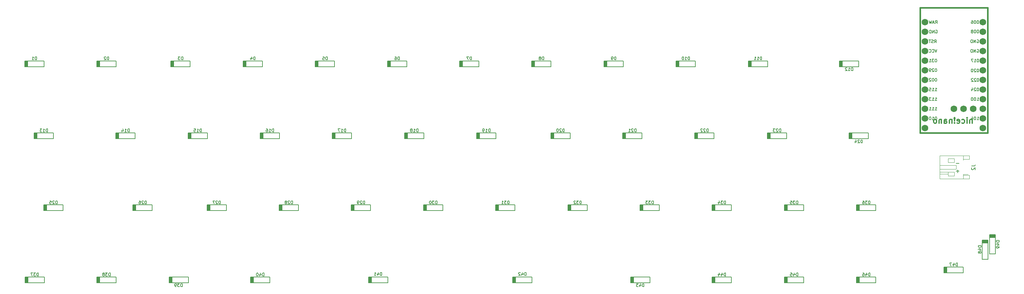
<source format=gbr>
%TF.GenerationSoftware,KiCad,Pcbnew,9.0.6*%
%TF.CreationDate,2025-12-30T17:34:46-07:00*%
%TF.ProjectId,Hotswap PCB,486f7473-7761-4702-9050-43422e6b6963,rev?*%
%TF.SameCoordinates,Original*%
%TF.FileFunction,Legend,Bot*%
%TF.FilePolarity,Positive*%
%FSLAX46Y46*%
G04 Gerber Fmt 4.6, Leading zero omitted, Abs format (unit mm)*
G04 Created by KiCad (PCBNEW 9.0.6) date 2025-12-30 17:34:46*
%MOMM*%
%LPD*%
G01*
G04 APERTURE LIST*
%ADD10C,0.150000*%
%ADD11C,0.300000*%
%ADD12C,0.381000*%
%ADD13C,0.120000*%
%ADD14C,1.752600*%
G04 APERTURE END LIST*
D10*
X267219048Y-103848866D02*
X267980953Y-103848866D01*
X267600000Y-104229819D02*
X267600000Y-103467914D01*
X267219048Y-101798866D02*
X267980953Y-101798866D01*
X120615875Y-74462295D02*
X120615875Y-73662295D01*
X120615875Y-73662295D02*
X120425399Y-73662295D01*
X120425399Y-73662295D02*
X120311113Y-73700390D01*
X120311113Y-73700390D02*
X120234923Y-73776580D01*
X120234923Y-73776580D02*
X120196828Y-73852771D01*
X120196828Y-73852771D02*
X120158732Y-74005152D01*
X120158732Y-74005152D02*
X120158732Y-74119438D01*
X120158732Y-74119438D02*
X120196828Y-74271819D01*
X120196828Y-74271819D02*
X120234923Y-74348009D01*
X120234923Y-74348009D02*
X120311113Y-74424200D01*
X120311113Y-74424200D02*
X120425399Y-74462295D01*
X120425399Y-74462295D02*
X120615875Y-74462295D01*
X119473018Y-73662295D02*
X119625399Y-73662295D01*
X119625399Y-73662295D02*
X119701590Y-73700390D01*
X119701590Y-73700390D02*
X119739685Y-73738485D01*
X119739685Y-73738485D02*
X119815875Y-73852771D01*
X119815875Y-73852771D02*
X119853971Y-74005152D01*
X119853971Y-74005152D02*
X119853971Y-74309914D01*
X119853971Y-74309914D02*
X119815875Y-74386104D01*
X119815875Y-74386104D02*
X119777780Y-74424200D01*
X119777780Y-74424200D02*
X119701590Y-74462295D01*
X119701590Y-74462295D02*
X119549209Y-74462295D01*
X119549209Y-74462295D02*
X119473018Y-74424200D01*
X119473018Y-74424200D02*
X119434923Y-74386104D01*
X119434923Y-74386104D02*
X119396828Y-74309914D01*
X119396828Y-74309914D02*
X119396828Y-74119438D01*
X119396828Y-74119438D02*
X119434923Y-74043247D01*
X119434923Y-74043247D02*
X119473018Y-74005152D01*
X119473018Y-74005152D02*
X119549209Y-73967057D01*
X119549209Y-73967057D02*
X119701590Y-73967057D01*
X119701590Y-73967057D02*
X119777780Y-74005152D01*
X119777780Y-74005152D02*
X119815875Y-74043247D01*
X119815875Y-74043247D02*
X119853971Y-74119438D01*
X63446428Y-134287295D02*
X63446428Y-133487295D01*
X63446428Y-133487295D02*
X63255952Y-133487295D01*
X63255952Y-133487295D02*
X63141666Y-133525390D01*
X63141666Y-133525390D02*
X63065476Y-133601580D01*
X63065476Y-133601580D02*
X63027381Y-133677771D01*
X63027381Y-133677771D02*
X62989285Y-133830152D01*
X62989285Y-133830152D02*
X62989285Y-133944438D01*
X62989285Y-133944438D02*
X63027381Y-134096819D01*
X63027381Y-134096819D02*
X63065476Y-134173009D01*
X63065476Y-134173009D02*
X63141666Y-134249200D01*
X63141666Y-134249200D02*
X63255952Y-134287295D01*
X63255952Y-134287295D02*
X63446428Y-134287295D01*
X62722619Y-133487295D02*
X62227381Y-133487295D01*
X62227381Y-133487295D02*
X62494047Y-133792057D01*
X62494047Y-133792057D02*
X62379762Y-133792057D01*
X62379762Y-133792057D02*
X62303571Y-133830152D01*
X62303571Y-133830152D02*
X62265476Y-133868247D01*
X62265476Y-133868247D02*
X62227381Y-133944438D01*
X62227381Y-133944438D02*
X62227381Y-134134914D01*
X62227381Y-134134914D02*
X62265476Y-134211104D01*
X62265476Y-134211104D02*
X62303571Y-134249200D01*
X62303571Y-134249200D02*
X62379762Y-134287295D01*
X62379762Y-134287295D02*
X62608333Y-134287295D01*
X62608333Y-134287295D02*
X62684524Y-134249200D01*
X62684524Y-134249200D02*
X62722619Y-134211104D01*
X61846428Y-134287295D02*
X61694047Y-134287295D01*
X61694047Y-134287295D02*
X61617857Y-134249200D01*
X61617857Y-134249200D02*
X61579761Y-134211104D01*
X61579761Y-134211104D02*
X61503571Y-134096819D01*
X61503571Y-134096819D02*
X61465476Y-133944438D01*
X61465476Y-133944438D02*
X61465476Y-133639676D01*
X61465476Y-133639676D02*
X61503571Y-133563485D01*
X61503571Y-133563485D02*
X61541666Y-133525390D01*
X61541666Y-133525390D02*
X61617857Y-133487295D01*
X61617857Y-133487295D02*
X61770238Y-133487295D01*
X61770238Y-133487295D02*
X61846428Y-133525390D01*
X61846428Y-133525390D02*
X61884523Y-133563485D01*
X61884523Y-133563485D02*
X61922619Y-133639676D01*
X61922619Y-133639676D02*
X61922619Y-133830152D01*
X61922619Y-133830152D02*
X61884523Y-133906342D01*
X61884523Y-133906342D02*
X61846428Y-133944438D01*
X61846428Y-133944438D02*
X61770238Y-133982533D01*
X61770238Y-133982533D02*
X61617857Y-133982533D01*
X61617857Y-133982533D02*
X61541666Y-133944438D01*
X61541666Y-133944438D02*
X61503571Y-133906342D01*
X61503571Y-133906342D02*
X61465476Y-133830152D01*
X177615875Y-74462295D02*
X177615875Y-73662295D01*
X177615875Y-73662295D02*
X177425399Y-73662295D01*
X177425399Y-73662295D02*
X177311113Y-73700390D01*
X177311113Y-73700390D02*
X177234923Y-73776580D01*
X177234923Y-73776580D02*
X177196828Y-73852771D01*
X177196828Y-73852771D02*
X177158732Y-74005152D01*
X177158732Y-74005152D02*
X177158732Y-74119438D01*
X177158732Y-74119438D02*
X177196828Y-74271819D01*
X177196828Y-74271819D02*
X177234923Y-74348009D01*
X177234923Y-74348009D02*
X177311113Y-74424200D01*
X177311113Y-74424200D02*
X177425399Y-74462295D01*
X177425399Y-74462295D02*
X177615875Y-74462295D01*
X176777780Y-74462295D02*
X176625399Y-74462295D01*
X176625399Y-74462295D02*
X176549209Y-74424200D01*
X176549209Y-74424200D02*
X176511113Y-74386104D01*
X176511113Y-74386104D02*
X176434923Y-74271819D01*
X176434923Y-74271819D02*
X176396828Y-74119438D01*
X176396828Y-74119438D02*
X176396828Y-73814676D01*
X176396828Y-73814676D02*
X176434923Y-73738485D01*
X176434923Y-73738485D02*
X176473018Y-73700390D01*
X176473018Y-73700390D02*
X176549209Y-73662295D01*
X176549209Y-73662295D02*
X176701590Y-73662295D01*
X176701590Y-73662295D02*
X176777780Y-73700390D01*
X176777780Y-73700390D02*
X176815875Y-73738485D01*
X176815875Y-73738485D02*
X176853971Y-73814676D01*
X176853971Y-73814676D02*
X176853971Y-74005152D01*
X176853971Y-74005152D02*
X176815875Y-74081342D01*
X176815875Y-74081342D02*
X176777780Y-74119438D01*
X176777780Y-74119438D02*
X176701590Y-74157533D01*
X176701590Y-74157533D02*
X176549209Y-74157533D01*
X176549209Y-74157533D02*
X176473018Y-74119438D01*
X176473018Y-74119438D02*
X176434923Y-74081342D01*
X176434923Y-74081342D02*
X176396828Y-74005152D01*
X225496828Y-112462295D02*
X225496828Y-111662295D01*
X225496828Y-111662295D02*
X225306352Y-111662295D01*
X225306352Y-111662295D02*
X225192066Y-111700390D01*
X225192066Y-111700390D02*
X225115876Y-111776580D01*
X225115876Y-111776580D02*
X225077781Y-111852771D01*
X225077781Y-111852771D02*
X225039685Y-112005152D01*
X225039685Y-112005152D02*
X225039685Y-112119438D01*
X225039685Y-112119438D02*
X225077781Y-112271819D01*
X225077781Y-112271819D02*
X225115876Y-112348009D01*
X225115876Y-112348009D02*
X225192066Y-112424200D01*
X225192066Y-112424200D02*
X225306352Y-112462295D01*
X225306352Y-112462295D02*
X225496828Y-112462295D01*
X224773019Y-111662295D02*
X224277781Y-111662295D01*
X224277781Y-111662295D02*
X224544447Y-111967057D01*
X224544447Y-111967057D02*
X224430162Y-111967057D01*
X224430162Y-111967057D02*
X224353971Y-112005152D01*
X224353971Y-112005152D02*
X224315876Y-112043247D01*
X224315876Y-112043247D02*
X224277781Y-112119438D01*
X224277781Y-112119438D02*
X224277781Y-112309914D01*
X224277781Y-112309914D02*
X224315876Y-112386104D01*
X224315876Y-112386104D02*
X224353971Y-112424200D01*
X224353971Y-112424200D02*
X224430162Y-112462295D01*
X224430162Y-112462295D02*
X224658733Y-112462295D01*
X224658733Y-112462295D02*
X224734924Y-112424200D01*
X224734924Y-112424200D02*
X224773019Y-112386104D01*
X223553971Y-111662295D02*
X223934923Y-111662295D01*
X223934923Y-111662295D02*
X223973019Y-112043247D01*
X223973019Y-112043247D02*
X223934923Y-112005152D01*
X223934923Y-112005152D02*
X223858733Y-111967057D01*
X223858733Y-111967057D02*
X223668257Y-111967057D01*
X223668257Y-111967057D02*
X223592066Y-112005152D01*
X223592066Y-112005152D02*
X223553971Y-112043247D01*
X223553971Y-112043247D02*
X223515876Y-112119438D01*
X223515876Y-112119438D02*
X223515876Y-112309914D01*
X223515876Y-112309914D02*
X223553971Y-112386104D01*
X223553971Y-112386104D02*
X223592066Y-112424200D01*
X223592066Y-112424200D02*
X223668257Y-112462295D01*
X223668257Y-112462295D02*
X223858733Y-112462295D01*
X223858733Y-112462295D02*
X223934923Y-112424200D01*
X223934923Y-112424200D02*
X223973019Y-112386104D01*
X163996828Y-93462295D02*
X163996828Y-92662295D01*
X163996828Y-92662295D02*
X163806352Y-92662295D01*
X163806352Y-92662295D02*
X163692066Y-92700390D01*
X163692066Y-92700390D02*
X163615876Y-92776580D01*
X163615876Y-92776580D02*
X163577781Y-92852771D01*
X163577781Y-92852771D02*
X163539685Y-93005152D01*
X163539685Y-93005152D02*
X163539685Y-93119438D01*
X163539685Y-93119438D02*
X163577781Y-93271819D01*
X163577781Y-93271819D02*
X163615876Y-93348009D01*
X163615876Y-93348009D02*
X163692066Y-93424200D01*
X163692066Y-93424200D02*
X163806352Y-93462295D01*
X163806352Y-93462295D02*
X163996828Y-93462295D01*
X163234924Y-92738485D02*
X163196828Y-92700390D01*
X163196828Y-92700390D02*
X163120638Y-92662295D01*
X163120638Y-92662295D02*
X162930162Y-92662295D01*
X162930162Y-92662295D02*
X162853971Y-92700390D01*
X162853971Y-92700390D02*
X162815876Y-92738485D01*
X162815876Y-92738485D02*
X162777781Y-92814676D01*
X162777781Y-92814676D02*
X162777781Y-92890866D01*
X162777781Y-92890866D02*
X162815876Y-93005152D01*
X162815876Y-93005152D02*
X163273019Y-93462295D01*
X163273019Y-93462295D02*
X162777781Y-93462295D01*
X162282542Y-92662295D02*
X162206352Y-92662295D01*
X162206352Y-92662295D02*
X162130161Y-92700390D01*
X162130161Y-92700390D02*
X162092066Y-92738485D01*
X162092066Y-92738485D02*
X162053971Y-92814676D01*
X162053971Y-92814676D02*
X162015876Y-92967057D01*
X162015876Y-92967057D02*
X162015876Y-93157533D01*
X162015876Y-93157533D02*
X162053971Y-93309914D01*
X162053971Y-93309914D02*
X162092066Y-93386104D01*
X162092066Y-93386104D02*
X162130161Y-93424200D01*
X162130161Y-93424200D02*
X162206352Y-93462295D01*
X162206352Y-93462295D02*
X162282542Y-93462295D01*
X162282542Y-93462295D02*
X162358733Y-93424200D01*
X162358733Y-93424200D02*
X162396828Y-93386104D01*
X162396828Y-93386104D02*
X162434923Y-93309914D01*
X162434923Y-93309914D02*
X162473019Y-93157533D01*
X162473019Y-93157533D02*
X162473019Y-92967057D01*
X162473019Y-92967057D02*
X162434923Y-92814676D01*
X162434923Y-92814676D02*
X162396828Y-92738485D01*
X162396828Y-92738485D02*
X162358733Y-92700390D01*
X162358733Y-92700390D02*
X162282542Y-92662295D01*
X25115875Y-74462295D02*
X25115875Y-73662295D01*
X25115875Y-73662295D02*
X24925399Y-73662295D01*
X24925399Y-73662295D02*
X24811113Y-73700390D01*
X24811113Y-73700390D02*
X24734923Y-73776580D01*
X24734923Y-73776580D02*
X24696828Y-73852771D01*
X24696828Y-73852771D02*
X24658732Y-74005152D01*
X24658732Y-74005152D02*
X24658732Y-74119438D01*
X24658732Y-74119438D02*
X24696828Y-74271819D01*
X24696828Y-74271819D02*
X24734923Y-74348009D01*
X24734923Y-74348009D02*
X24811113Y-74424200D01*
X24811113Y-74424200D02*
X24925399Y-74462295D01*
X24925399Y-74462295D02*
X25115875Y-74462295D01*
X23896828Y-74462295D02*
X24353971Y-74462295D01*
X24125399Y-74462295D02*
X24125399Y-73662295D01*
X24125399Y-73662295D02*
X24201590Y-73776580D01*
X24201590Y-73776580D02*
X24277780Y-73852771D01*
X24277780Y-73852771D02*
X24353971Y-73890866D01*
X149496828Y-112462295D02*
X149496828Y-111662295D01*
X149496828Y-111662295D02*
X149306352Y-111662295D01*
X149306352Y-111662295D02*
X149192066Y-111700390D01*
X149192066Y-111700390D02*
X149115876Y-111776580D01*
X149115876Y-111776580D02*
X149077781Y-111852771D01*
X149077781Y-111852771D02*
X149039685Y-112005152D01*
X149039685Y-112005152D02*
X149039685Y-112119438D01*
X149039685Y-112119438D02*
X149077781Y-112271819D01*
X149077781Y-112271819D02*
X149115876Y-112348009D01*
X149115876Y-112348009D02*
X149192066Y-112424200D01*
X149192066Y-112424200D02*
X149306352Y-112462295D01*
X149306352Y-112462295D02*
X149496828Y-112462295D01*
X148773019Y-111662295D02*
X148277781Y-111662295D01*
X148277781Y-111662295D02*
X148544447Y-111967057D01*
X148544447Y-111967057D02*
X148430162Y-111967057D01*
X148430162Y-111967057D02*
X148353971Y-112005152D01*
X148353971Y-112005152D02*
X148315876Y-112043247D01*
X148315876Y-112043247D02*
X148277781Y-112119438D01*
X148277781Y-112119438D02*
X148277781Y-112309914D01*
X148277781Y-112309914D02*
X148315876Y-112386104D01*
X148315876Y-112386104D02*
X148353971Y-112424200D01*
X148353971Y-112424200D02*
X148430162Y-112462295D01*
X148430162Y-112462295D02*
X148658733Y-112462295D01*
X148658733Y-112462295D02*
X148734924Y-112424200D01*
X148734924Y-112424200D02*
X148773019Y-112386104D01*
X147515876Y-112462295D02*
X147973019Y-112462295D01*
X147744447Y-112462295D02*
X147744447Y-111662295D01*
X147744447Y-111662295D02*
X147820638Y-111776580D01*
X147820638Y-111776580D02*
X147896828Y-111852771D01*
X147896828Y-111852771D02*
X147973019Y-111890866D01*
X73496828Y-112462295D02*
X73496828Y-111662295D01*
X73496828Y-111662295D02*
X73306352Y-111662295D01*
X73306352Y-111662295D02*
X73192066Y-111700390D01*
X73192066Y-111700390D02*
X73115876Y-111776580D01*
X73115876Y-111776580D02*
X73077781Y-111852771D01*
X73077781Y-111852771D02*
X73039685Y-112005152D01*
X73039685Y-112005152D02*
X73039685Y-112119438D01*
X73039685Y-112119438D02*
X73077781Y-112271819D01*
X73077781Y-112271819D02*
X73115876Y-112348009D01*
X73115876Y-112348009D02*
X73192066Y-112424200D01*
X73192066Y-112424200D02*
X73306352Y-112462295D01*
X73306352Y-112462295D02*
X73496828Y-112462295D01*
X72734924Y-111738485D02*
X72696828Y-111700390D01*
X72696828Y-111700390D02*
X72620638Y-111662295D01*
X72620638Y-111662295D02*
X72430162Y-111662295D01*
X72430162Y-111662295D02*
X72353971Y-111700390D01*
X72353971Y-111700390D02*
X72315876Y-111738485D01*
X72315876Y-111738485D02*
X72277781Y-111814676D01*
X72277781Y-111814676D02*
X72277781Y-111890866D01*
X72277781Y-111890866D02*
X72315876Y-112005152D01*
X72315876Y-112005152D02*
X72773019Y-112462295D01*
X72773019Y-112462295D02*
X72277781Y-112462295D01*
X72011114Y-111662295D02*
X71477780Y-111662295D01*
X71477780Y-111662295D02*
X71820638Y-112462295D01*
X196996828Y-74462295D02*
X196996828Y-73662295D01*
X196996828Y-73662295D02*
X196806352Y-73662295D01*
X196806352Y-73662295D02*
X196692066Y-73700390D01*
X196692066Y-73700390D02*
X196615876Y-73776580D01*
X196615876Y-73776580D02*
X196577781Y-73852771D01*
X196577781Y-73852771D02*
X196539685Y-74005152D01*
X196539685Y-74005152D02*
X196539685Y-74119438D01*
X196539685Y-74119438D02*
X196577781Y-74271819D01*
X196577781Y-74271819D02*
X196615876Y-74348009D01*
X196615876Y-74348009D02*
X196692066Y-74424200D01*
X196692066Y-74424200D02*
X196806352Y-74462295D01*
X196806352Y-74462295D02*
X196996828Y-74462295D01*
X195777781Y-74462295D02*
X196234924Y-74462295D01*
X196006352Y-74462295D02*
X196006352Y-73662295D01*
X196006352Y-73662295D02*
X196082543Y-73776580D01*
X196082543Y-73776580D02*
X196158733Y-73852771D01*
X196158733Y-73852771D02*
X196234924Y-73890866D01*
X195282542Y-73662295D02*
X195206352Y-73662295D01*
X195206352Y-73662295D02*
X195130161Y-73700390D01*
X195130161Y-73700390D02*
X195092066Y-73738485D01*
X195092066Y-73738485D02*
X195053971Y-73814676D01*
X195053971Y-73814676D02*
X195015876Y-73967057D01*
X195015876Y-73967057D02*
X195015876Y-74157533D01*
X195015876Y-74157533D02*
X195053971Y-74309914D01*
X195053971Y-74309914D02*
X195092066Y-74386104D01*
X195092066Y-74386104D02*
X195130161Y-74424200D01*
X195130161Y-74424200D02*
X195206352Y-74462295D01*
X195206352Y-74462295D02*
X195282542Y-74462295D01*
X195282542Y-74462295D02*
X195358733Y-74424200D01*
X195358733Y-74424200D02*
X195396828Y-74386104D01*
X195396828Y-74386104D02*
X195434923Y-74309914D01*
X195434923Y-74309914D02*
X195473019Y-74157533D01*
X195473019Y-74157533D02*
X195473019Y-73967057D01*
X195473019Y-73967057D02*
X195434923Y-73814676D01*
X195434923Y-73814676D02*
X195396828Y-73738485D01*
X195396828Y-73738485D02*
X195358733Y-73700390D01*
X195358733Y-73700390D02*
X195282542Y-73662295D01*
X215996828Y-74462295D02*
X215996828Y-73662295D01*
X215996828Y-73662295D02*
X215806352Y-73662295D01*
X215806352Y-73662295D02*
X215692066Y-73700390D01*
X215692066Y-73700390D02*
X215615876Y-73776580D01*
X215615876Y-73776580D02*
X215577781Y-73852771D01*
X215577781Y-73852771D02*
X215539685Y-74005152D01*
X215539685Y-74005152D02*
X215539685Y-74119438D01*
X215539685Y-74119438D02*
X215577781Y-74271819D01*
X215577781Y-74271819D02*
X215615876Y-74348009D01*
X215615876Y-74348009D02*
X215692066Y-74424200D01*
X215692066Y-74424200D02*
X215806352Y-74462295D01*
X215806352Y-74462295D02*
X215996828Y-74462295D01*
X214777781Y-74462295D02*
X215234924Y-74462295D01*
X215006352Y-74462295D02*
X215006352Y-73662295D01*
X215006352Y-73662295D02*
X215082543Y-73776580D01*
X215082543Y-73776580D02*
X215158733Y-73852771D01*
X215158733Y-73852771D02*
X215234924Y-73890866D01*
X214015876Y-74462295D02*
X214473019Y-74462295D01*
X214244447Y-74462295D02*
X214244447Y-73662295D01*
X214244447Y-73662295D02*
X214320638Y-73776580D01*
X214320638Y-73776580D02*
X214396828Y-73852771D01*
X214396828Y-73852771D02*
X214473019Y-73890866D01*
X115971428Y-131362295D02*
X115971428Y-130562295D01*
X115971428Y-130562295D02*
X115780952Y-130562295D01*
X115780952Y-130562295D02*
X115666666Y-130600390D01*
X115666666Y-130600390D02*
X115590476Y-130676580D01*
X115590476Y-130676580D02*
X115552381Y-130752771D01*
X115552381Y-130752771D02*
X115514285Y-130905152D01*
X115514285Y-130905152D02*
X115514285Y-131019438D01*
X115514285Y-131019438D02*
X115552381Y-131171819D01*
X115552381Y-131171819D02*
X115590476Y-131248009D01*
X115590476Y-131248009D02*
X115666666Y-131324200D01*
X115666666Y-131324200D02*
X115780952Y-131362295D01*
X115780952Y-131362295D02*
X115971428Y-131362295D01*
X114828571Y-130828961D02*
X114828571Y-131362295D01*
X115019047Y-130524200D02*
X115209524Y-131095628D01*
X115209524Y-131095628D02*
X114714285Y-131095628D01*
X113990476Y-131362295D02*
X114447619Y-131362295D01*
X114219047Y-131362295D02*
X114219047Y-130562295D01*
X114219047Y-130562295D02*
X114295238Y-130676580D01*
X114295238Y-130676580D02*
X114371428Y-130752771D01*
X114371428Y-130752771D02*
X114447619Y-130790866D01*
X206496828Y-112462295D02*
X206496828Y-111662295D01*
X206496828Y-111662295D02*
X206306352Y-111662295D01*
X206306352Y-111662295D02*
X206192066Y-111700390D01*
X206192066Y-111700390D02*
X206115876Y-111776580D01*
X206115876Y-111776580D02*
X206077781Y-111852771D01*
X206077781Y-111852771D02*
X206039685Y-112005152D01*
X206039685Y-112005152D02*
X206039685Y-112119438D01*
X206039685Y-112119438D02*
X206077781Y-112271819D01*
X206077781Y-112271819D02*
X206115876Y-112348009D01*
X206115876Y-112348009D02*
X206192066Y-112424200D01*
X206192066Y-112424200D02*
X206306352Y-112462295D01*
X206306352Y-112462295D02*
X206496828Y-112462295D01*
X205773019Y-111662295D02*
X205277781Y-111662295D01*
X205277781Y-111662295D02*
X205544447Y-111967057D01*
X205544447Y-111967057D02*
X205430162Y-111967057D01*
X205430162Y-111967057D02*
X205353971Y-112005152D01*
X205353971Y-112005152D02*
X205315876Y-112043247D01*
X205315876Y-112043247D02*
X205277781Y-112119438D01*
X205277781Y-112119438D02*
X205277781Y-112309914D01*
X205277781Y-112309914D02*
X205315876Y-112386104D01*
X205315876Y-112386104D02*
X205353971Y-112424200D01*
X205353971Y-112424200D02*
X205430162Y-112462295D01*
X205430162Y-112462295D02*
X205658733Y-112462295D01*
X205658733Y-112462295D02*
X205734924Y-112424200D01*
X205734924Y-112424200D02*
X205773019Y-112386104D01*
X204592066Y-111928961D02*
X204592066Y-112462295D01*
X204782542Y-111624200D02*
X204973019Y-112195628D01*
X204973019Y-112195628D02*
X204477780Y-112195628D01*
X242496828Y-96362295D02*
X242496828Y-95562295D01*
X242496828Y-95562295D02*
X242306352Y-95562295D01*
X242306352Y-95562295D02*
X242192066Y-95600390D01*
X242192066Y-95600390D02*
X242115876Y-95676580D01*
X242115876Y-95676580D02*
X242077781Y-95752771D01*
X242077781Y-95752771D02*
X242039685Y-95905152D01*
X242039685Y-95905152D02*
X242039685Y-96019438D01*
X242039685Y-96019438D02*
X242077781Y-96171819D01*
X242077781Y-96171819D02*
X242115876Y-96248009D01*
X242115876Y-96248009D02*
X242192066Y-96324200D01*
X242192066Y-96324200D02*
X242306352Y-96362295D01*
X242306352Y-96362295D02*
X242496828Y-96362295D01*
X241734924Y-95638485D02*
X241696828Y-95600390D01*
X241696828Y-95600390D02*
X241620638Y-95562295D01*
X241620638Y-95562295D02*
X241430162Y-95562295D01*
X241430162Y-95562295D02*
X241353971Y-95600390D01*
X241353971Y-95600390D02*
X241315876Y-95638485D01*
X241315876Y-95638485D02*
X241277781Y-95714676D01*
X241277781Y-95714676D02*
X241277781Y-95790866D01*
X241277781Y-95790866D02*
X241315876Y-95905152D01*
X241315876Y-95905152D02*
X241773019Y-96362295D01*
X241773019Y-96362295D02*
X241277781Y-96362295D01*
X240592066Y-95828961D02*
X240592066Y-96362295D01*
X240782542Y-95524200D02*
X240973019Y-96095628D01*
X240973019Y-96095628D02*
X240477780Y-96095628D01*
X273802295Y-123488571D02*
X273002295Y-123488571D01*
X273002295Y-123488571D02*
X273002295Y-123679047D01*
X273002295Y-123679047D02*
X273040390Y-123793333D01*
X273040390Y-123793333D02*
X273116580Y-123869523D01*
X273116580Y-123869523D02*
X273192771Y-123907618D01*
X273192771Y-123907618D02*
X273345152Y-123945714D01*
X273345152Y-123945714D02*
X273459438Y-123945714D01*
X273459438Y-123945714D02*
X273611819Y-123907618D01*
X273611819Y-123907618D02*
X273688009Y-123869523D01*
X273688009Y-123869523D02*
X273764200Y-123793333D01*
X273764200Y-123793333D02*
X273802295Y-123679047D01*
X273802295Y-123679047D02*
X273802295Y-123488571D01*
X273268961Y-124631428D02*
X273802295Y-124631428D01*
X272964200Y-124440952D02*
X273535628Y-124250475D01*
X273535628Y-124250475D02*
X273535628Y-124745714D01*
X273345152Y-125164761D02*
X273307057Y-125088571D01*
X273307057Y-125088571D02*
X273268961Y-125050476D01*
X273268961Y-125050476D02*
X273192771Y-125012380D01*
X273192771Y-125012380D02*
X273154676Y-125012380D01*
X273154676Y-125012380D02*
X273078485Y-125050476D01*
X273078485Y-125050476D02*
X273040390Y-125088571D01*
X273040390Y-125088571D02*
X273002295Y-125164761D01*
X273002295Y-125164761D02*
X273002295Y-125317142D01*
X273002295Y-125317142D02*
X273040390Y-125393333D01*
X273040390Y-125393333D02*
X273078485Y-125431428D01*
X273078485Y-125431428D02*
X273154676Y-125469523D01*
X273154676Y-125469523D02*
X273192771Y-125469523D01*
X273192771Y-125469523D02*
X273268961Y-125431428D01*
X273268961Y-125431428D02*
X273307057Y-125393333D01*
X273307057Y-125393333D02*
X273345152Y-125317142D01*
X273345152Y-125317142D02*
X273345152Y-125164761D01*
X273345152Y-125164761D02*
X273383247Y-125088571D01*
X273383247Y-125088571D02*
X273421342Y-125050476D01*
X273421342Y-125050476D02*
X273497533Y-125012380D01*
X273497533Y-125012380D02*
X273649914Y-125012380D01*
X273649914Y-125012380D02*
X273726104Y-125050476D01*
X273726104Y-125050476D02*
X273764200Y-125088571D01*
X273764200Y-125088571D02*
X273802295Y-125164761D01*
X273802295Y-125164761D02*
X273802295Y-125317142D01*
X273802295Y-125317142D02*
X273764200Y-125393333D01*
X273764200Y-125393333D02*
X273726104Y-125431428D01*
X273726104Y-125431428D02*
X273649914Y-125469523D01*
X273649914Y-125469523D02*
X273497533Y-125469523D01*
X273497533Y-125469523D02*
X273421342Y-125431428D01*
X273421342Y-125431428D02*
X273383247Y-125393333D01*
X273383247Y-125393333D02*
X273345152Y-125317142D01*
X111496828Y-112462295D02*
X111496828Y-111662295D01*
X111496828Y-111662295D02*
X111306352Y-111662295D01*
X111306352Y-111662295D02*
X111192066Y-111700390D01*
X111192066Y-111700390D02*
X111115876Y-111776580D01*
X111115876Y-111776580D02*
X111077781Y-111852771D01*
X111077781Y-111852771D02*
X111039685Y-112005152D01*
X111039685Y-112005152D02*
X111039685Y-112119438D01*
X111039685Y-112119438D02*
X111077781Y-112271819D01*
X111077781Y-112271819D02*
X111115876Y-112348009D01*
X111115876Y-112348009D02*
X111192066Y-112424200D01*
X111192066Y-112424200D02*
X111306352Y-112462295D01*
X111306352Y-112462295D02*
X111496828Y-112462295D01*
X110734924Y-111738485D02*
X110696828Y-111700390D01*
X110696828Y-111700390D02*
X110620638Y-111662295D01*
X110620638Y-111662295D02*
X110430162Y-111662295D01*
X110430162Y-111662295D02*
X110353971Y-111700390D01*
X110353971Y-111700390D02*
X110315876Y-111738485D01*
X110315876Y-111738485D02*
X110277781Y-111814676D01*
X110277781Y-111814676D02*
X110277781Y-111890866D01*
X110277781Y-111890866D02*
X110315876Y-112005152D01*
X110315876Y-112005152D02*
X110773019Y-112462295D01*
X110773019Y-112462295D02*
X110277781Y-112462295D01*
X109896828Y-112462295D02*
X109744447Y-112462295D01*
X109744447Y-112462295D02*
X109668257Y-112424200D01*
X109668257Y-112424200D02*
X109630161Y-112386104D01*
X109630161Y-112386104D02*
X109553971Y-112271819D01*
X109553971Y-112271819D02*
X109515876Y-112119438D01*
X109515876Y-112119438D02*
X109515876Y-111814676D01*
X109515876Y-111814676D02*
X109553971Y-111738485D01*
X109553971Y-111738485D02*
X109592066Y-111700390D01*
X109592066Y-111700390D02*
X109668257Y-111662295D01*
X109668257Y-111662295D02*
X109820638Y-111662295D01*
X109820638Y-111662295D02*
X109896828Y-111700390D01*
X109896828Y-111700390D02*
X109934923Y-111738485D01*
X109934923Y-111738485D02*
X109973019Y-111814676D01*
X109973019Y-111814676D02*
X109973019Y-112005152D01*
X109973019Y-112005152D02*
X109934923Y-112081342D01*
X109934923Y-112081342D02*
X109896828Y-112119438D01*
X109896828Y-112119438D02*
X109820638Y-112157533D01*
X109820638Y-112157533D02*
X109668257Y-112157533D01*
X109668257Y-112157533D02*
X109592066Y-112119438D01*
X109592066Y-112119438D02*
X109553971Y-112081342D01*
X109553971Y-112081342D02*
X109515876Y-112005152D01*
X206496828Y-131462295D02*
X206496828Y-130662295D01*
X206496828Y-130662295D02*
X206306352Y-130662295D01*
X206306352Y-130662295D02*
X206192066Y-130700390D01*
X206192066Y-130700390D02*
X206115876Y-130776580D01*
X206115876Y-130776580D02*
X206077781Y-130852771D01*
X206077781Y-130852771D02*
X206039685Y-131005152D01*
X206039685Y-131005152D02*
X206039685Y-131119438D01*
X206039685Y-131119438D02*
X206077781Y-131271819D01*
X206077781Y-131271819D02*
X206115876Y-131348009D01*
X206115876Y-131348009D02*
X206192066Y-131424200D01*
X206192066Y-131424200D02*
X206306352Y-131462295D01*
X206306352Y-131462295D02*
X206496828Y-131462295D01*
X205353971Y-130928961D02*
X205353971Y-131462295D01*
X205544447Y-130624200D02*
X205734924Y-131195628D01*
X205734924Y-131195628D02*
X205239685Y-131195628D01*
X204592066Y-130928961D02*
X204592066Y-131462295D01*
X204782542Y-130624200D02*
X204973019Y-131195628D01*
X204973019Y-131195628D02*
X204477780Y-131195628D01*
X144496828Y-93462295D02*
X144496828Y-92662295D01*
X144496828Y-92662295D02*
X144306352Y-92662295D01*
X144306352Y-92662295D02*
X144192066Y-92700390D01*
X144192066Y-92700390D02*
X144115876Y-92776580D01*
X144115876Y-92776580D02*
X144077781Y-92852771D01*
X144077781Y-92852771D02*
X144039685Y-93005152D01*
X144039685Y-93005152D02*
X144039685Y-93119438D01*
X144039685Y-93119438D02*
X144077781Y-93271819D01*
X144077781Y-93271819D02*
X144115876Y-93348009D01*
X144115876Y-93348009D02*
X144192066Y-93424200D01*
X144192066Y-93424200D02*
X144306352Y-93462295D01*
X144306352Y-93462295D02*
X144496828Y-93462295D01*
X143277781Y-93462295D02*
X143734924Y-93462295D01*
X143506352Y-93462295D02*
X143506352Y-92662295D01*
X143506352Y-92662295D02*
X143582543Y-92776580D01*
X143582543Y-92776580D02*
X143658733Y-92852771D01*
X143658733Y-92852771D02*
X143734924Y-92890866D01*
X142896828Y-93462295D02*
X142744447Y-93462295D01*
X142744447Y-93462295D02*
X142668257Y-93424200D01*
X142668257Y-93424200D02*
X142630161Y-93386104D01*
X142630161Y-93386104D02*
X142553971Y-93271819D01*
X142553971Y-93271819D02*
X142515876Y-93119438D01*
X142515876Y-93119438D02*
X142515876Y-92814676D01*
X142515876Y-92814676D02*
X142553971Y-92738485D01*
X142553971Y-92738485D02*
X142592066Y-92700390D01*
X142592066Y-92700390D02*
X142668257Y-92662295D01*
X142668257Y-92662295D02*
X142820638Y-92662295D01*
X142820638Y-92662295D02*
X142896828Y-92700390D01*
X142896828Y-92700390D02*
X142934923Y-92738485D01*
X142934923Y-92738485D02*
X142973019Y-92814676D01*
X142973019Y-92814676D02*
X142973019Y-93005152D01*
X142973019Y-93005152D02*
X142934923Y-93081342D01*
X142934923Y-93081342D02*
X142896828Y-93119438D01*
X142896828Y-93119438D02*
X142820638Y-93157533D01*
X142820638Y-93157533D02*
X142668257Y-93157533D01*
X142668257Y-93157533D02*
X142592066Y-93119438D01*
X142592066Y-93119438D02*
X142553971Y-93081342D01*
X142553971Y-93081342D02*
X142515876Y-93005152D01*
X158615875Y-74462295D02*
X158615875Y-73662295D01*
X158615875Y-73662295D02*
X158425399Y-73662295D01*
X158425399Y-73662295D02*
X158311113Y-73700390D01*
X158311113Y-73700390D02*
X158234923Y-73776580D01*
X158234923Y-73776580D02*
X158196828Y-73852771D01*
X158196828Y-73852771D02*
X158158732Y-74005152D01*
X158158732Y-74005152D02*
X158158732Y-74119438D01*
X158158732Y-74119438D02*
X158196828Y-74271819D01*
X158196828Y-74271819D02*
X158234923Y-74348009D01*
X158234923Y-74348009D02*
X158311113Y-74424200D01*
X158311113Y-74424200D02*
X158425399Y-74462295D01*
X158425399Y-74462295D02*
X158615875Y-74462295D01*
X157701590Y-74005152D02*
X157777780Y-73967057D01*
X157777780Y-73967057D02*
X157815875Y-73928961D01*
X157815875Y-73928961D02*
X157853971Y-73852771D01*
X157853971Y-73852771D02*
X157853971Y-73814676D01*
X157853971Y-73814676D02*
X157815875Y-73738485D01*
X157815875Y-73738485D02*
X157777780Y-73700390D01*
X157777780Y-73700390D02*
X157701590Y-73662295D01*
X157701590Y-73662295D02*
X157549209Y-73662295D01*
X157549209Y-73662295D02*
X157473018Y-73700390D01*
X157473018Y-73700390D02*
X157434923Y-73738485D01*
X157434923Y-73738485D02*
X157396828Y-73814676D01*
X157396828Y-73814676D02*
X157396828Y-73852771D01*
X157396828Y-73852771D02*
X157434923Y-73928961D01*
X157434923Y-73928961D02*
X157473018Y-73967057D01*
X157473018Y-73967057D02*
X157549209Y-74005152D01*
X157549209Y-74005152D02*
X157701590Y-74005152D01*
X157701590Y-74005152D02*
X157777780Y-74043247D01*
X157777780Y-74043247D02*
X157815875Y-74081342D01*
X157815875Y-74081342D02*
X157853971Y-74157533D01*
X157853971Y-74157533D02*
X157853971Y-74309914D01*
X157853971Y-74309914D02*
X157815875Y-74386104D01*
X157815875Y-74386104D02*
X157777780Y-74424200D01*
X157777780Y-74424200D02*
X157701590Y-74462295D01*
X157701590Y-74462295D02*
X157549209Y-74462295D01*
X157549209Y-74462295D02*
X157473018Y-74424200D01*
X157473018Y-74424200D02*
X157434923Y-74386104D01*
X157434923Y-74386104D02*
X157396828Y-74309914D01*
X157396828Y-74309914D02*
X157396828Y-74157533D01*
X157396828Y-74157533D02*
X157434923Y-74081342D01*
X157434923Y-74081342D02*
X157473018Y-74043247D01*
X157473018Y-74043247D02*
X157549209Y-74005152D01*
X49496828Y-93462295D02*
X49496828Y-92662295D01*
X49496828Y-92662295D02*
X49306352Y-92662295D01*
X49306352Y-92662295D02*
X49192066Y-92700390D01*
X49192066Y-92700390D02*
X49115876Y-92776580D01*
X49115876Y-92776580D02*
X49077781Y-92852771D01*
X49077781Y-92852771D02*
X49039685Y-93005152D01*
X49039685Y-93005152D02*
X49039685Y-93119438D01*
X49039685Y-93119438D02*
X49077781Y-93271819D01*
X49077781Y-93271819D02*
X49115876Y-93348009D01*
X49115876Y-93348009D02*
X49192066Y-93424200D01*
X49192066Y-93424200D02*
X49306352Y-93462295D01*
X49306352Y-93462295D02*
X49496828Y-93462295D01*
X48277781Y-93462295D02*
X48734924Y-93462295D01*
X48506352Y-93462295D02*
X48506352Y-92662295D01*
X48506352Y-92662295D02*
X48582543Y-92776580D01*
X48582543Y-92776580D02*
X48658733Y-92852771D01*
X48658733Y-92852771D02*
X48734924Y-92890866D01*
X47592066Y-92928961D02*
X47592066Y-93462295D01*
X47782542Y-92624200D02*
X47973019Y-93195628D01*
X47973019Y-93195628D02*
X47477780Y-93195628D01*
X201896828Y-93462295D02*
X201896828Y-92662295D01*
X201896828Y-92662295D02*
X201706352Y-92662295D01*
X201706352Y-92662295D02*
X201592066Y-92700390D01*
X201592066Y-92700390D02*
X201515876Y-92776580D01*
X201515876Y-92776580D02*
X201477781Y-92852771D01*
X201477781Y-92852771D02*
X201439685Y-93005152D01*
X201439685Y-93005152D02*
X201439685Y-93119438D01*
X201439685Y-93119438D02*
X201477781Y-93271819D01*
X201477781Y-93271819D02*
X201515876Y-93348009D01*
X201515876Y-93348009D02*
X201592066Y-93424200D01*
X201592066Y-93424200D02*
X201706352Y-93462295D01*
X201706352Y-93462295D02*
X201896828Y-93462295D01*
X201134924Y-92738485D02*
X201096828Y-92700390D01*
X201096828Y-92700390D02*
X201020638Y-92662295D01*
X201020638Y-92662295D02*
X200830162Y-92662295D01*
X200830162Y-92662295D02*
X200753971Y-92700390D01*
X200753971Y-92700390D02*
X200715876Y-92738485D01*
X200715876Y-92738485D02*
X200677781Y-92814676D01*
X200677781Y-92814676D02*
X200677781Y-92890866D01*
X200677781Y-92890866D02*
X200715876Y-93005152D01*
X200715876Y-93005152D02*
X201173019Y-93462295D01*
X201173019Y-93462295D02*
X200677781Y-93462295D01*
X200373019Y-92738485D02*
X200334923Y-92700390D01*
X200334923Y-92700390D02*
X200258733Y-92662295D01*
X200258733Y-92662295D02*
X200068257Y-92662295D01*
X200068257Y-92662295D02*
X199992066Y-92700390D01*
X199992066Y-92700390D02*
X199953971Y-92738485D01*
X199953971Y-92738485D02*
X199915876Y-92814676D01*
X199915876Y-92814676D02*
X199915876Y-92890866D01*
X199915876Y-92890866D02*
X199953971Y-93005152D01*
X199953971Y-93005152D02*
X200411114Y-93462295D01*
X200411114Y-93462295D02*
X199915876Y-93462295D01*
X82615875Y-74462295D02*
X82615875Y-73662295D01*
X82615875Y-73662295D02*
X82425399Y-73662295D01*
X82425399Y-73662295D02*
X82311113Y-73700390D01*
X82311113Y-73700390D02*
X82234923Y-73776580D01*
X82234923Y-73776580D02*
X82196828Y-73852771D01*
X82196828Y-73852771D02*
X82158732Y-74005152D01*
X82158732Y-74005152D02*
X82158732Y-74119438D01*
X82158732Y-74119438D02*
X82196828Y-74271819D01*
X82196828Y-74271819D02*
X82234923Y-74348009D01*
X82234923Y-74348009D02*
X82311113Y-74424200D01*
X82311113Y-74424200D02*
X82425399Y-74462295D01*
X82425399Y-74462295D02*
X82615875Y-74462295D01*
X81473018Y-73928961D02*
X81473018Y-74462295D01*
X81663494Y-73624200D02*
X81853971Y-74195628D01*
X81853971Y-74195628D02*
X81358732Y-74195628D01*
X168496828Y-112462295D02*
X168496828Y-111662295D01*
X168496828Y-111662295D02*
X168306352Y-111662295D01*
X168306352Y-111662295D02*
X168192066Y-111700390D01*
X168192066Y-111700390D02*
X168115876Y-111776580D01*
X168115876Y-111776580D02*
X168077781Y-111852771D01*
X168077781Y-111852771D02*
X168039685Y-112005152D01*
X168039685Y-112005152D02*
X168039685Y-112119438D01*
X168039685Y-112119438D02*
X168077781Y-112271819D01*
X168077781Y-112271819D02*
X168115876Y-112348009D01*
X168115876Y-112348009D02*
X168192066Y-112424200D01*
X168192066Y-112424200D02*
X168306352Y-112462295D01*
X168306352Y-112462295D02*
X168496828Y-112462295D01*
X167773019Y-111662295D02*
X167277781Y-111662295D01*
X167277781Y-111662295D02*
X167544447Y-111967057D01*
X167544447Y-111967057D02*
X167430162Y-111967057D01*
X167430162Y-111967057D02*
X167353971Y-112005152D01*
X167353971Y-112005152D02*
X167315876Y-112043247D01*
X167315876Y-112043247D02*
X167277781Y-112119438D01*
X167277781Y-112119438D02*
X167277781Y-112309914D01*
X167277781Y-112309914D02*
X167315876Y-112386104D01*
X167315876Y-112386104D02*
X167353971Y-112424200D01*
X167353971Y-112424200D02*
X167430162Y-112462295D01*
X167430162Y-112462295D02*
X167658733Y-112462295D01*
X167658733Y-112462295D02*
X167734924Y-112424200D01*
X167734924Y-112424200D02*
X167773019Y-112386104D01*
X166973019Y-111738485D02*
X166934923Y-111700390D01*
X166934923Y-111700390D02*
X166858733Y-111662295D01*
X166858733Y-111662295D02*
X166668257Y-111662295D01*
X166668257Y-111662295D02*
X166592066Y-111700390D01*
X166592066Y-111700390D02*
X166553971Y-111738485D01*
X166553971Y-111738485D02*
X166515876Y-111814676D01*
X166515876Y-111814676D02*
X166515876Y-111890866D01*
X166515876Y-111890866D02*
X166553971Y-112005152D01*
X166553971Y-112005152D02*
X167011114Y-112462295D01*
X167011114Y-112462295D02*
X166515876Y-112462295D01*
X278542295Y-122123971D02*
X277742295Y-122123971D01*
X277742295Y-122123971D02*
X277742295Y-122314447D01*
X277742295Y-122314447D02*
X277780390Y-122428733D01*
X277780390Y-122428733D02*
X277856580Y-122504923D01*
X277856580Y-122504923D02*
X277932771Y-122543018D01*
X277932771Y-122543018D02*
X278085152Y-122581114D01*
X278085152Y-122581114D02*
X278199438Y-122581114D01*
X278199438Y-122581114D02*
X278351819Y-122543018D01*
X278351819Y-122543018D02*
X278428009Y-122504923D01*
X278428009Y-122504923D02*
X278504200Y-122428733D01*
X278504200Y-122428733D02*
X278542295Y-122314447D01*
X278542295Y-122314447D02*
X278542295Y-122123971D01*
X278008961Y-123266828D02*
X278542295Y-123266828D01*
X277704200Y-123076352D02*
X278275628Y-122885875D01*
X278275628Y-122885875D02*
X278275628Y-123381114D01*
X278542295Y-123723971D02*
X278542295Y-123876352D01*
X278542295Y-123876352D02*
X278504200Y-123952542D01*
X278504200Y-123952542D02*
X278466104Y-123990638D01*
X278466104Y-123990638D02*
X278351819Y-124066828D01*
X278351819Y-124066828D02*
X278199438Y-124104923D01*
X278199438Y-124104923D02*
X277894676Y-124104923D01*
X277894676Y-124104923D02*
X277818485Y-124066828D01*
X277818485Y-124066828D02*
X277780390Y-124028733D01*
X277780390Y-124028733D02*
X277742295Y-123952542D01*
X277742295Y-123952542D02*
X277742295Y-123800161D01*
X277742295Y-123800161D02*
X277780390Y-123723971D01*
X277780390Y-123723971D02*
X277818485Y-123685876D01*
X277818485Y-123685876D02*
X277894676Y-123647780D01*
X277894676Y-123647780D02*
X278085152Y-123647780D01*
X278085152Y-123647780D02*
X278161342Y-123685876D01*
X278161342Y-123685876D02*
X278199438Y-123723971D01*
X278199438Y-123723971D02*
X278237533Y-123800161D01*
X278237533Y-123800161D02*
X278237533Y-123952542D01*
X278237533Y-123952542D02*
X278199438Y-124028733D01*
X278199438Y-124028733D02*
X278161342Y-124066828D01*
X278161342Y-124066828D02*
X278085152Y-124104923D01*
X44115875Y-74462295D02*
X44115875Y-73662295D01*
X44115875Y-73662295D02*
X43925399Y-73662295D01*
X43925399Y-73662295D02*
X43811113Y-73700390D01*
X43811113Y-73700390D02*
X43734923Y-73776580D01*
X43734923Y-73776580D02*
X43696828Y-73852771D01*
X43696828Y-73852771D02*
X43658732Y-74005152D01*
X43658732Y-74005152D02*
X43658732Y-74119438D01*
X43658732Y-74119438D02*
X43696828Y-74271819D01*
X43696828Y-74271819D02*
X43734923Y-74348009D01*
X43734923Y-74348009D02*
X43811113Y-74424200D01*
X43811113Y-74424200D02*
X43925399Y-74462295D01*
X43925399Y-74462295D02*
X44115875Y-74462295D01*
X43353971Y-73738485D02*
X43315875Y-73700390D01*
X43315875Y-73700390D02*
X43239685Y-73662295D01*
X43239685Y-73662295D02*
X43049209Y-73662295D01*
X43049209Y-73662295D02*
X42973018Y-73700390D01*
X42973018Y-73700390D02*
X42934923Y-73738485D01*
X42934923Y-73738485D02*
X42896828Y-73814676D01*
X42896828Y-73814676D02*
X42896828Y-73890866D01*
X42896828Y-73890866D02*
X42934923Y-74005152D01*
X42934923Y-74005152D02*
X43392066Y-74462295D01*
X43392066Y-74462295D02*
X42896828Y-74462295D01*
X53996828Y-112462295D02*
X53996828Y-111662295D01*
X53996828Y-111662295D02*
X53806352Y-111662295D01*
X53806352Y-111662295D02*
X53692066Y-111700390D01*
X53692066Y-111700390D02*
X53615876Y-111776580D01*
X53615876Y-111776580D02*
X53577781Y-111852771D01*
X53577781Y-111852771D02*
X53539685Y-112005152D01*
X53539685Y-112005152D02*
X53539685Y-112119438D01*
X53539685Y-112119438D02*
X53577781Y-112271819D01*
X53577781Y-112271819D02*
X53615876Y-112348009D01*
X53615876Y-112348009D02*
X53692066Y-112424200D01*
X53692066Y-112424200D02*
X53806352Y-112462295D01*
X53806352Y-112462295D02*
X53996828Y-112462295D01*
X53234924Y-111738485D02*
X53196828Y-111700390D01*
X53196828Y-111700390D02*
X53120638Y-111662295D01*
X53120638Y-111662295D02*
X52930162Y-111662295D01*
X52930162Y-111662295D02*
X52853971Y-111700390D01*
X52853971Y-111700390D02*
X52815876Y-111738485D01*
X52815876Y-111738485D02*
X52777781Y-111814676D01*
X52777781Y-111814676D02*
X52777781Y-111890866D01*
X52777781Y-111890866D02*
X52815876Y-112005152D01*
X52815876Y-112005152D02*
X53273019Y-112462295D01*
X53273019Y-112462295D02*
X52777781Y-112462295D01*
X52092066Y-111662295D02*
X52244447Y-111662295D01*
X52244447Y-111662295D02*
X52320638Y-111700390D01*
X52320638Y-111700390D02*
X52358733Y-111738485D01*
X52358733Y-111738485D02*
X52434923Y-111852771D01*
X52434923Y-111852771D02*
X52473019Y-112005152D01*
X52473019Y-112005152D02*
X52473019Y-112309914D01*
X52473019Y-112309914D02*
X52434923Y-112386104D01*
X52434923Y-112386104D02*
X52396828Y-112424200D01*
X52396828Y-112424200D02*
X52320638Y-112462295D01*
X52320638Y-112462295D02*
X52168257Y-112462295D01*
X52168257Y-112462295D02*
X52092066Y-112424200D01*
X52092066Y-112424200D02*
X52053971Y-112386104D01*
X52053971Y-112386104D02*
X52015876Y-112309914D01*
X52015876Y-112309914D02*
X52015876Y-112119438D01*
X52015876Y-112119438D02*
X52053971Y-112043247D01*
X52053971Y-112043247D02*
X52092066Y-112005152D01*
X52092066Y-112005152D02*
X52168257Y-111967057D01*
X52168257Y-111967057D02*
X52320638Y-111967057D01*
X52320638Y-111967057D02*
X52396828Y-112005152D01*
X52396828Y-112005152D02*
X52434923Y-112043247D01*
X52434923Y-112043247D02*
X52473019Y-112119438D01*
X30496828Y-112462295D02*
X30496828Y-111662295D01*
X30496828Y-111662295D02*
X30306352Y-111662295D01*
X30306352Y-111662295D02*
X30192066Y-111700390D01*
X30192066Y-111700390D02*
X30115876Y-111776580D01*
X30115876Y-111776580D02*
X30077781Y-111852771D01*
X30077781Y-111852771D02*
X30039685Y-112005152D01*
X30039685Y-112005152D02*
X30039685Y-112119438D01*
X30039685Y-112119438D02*
X30077781Y-112271819D01*
X30077781Y-112271819D02*
X30115876Y-112348009D01*
X30115876Y-112348009D02*
X30192066Y-112424200D01*
X30192066Y-112424200D02*
X30306352Y-112462295D01*
X30306352Y-112462295D02*
X30496828Y-112462295D01*
X29734924Y-111738485D02*
X29696828Y-111700390D01*
X29696828Y-111700390D02*
X29620638Y-111662295D01*
X29620638Y-111662295D02*
X29430162Y-111662295D01*
X29430162Y-111662295D02*
X29353971Y-111700390D01*
X29353971Y-111700390D02*
X29315876Y-111738485D01*
X29315876Y-111738485D02*
X29277781Y-111814676D01*
X29277781Y-111814676D02*
X29277781Y-111890866D01*
X29277781Y-111890866D02*
X29315876Y-112005152D01*
X29315876Y-112005152D02*
X29773019Y-112462295D01*
X29773019Y-112462295D02*
X29277781Y-112462295D01*
X28553971Y-111662295D02*
X28934923Y-111662295D01*
X28934923Y-111662295D02*
X28973019Y-112043247D01*
X28973019Y-112043247D02*
X28934923Y-112005152D01*
X28934923Y-112005152D02*
X28858733Y-111967057D01*
X28858733Y-111967057D02*
X28668257Y-111967057D01*
X28668257Y-111967057D02*
X28592066Y-112005152D01*
X28592066Y-112005152D02*
X28553971Y-112043247D01*
X28553971Y-112043247D02*
X28515876Y-112119438D01*
X28515876Y-112119438D02*
X28515876Y-112309914D01*
X28515876Y-112309914D02*
X28553971Y-112386104D01*
X28553971Y-112386104D02*
X28592066Y-112424200D01*
X28592066Y-112424200D02*
X28668257Y-112462295D01*
X28668257Y-112462295D02*
X28858733Y-112462295D01*
X28858733Y-112462295D02*
X28934923Y-112424200D01*
X28934923Y-112424200D02*
X28973019Y-112386104D01*
X101615875Y-74462295D02*
X101615875Y-73662295D01*
X101615875Y-73662295D02*
X101425399Y-73662295D01*
X101425399Y-73662295D02*
X101311113Y-73700390D01*
X101311113Y-73700390D02*
X101234923Y-73776580D01*
X101234923Y-73776580D02*
X101196828Y-73852771D01*
X101196828Y-73852771D02*
X101158732Y-74005152D01*
X101158732Y-74005152D02*
X101158732Y-74119438D01*
X101158732Y-74119438D02*
X101196828Y-74271819D01*
X101196828Y-74271819D02*
X101234923Y-74348009D01*
X101234923Y-74348009D02*
X101311113Y-74424200D01*
X101311113Y-74424200D02*
X101425399Y-74462295D01*
X101425399Y-74462295D02*
X101615875Y-74462295D01*
X100434923Y-73662295D02*
X100815875Y-73662295D01*
X100815875Y-73662295D02*
X100853971Y-74043247D01*
X100853971Y-74043247D02*
X100815875Y-74005152D01*
X100815875Y-74005152D02*
X100739685Y-73967057D01*
X100739685Y-73967057D02*
X100549209Y-73967057D01*
X100549209Y-73967057D02*
X100473018Y-74005152D01*
X100473018Y-74005152D02*
X100434923Y-74043247D01*
X100434923Y-74043247D02*
X100396828Y-74119438D01*
X100396828Y-74119438D02*
X100396828Y-74309914D01*
X100396828Y-74309914D02*
X100434923Y-74386104D01*
X100434923Y-74386104D02*
X100473018Y-74424200D01*
X100473018Y-74424200D02*
X100549209Y-74462295D01*
X100549209Y-74462295D02*
X100739685Y-74462295D01*
X100739685Y-74462295D02*
X100815875Y-74424200D01*
X100815875Y-74424200D02*
X100853971Y-74386104D01*
X225496828Y-131462295D02*
X225496828Y-130662295D01*
X225496828Y-130662295D02*
X225306352Y-130662295D01*
X225306352Y-130662295D02*
X225192066Y-130700390D01*
X225192066Y-130700390D02*
X225115876Y-130776580D01*
X225115876Y-130776580D02*
X225077781Y-130852771D01*
X225077781Y-130852771D02*
X225039685Y-131005152D01*
X225039685Y-131005152D02*
X225039685Y-131119438D01*
X225039685Y-131119438D02*
X225077781Y-131271819D01*
X225077781Y-131271819D02*
X225115876Y-131348009D01*
X225115876Y-131348009D02*
X225192066Y-131424200D01*
X225192066Y-131424200D02*
X225306352Y-131462295D01*
X225306352Y-131462295D02*
X225496828Y-131462295D01*
X224353971Y-130928961D02*
X224353971Y-131462295D01*
X224544447Y-130624200D02*
X224734924Y-131195628D01*
X224734924Y-131195628D02*
X224239685Y-131195628D01*
X223553971Y-130662295D02*
X223934923Y-130662295D01*
X223934923Y-130662295D02*
X223973019Y-131043247D01*
X223973019Y-131043247D02*
X223934923Y-131005152D01*
X223934923Y-131005152D02*
X223858733Y-130967057D01*
X223858733Y-130967057D02*
X223668257Y-130967057D01*
X223668257Y-130967057D02*
X223592066Y-131005152D01*
X223592066Y-131005152D02*
X223553971Y-131043247D01*
X223553971Y-131043247D02*
X223515876Y-131119438D01*
X223515876Y-131119438D02*
X223515876Y-131309914D01*
X223515876Y-131309914D02*
X223553971Y-131386104D01*
X223553971Y-131386104D02*
X223592066Y-131424200D01*
X223592066Y-131424200D02*
X223668257Y-131462295D01*
X223668257Y-131462295D02*
X223858733Y-131462295D01*
X223858733Y-131462295D02*
X223934923Y-131424200D01*
X223934923Y-131424200D02*
X223973019Y-131386104D01*
X239971428Y-77312295D02*
X239971428Y-76512295D01*
X239971428Y-76512295D02*
X239780952Y-76512295D01*
X239780952Y-76512295D02*
X239666666Y-76550390D01*
X239666666Y-76550390D02*
X239590476Y-76626580D01*
X239590476Y-76626580D02*
X239552381Y-76702771D01*
X239552381Y-76702771D02*
X239514285Y-76855152D01*
X239514285Y-76855152D02*
X239514285Y-76969438D01*
X239514285Y-76969438D02*
X239552381Y-77121819D01*
X239552381Y-77121819D02*
X239590476Y-77198009D01*
X239590476Y-77198009D02*
X239666666Y-77274200D01*
X239666666Y-77274200D02*
X239780952Y-77312295D01*
X239780952Y-77312295D02*
X239971428Y-77312295D01*
X238752381Y-77312295D02*
X239209524Y-77312295D01*
X238980952Y-77312295D02*
X238980952Y-76512295D01*
X238980952Y-76512295D02*
X239057143Y-76626580D01*
X239057143Y-76626580D02*
X239133333Y-76702771D01*
X239133333Y-76702771D02*
X239209524Y-76740866D01*
X238447619Y-76588485D02*
X238409523Y-76550390D01*
X238409523Y-76550390D02*
X238333333Y-76512295D01*
X238333333Y-76512295D02*
X238142857Y-76512295D01*
X238142857Y-76512295D02*
X238066666Y-76550390D01*
X238066666Y-76550390D02*
X238028571Y-76588485D01*
X238028571Y-76588485D02*
X237990476Y-76664676D01*
X237990476Y-76664676D02*
X237990476Y-76740866D01*
X237990476Y-76740866D02*
X238028571Y-76855152D01*
X238028571Y-76855152D02*
X238485714Y-77312295D01*
X238485714Y-77312295D02*
X237990476Y-77312295D01*
X187496828Y-112462295D02*
X187496828Y-111662295D01*
X187496828Y-111662295D02*
X187306352Y-111662295D01*
X187306352Y-111662295D02*
X187192066Y-111700390D01*
X187192066Y-111700390D02*
X187115876Y-111776580D01*
X187115876Y-111776580D02*
X187077781Y-111852771D01*
X187077781Y-111852771D02*
X187039685Y-112005152D01*
X187039685Y-112005152D02*
X187039685Y-112119438D01*
X187039685Y-112119438D02*
X187077781Y-112271819D01*
X187077781Y-112271819D02*
X187115876Y-112348009D01*
X187115876Y-112348009D02*
X187192066Y-112424200D01*
X187192066Y-112424200D02*
X187306352Y-112462295D01*
X187306352Y-112462295D02*
X187496828Y-112462295D01*
X186773019Y-111662295D02*
X186277781Y-111662295D01*
X186277781Y-111662295D02*
X186544447Y-111967057D01*
X186544447Y-111967057D02*
X186430162Y-111967057D01*
X186430162Y-111967057D02*
X186353971Y-112005152D01*
X186353971Y-112005152D02*
X186315876Y-112043247D01*
X186315876Y-112043247D02*
X186277781Y-112119438D01*
X186277781Y-112119438D02*
X186277781Y-112309914D01*
X186277781Y-112309914D02*
X186315876Y-112386104D01*
X186315876Y-112386104D02*
X186353971Y-112424200D01*
X186353971Y-112424200D02*
X186430162Y-112462295D01*
X186430162Y-112462295D02*
X186658733Y-112462295D01*
X186658733Y-112462295D02*
X186734924Y-112424200D01*
X186734924Y-112424200D02*
X186773019Y-112386104D01*
X186011114Y-111662295D02*
X185515876Y-111662295D01*
X185515876Y-111662295D02*
X185782542Y-111967057D01*
X185782542Y-111967057D02*
X185668257Y-111967057D01*
X185668257Y-111967057D02*
X185592066Y-112005152D01*
X185592066Y-112005152D02*
X185553971Y-112043247D01*
X185553971Y-112043247D02*
X185515876Y-112119438D01*
X185515876Y-112119438D02*
X185515876Y-112309914D01*
X185515876Y-112309914D02*
X185553971Y-112386104D01*
X185553971Y-112386104D02*
X185592066Y-112424200D01*
X185592066Y-112424200D02*
X185668257Y-112462295D01*
X185668257Y-112462295D02*
X185896828Y-112462295D01*
X185896828Y-112462295D02*
X185973019Y-112424200D01*
X185973019Y-112424200D02*
X186011114Y-112386104D01*
X92496828Y-112462295D02*
X92496828Y-111662295D01*
X92496828Y-111662295D02*
X92306352Y-111662295D01*
X92306352Y-111662295D02*
X92192066Y-111700390D01*
X92192066Y-111700390D02*
X92115876Y-111776580D01*
X92115876Y-111776580D02*
X92077781Y-111852771D01*
X92077781Y-111852771D02*
X92039685Y-112005152D01*
X92039685Y-112005152D02*
X92039685Y-112119438D01*
X92039685Y-112119438D02*
X92077781Y-112271819D01*
X92077781Y-112271819D02*
X92115876Y-112348009D01*
X92115876Y-112348009D02*
X92192066Y-112424200D01*
X92192066Y-112424200D02*
X92306352Y-112462295D01*
X92306352Y-112462295D02*
X92496828Y-112462295D01*
X91734924Y-111738485D02*
X91696828Y-111700390D01*
X91696828Y-111700390D02*
X91620638Y-111662295D01*
X91620638Y-111662295D02*
X91430162Y-111662295D01*
X91430162Y-111662295D02*
X91353971Y-111700390D01*
X91353971Y-111700390D02*
X91315876Y-111738485D01*
X91315876Y-111738485D02*
X91277781Y-111814676D01*
X91277781Y-111814676D02*
X91277781Y-111890866D01*
X91277781Y-111890866D02*
X91315876Y-112005152D01*
X91315876Y-112005152D02*
X91773019Y-112462295D01*
X91773019Y-112462295D02*
X91277781Y-112462295D01*
X90820638Y-112005152D02*
X90896828Y-111967057D01*
X90896828Y-111967057D02*
X90934923Y-111928961D01*
X90934923Y-111928961D02*
X90973019Y-111852771D01*
X90973019Y-111852771D02*
X90973019Y-111814676D01*
X90973019Y-111814676D02*
X90934923Y-111738485D01*
X90934923Y-111738485D02*
X90896828Y-111700390D01*
X90896828Y-111700390D02*
X90820638Y-111662295D01*
X90820638Y-111662295D02*
X90668257Y-111662295D01*
X90668257Y-111662295D02*
X90592066Y-111700390D01*
X90592066Y-111700390D02*
X90553971Y-111738485D01*
X90553971Y-111738485D02*
X90515876Y-111814676D01*
X90515876Y-111814676D02*
X90515876Y-111852771D01*
X90515876Y-111852771D02*
X90553971Y-111928961D01*
X90553971Y-111928961D02*
X90592066Y-111967057D01*
X90592066Y-111967057D02*
X90668257Y-112005152D01*
X90668257Y-112005152D02*
X90820638Y-112005152D01*
X90820638Y-112005152D02*
X90896828Y-112043247D01*
X90896828Y-112043247D02*
X90934923Y-112081342D01*
X90934923Y-112081342D02*
X90973019Y-112157533D01*
X90973019Y-112157533D02*
X90973019Y-112309914D01*
X90973019Y-112309914D02*
X90934923Y-112386104D01*
X90934923Y-112386104D02*
X90896828Y-112424200D01*
X90896828Y-112424200D02*
X90820638Y-112462295D01*
X90820638Y-112462295D02*
X90668257Y-112462295D01*
X90668257Y-112462295D02*
X90592066Y-112424200D01*
X90592066Y-112424200D02*
X90553971Y-112386104D01*
X90553971Y-112386104D02*
X90515876Y-112309914D01*
X90515876Y-112309914D02*
X90515876Y-112157533D01*
X90515876Y-112157533D02*
X90553971Y-112081342D01*
X90553971Y-112081342D02*
X90592066Y-112043247D01*
X90592066Y-112043247D02*
X90668257Y-112005152D01*
X68496828Y-93462295D02*
X68496828Y-92662295D01*
X68496828Y-92662295D02*
X68306352Y-92662295D01*
X68306352Y-92662295D02*
X68192066Y-92700390D01*
X68192066Y-92700390D02*
X68115876Y-92776580D01*
X68115876Y-92776580D02*
X68077781Y-92852771D01*
X68077781Y-92852771D02*
X68039685Y-93005152D01*
X68039685Y-93005152D02*
X68039685Y-93119438D01*
X68039685Y-93119438D02*
X68077781Y-93271819D01*
X68077781Y-93271819D02*
X68115876Y-93348009D01*
X68115876Y-93348009D02*
X68192066Y-93424200D01*
X68192066Y-93424200D02*
X68306352Y-93462295D01*
X68306352Y-93462295D02*
X68496828Y-93462295D01*
X67277781Y-93462295D02*
X67734924Y-93462295D01*
X67506352Y-93462295D02*
X67506352Y-92662295D01*
X67506352Y-92662295D02*
X67582543Y-92776580D01*
X67582543Y-92776580D02*
X67658733Y-92852771D01*
X67658733Y-92852771D02*
X67734924Y-92890866D01*
X66553971Y-92662295D02*
X66934923Y-92662295D01*
X66934923Y-92662295D02*
X66973019Y-93043247D01*
X66973019Y-93043247D02*
X66934923Y-93005152D01*
X66934923Y-93005152D02*
X66858733Y-92967057D01*
X66858733Y-92967057D02*
X66668257Y-92967057D01*
X66668257Y-92967057D02*
X66592066Y-93005152D01*
X66592066Y-93005152D02*
X66553971Y-93043247D01*
X66553971Y-93043247D02*
X66515876Y-93119438D01*
X66515876Y-93119438D02*
X66515876Y-93309914D01*
X66515876Y-93309914D02*
X66553971Y-93386104D01*
X66553971Y-93386104D02*
X66592066Y-93424200D01*
X66592066Y-93424200D02*
X66668257Y-93462295D01*
X66668257Y-93462295D02*
X66858733Y-93462295D01*
X66858733Y-93462295D02*
X66934923Y-93424200D01*
X66934923Y-93424200D02*
X66973019Y-93386104D01*
X139615875Y-74462295D02*
X139615875Y-73662295D01*
X139615875Y-73662295D02*
X139425399Y-73662295D01*
X139425399Y-73662295D02*
X139311113Y-73700390D01*
X139311113Y-73700390D02*
X139234923Y-73776580D01*
X139234923Y-73776580D02*
X139196828Y-73852771D01*
X139196828Y-73852771D02*
X139158732Y-74005152D01*
X139158732Y-74005152D02*
X139158732Y-74119438D01*
X139158732Y-74119438D02*
X139196828Y-74271819D01*
X139196828Y-74271819D02*
X139234923Y-74348009D01*
X139234923Y-74348009D02*
X139311113Y-74424200D01*
X139311113Y-74424200D02*
X139425399Y-74462295D01*
X139425399Y-74462295D02*
X139615875Y-74462295D01*
X138892066Y-73662295D02*
X138358732Y-73662295D01*
X138358732Y-73662295D02*
X138701590Y-74462295D01*
X25576828Y-131462295D02*
X25576828Y-130662295D01*
X25576828Y-130662295D02*
X25386352Y-130662295D01*
X25386352Y-130662295D02*
X25272066Y-130700390D01*
X25272066Y-130700390D02*
X25195876Y-130776580D01*
X25195876Y-130776580D02*
X25157781Y-130852771D01*
X25157781Y-130852771D02*
X25119685Y-131005152D01*
X25119685Y-131005152D02*
X25119685Y-131119438D01*
X25119685Y-131119438D02*
X25157781Y-131271819D01*
X25157781Y-131271819D02*
X25195876Y-131348009D01*
X25195876Y-131348009D02*
X25272066Y-131424200D01*
X25272066Y-131424200D02*
X25386352Y-131462295D01*
X25386352Y-131462295D02*
X25576828Y-131462295D01*
X24853019Y-130662295D02*
X24357781Y-130662295D01*
X24357781Y-130662295D02*
X24624447Y-130967057D01*
X24624447Y-130967057D02*
X24510162Y-130967057D01*
X24510162Y-130967057D02*
X24433971Y-131005152D01*
X24433971Y-131005152D02*
X24395876Y-131043247D01*
X24395876Y-131043247D02*
X24357781Y-131119438D01*
X24357781Y-131119438D02*
X24357781Y-131309914D01*
X24357781Y-131309914D02*
X24395876Y-131386104D01*
X24395876Y-131386104D02*
X24433971Y-131424200D01*
X24433971Y-131424200D02*
X24510162Y-131462295D01*
X24510162Y-131462295D02*
X24738733Y-131462295D01*
X24738733Y-131462295D02*
X24814924Y-131424200D01*
X24814924Y-131424200D02*
X24853019Y-131386104D01*
X24091114Y-130662295D02*
X23557780Y-130662295D01*
X23557780Y-130662295D02*
X23900638Y-131462295D01*
X87496828Y-93462295D02*
X87496828Y-92662295D01*
X87496828Y-92662295D02*
X87306352Y-92662295D01*
X87306352Y-92662295D02*
X87192066Y-92700390D01*
X87192066Y-92700390D02*
X87115876Y-92776580D01*
X87115876Y-92776580D02*
X87077781Y-92852771D01*
X87077781Y-92852771D02*
X87039685Y-93005152D01*
X87039685Y-93005152D02*
X87039685Y-93119438D01*
X87039685Y-93119438D02*
X87077781Y-93271819D01*
X87077781Y-93271819D02*
X87115876Y-93348009D01*
X87115876Y-93348009D02*
X87192066Y-93424200D01*
X87192066Y-93424200D02*
X87306352Y-93462295D01*
X87306352Y-93462295D02*
X87496828Y-93462295D01*
X86277781Y-93462295D02*
X86734924Y-93462295D01*
X86506352Y-93462295D02*
X86506352Y-92662295D01*
X86506352Y-92662295D02*
X86582543Y-92776580D01*
X86582543Y-92776580D02*
X86658733Y-92852771D01*
X86658733Y-92852771D02*
X86734924Y-92890866D01*
X85592066Y-92662295D02*
X85744447Y-92662295D01*
X85744447Y-92662295D02*
X85820638Y-92700390D01*
X85820638Y-92700390D02*
X85858733Y-92738485D01*
X85858733Y-92738485D02*
X85934923Y-92852771D01*
X85934923Y-92852771D02*
X85973019Y-93005152D01*
X85973019Y-93005152D02*
X85973019Y-93309914D01*
X85973019Y-93309914D02*
X85934923Y-93386104D01*
X85934923Y-93386104D02*
X85896828Y-93424200D01*
X85896828Y-93424200D02*
X85820638Y-93462295D01*
X85820638Y-93462295D02*
X85668257Y-93462295D01*
X85668257Y-93462295D02*
X85592066Y-93424200D01*
X85592066Y-93424200D02*
X85553971Y-93386104D01*
X85553971Y-93386104D02*
X85515876Y-93309914D01*
X85515876Y-93309914D02*
X85515876Y-93119438D01*
X85515876Y-93119438D02*
X85553971Y-93043247D01*
X85553971Y-93043247D02*
X85592066Y-93005152D01*
X85592066Y-93005152D02*
X85668257Y-92967057D01*
X85668257Y-92967057D02*
X85820638Y-92967057D01*
X85820638Y-92967057D02*
X85896828Y-93005152D01*
X85896828Y-93005152D02*
X85934923Y-93043247D01*
X85934923Y-93043247D02*
X85973019Y-93119438D01*
X106496828Y-93462295D02*
X106496828Y-92662295D01*
X106496828Y-92662295D02*
X106306352Y-92662295D01*
X106306352Y-92662295D02*
X106192066Y-92700390D01*
X106192066Y-92700390D02*
X106115876Y-92776580D01*
X106115876Y-92776580D02*
X106077781Y-92852771D01*
X106077781Y-92852771D02*
X106039685Y-93005152D01*
X106039685Y-93005152D02*
X106039685Y-93119438D01*
X106039685Y-93119438D02*
X106077781Y-93271819D01*
X106077781Y-93271819D02*
X106115876Y-93348009D01*
X106115876Y-93348009D02*
X106192066Y-93424200D01*
X106192066Y-93424200D02*
X106306352Y-93462295D01*
X106306352Y-93462295D02*
X106496828Y-93462295D01*
X105277781Y-93462295D02*
X105734924Y-93462295D01*
X105506352Y-93462295D02*
X105506352Y-92662295D01*
X105506352Y-92662295D02*
X105582543Y-92776580D01*
X105582543Y-92776580D02*
X105658733Y-92852771D01*
X105658733Y-92852771D02*
X105734924Y-92890866D01*
X105011114Y-92662295D02*
X104477780Y-92662295D01*
X104477780Y-92662295D02*
X104820638Y-93462295D01*
X44496828Y-131462295D02*
X44496828Y-130662295D01*
X44496828Y-130662295D02*
X44306352Y-130662295D01*
X44306352Y-130662295D02*
X44192066Y-130700390D01*
X44192066Y-130700390D02*
X44115876Y-130776580D01*
X44115876Y-130776580D02*
X44077781Y-130852771D01*
X44077781Y-130852771D02*
X44039685Y-131005152D01*
X44039685Y-131005152D02*
X44039685Y-131119438D01*
X44039685Y-131119438D02*
X44077781Y-131271819D01*
X44077781Y-131271819D02*
X44115876Y-131348009D01*
X44115876Y-131348009D02*
X44192066Y-131424200D01*
X44192066Y-131424200D02*
X44306352Y-131462295D01*
X44306352Y-131462295D02*
X44496828Y-131462295D01*
X43773019Y-130662295D02*
X43277781Y-130662295D01*
X43277781Y-130662295D02*
X43544447Y-130967057D01*
X43544447Y-130967057D02*
X43430162Y-130967057D01*
X43430162Y-130967057D02*
X43353971Y-131005152D01*
X43353971Y-131005152D02*
X43315876Y-131043247D01*
X43315876Y-131043247D02*
X43277781Y-131119438D01*
X43277781Y-131119438D02*
X43277781Y-131309914D01*
X43277781Y-131309914D02*
X43315876Y-131386104D01*
X43315876Y-131386104D02*
X43353971Y-131424200D01*
X43353971Y-131424200D02*
X43430162Y-131462295D01*
X43430162Y-131462295D02*
X43658733Y-131462295D01*
X43658733Y-131462295D02*
X43734924Y-131424200D01*
X43734924Y-131424200D02*
X43773019Y-131386104D01*
X42820638Y-131005152D02*
X42896828Y-130967057D01*
X42896828Y-130967057D02*
X42934923Y-130928961D01*
X42934923Y-130928961D02*
X42973019Y-130852771D01*
X42973019Y-130852771D02*
X42973019Y-130814676D01*
X42973019Y-130814676D02*
X42934923Y-130738485D01*
X42934923Y-130738485D02*
X42896828Y-130700390D01*
X42896828Y-130700390D02*
X42820638Y-130662295D01*
X42820638Y-130662295D02*
X42668257Y-130662295D01*
X42668257Y-130662295D02*
X42592066Y-130700390D01*
X42592066Y-130700390D02*
X42553971Y-130738485D01*
X42553971Y-130738485D02*
X42515876Y-130814676D01*
X42515876Y-130814676D02*
X42515876Y-130852771D01*
X42515876Y-130852771D02*
X42553971Y-130928961D01*
X42553971Y-130928961D02*
X42592066Y-130967057D01*
X42592066Y-130967057D02*
X42668257Y-131005152D01*
X42668257Y-131005152D02*
X42820638Y-131005152D01*
X42820638Y-131005152D02*
X42896828Y-131043247D01*
X42896828Y-131043247D02*
X42934923Y-131081342D01*
X42934923Y-131081342D02*
X42973019Y-131157533D01*
X42973019Y-131157533D02*
X42973019Y-131309914D01*
X42973019Y-131309914D02*
X42934923Y-131386104D01*
X42934923Y-131386104D02*
X42896828Y-131424200D01*
X42896828Y-131424200D02*
X42820638Y-131462295D01*
X42820638Y-131462295D02*
X42668257Y-131462295D01*
X42668257Y-131462295D02*
X42592066Y-131424200D01*
X42592066Y-131424200D02*
X42553971Y-131386104D01*
X42553971Y-131386104D02*
X42515876Y-131309914D01*
X42515876Y-131309914D02*
X42515876Y-131157533D01*
X42515876Y-131157533D02*
X42553971Y-131081342D01*
X42553971Y-131081342D02*
X42592066Y-131043247D01*
X42592066Y-131043247D02*
X42668257Y-131005152D01*
X244496828Y-131462295D02*
X244496828Y-130662295D01*
X244496828Y-130662295D02*
X244306352Y-130662295D01*
X244306352Y-130662295D02*
X244192066Y-130700390D01*
X244192066Y-130700390D02*
X244115876Y-130776580D01*
X244115876Y-130776580D02*
X244077781Y-130852771D01*
X244077781Y-130852771D02*
X244039685Y-131005152D01*
X244039685Y-131005152D02*
X244039685Y-131119438D01*
X244039685Y-131119438D02*
X244077781Y-131271819D01*
X244077781Y-131271819D02*
X244115876Y-131348009D01*
X244115876Y-131348009D02*
X244192066Y-131424200D01*
X244192066Y-131424200D02*
X244306352Y-131462295D01*
X244306352Y-131462295D02*
X244496828Y-131462295D01*
X243353971Y-130928961D02*
X243353971Y-131462295D01*
X243544447Y-130624200D02*
X243734924Y-131195628D01*
X243734924Y-131195628D02*
X243239685Y-131195628D01*
X242592066Y-130662295D02*
X242744447Y-130662295D01*
X242744447Y-130662295D02*
X242820638Y-130700390D01*
X242820638Y-130700390D02*
X242858733Y-130738485D01*
X242858733Y-130738485D02*
X242934923Y-130852771D01*
X242934923Y-130852771D02*
X242973019Y-131005152D01*
X242973019Y-131005152D02*
X242973019Y-131309914D01*
X242973019Y-131309914D02*
X242934923Y-131386104D01*
X242934923Y-131386104D02*
X242896828Y-131424200D01*
X242896828Y-131424200D02*
X242820638Y-131462295D01*
X242820638Y-131462295D02*
X242668257Y-131462295D01*
X242668257Y-131462295D02*
X242592066Y-131424200D01*
X242592066Y-131424200D02*
X242553971Y-131386104D01*
X242553971Y-131386104D02*
X242515876Y-131309914D01*
X242515876Y-131309914D02*
X242515876Y-131119438D01*
X242515876Y-131119438D02*
X242553971Y-131043247D01*
X242553971Y-131043247D02*
X242592066Y-131005152D01*
X242592066Y-131005152D02*
X242668257Y-130967057D01*
X242668257Y-130967057D02*
X242820638Y-130967057D01*
X242820638Y-130967057D02*
X242896828Y-131005152D01*
X242896828Y-131005152D02*
X242934923Y-131043247D01*
X242934923Y-131043247D02*
X242973019Y-131119438D01*
X220996828Y-93462295D02*
X220996828Y-92662295D01*
X220996828Y-92662295D02*
X220806352Y-92662295D01*
X220806352Y-92662295D02*
X220692066Y-92700390D01*
X220692066Y-92700390D02*
X220615876Y-92776580D01*
X220615876Y-92776580D02*
X220577781Y-92852771D01*
X220577781Y-92852771D02*
X220539685Y-93005152D01*
X220539685Y-93005152D02*
X220539685Y-93119438D01*
X220539685Y-93119438D02*
X220577781Y-93271819D01*
X220577781Y-93271819D02*
X220615876Y-93348009D01*
X220615876Y-93348009D02*
X220692066Y-93424200D01*
X220692066Y-93424200D02*
X220806352Y-93462295D01*
X220806352Y-93462295D02*
X220996828Y-93462295D01*
X220234924Y-92738485D02*
X220196828Y-92700390D01*
X220196828Y-92700390D02*
X220120638Y-92662295D01*
X220120638Y-92662295D02*
X219930162Y-92662295D01*
X219930162Y-92662295D02*
X219853971Y-92700390D01*
X219853971Y-92700390D02*
X219815876Y-92738485D01*
X219815876Y-92738485D02*
X219777781Y-92814676D01*
X219777781Y-92814676D02*
X219777781Y-92890866D01*
X219777781Y-92890866D02*
X219815876Y-93005152D01*
X219815876Y-93005152D02*
X220273019Y-93462295D01*
X220273019Y-93462295D02*
X219777781Y-93462295D01*
X219511114Y-92662295D02*
X219015876Y-92662295D01*
X219015876Y-92662295D02*
X219282542Y-92967057D01*
X219282542Y-92967057D02*
X219168257Y-92967057D01*
X219168257Y-92967057D02*
X219092066Y-93005152D01*
X219092066Y-93005152D02*
X219053971Y-93043247D01*
X219053971Y-93043247D02*
X219015876Y-93119438D01*
X219015876Y-93119438D02*
X219015876Y-93309914D01*
X219015876Y-93309914D02*
X219053971Y-93386104D01*
X219053971Y-93386104D02*
X219092066Y-93424200D01*
X219092066Y-93424200D02*
X219168257Y-93462295D01*
X219168257Y-93462295D02*
X219396828Y-93462295D01*
X219396828Y-93462295D02*
X219473019Y-93424200D01*
X219473019Y-93424200D02*
X219511114Y-93386104D01*
X184996828Y-134312295D02*
X184996828Y-133512295D01*
X184996828Y-133512295D02*
X184806352Y-133512295D01*
X184806352Y-133512295D02*
X184692066Y-133550390D01*
X184692066Y-133550390D02*
X184615876Y-133626580D01*
X184615876Y-133626580D02*
X184577781Y-133702771D01*
X184577781Y-133702771D02*
X184539685Y-133855152D01*
X184539685Y-133855152D02*
X184539685Y-133969438D01*
X184539685Y-133969438D02*
X184577781Y-134121819D01*
X184577781Y-134121819D02*
X184615876Y-134198009D01*
X184615876Y-134198009D02*
X184692066Y-134274200D01*
X184692066Y-134274200D02*
X184806352Y-134312295D01*
X184806352Y-134312295D02*
X184996828Y-134312295D01*
X183853971Y-133778961D02*
X183853971Y-134312295D01*
X184044447Y-133474200D02*
X184234924Y-134045628D01*
X184234924Y-134045628D02*
X183739685Y-134045628D01*
X183511114Y-133512295D02*
X183015876Y-133512295D01*
X183015876Y-133512295D02*
X183282542Y-133817057D01*
X183282542Y-133817057D02*
X183168257Y-133817057D01*
X183168257Y-133817057D02*
X183092066Y-133855152D01*
X183092066Y-133855152D02*
X183053971Y-133893247D01*
X183053971Y-133893247D02*
X183015876Y-133969438D01*
X183015876Y-133969438D02*
X183015876Y-134159914D01*
X183015876Y-134159914D02*
X183053971Y-134236104D01*
X183053971Y-134236104D02*
X183092066Y-134274200D01*
X183092066Y-134274200D02*
X183168257Y-134312295D01*
X183168257Y-134312295D02*
X183396828Y-134312295D01*
X183396828Y-134312295D02*
X183473019Y-134274200D01*
X183473019Y-134274200D02*
X183511114Y-134236104D01*
X267521828Y-128837295D02*
X267521828Y-128037295D01*
X267521828Y-128037295D02*
X267331352Y-128037295D01*
X267331352Y-128037295D02*
X267217066Y-128075390D01*
X267217066Y-128075390D02*
X267140876Y-128151580D01*
X267140876Y-128151580D02*
X267102781Y-128227771D01*
X267102781Y-128227771D02*
X267064685Y-128380152D01*
X267064685Y-128380152D02*
X267064685Y-128494438D01*
X267064685Y-128494438D02*
X267102781Y-128646819D01*
X267102781Y-128646819D02*
X267140876Y-128723009D01*
X267140876Y-128723009D02*
X267217066Y-128799200D01*
X267217066Y-128799200D02*
X267331352Y-128837295D01*
X267331352Y-128837295D02*
X267521828Y-128837295D01*
X266378971Y-128303961D02*
X266378971Y-128837295D01*
X266569447Y-127999200D02*
X266759924Y-128570628D01*
X266759924Y-128570628D02*
X266264685Y-128570628D01*
X266036114Y-128037295D02*
X265502780Y-128037295D01*
X265502780Y-128037295D02*
X265845638Y-128837295D01*
X84946428Y-131487295D02*
X84946428Y-130687295D01*
X84946428Y-130687295D02*
X84755952Y-130687295D01*
X84755952Y-130687295D02*
X84641666Y-130725390D01*
X84641666Y-130725390D02*
X84565476Y-130801580D01*
X84565476Y-130801580D02*
X84527381Y-130877771D01*
X84527381Y-130877771D02*
X84489285Y-131030152D01*
X84489285Y-131030152D02*
X84489285Y-131144438D01*
X84489285Y-131144438D02*
X84527381Y-131296819D01*
X84527381Y-131296819D02*
X84565476Y-131373009D01*
X84565476Y-131373009D02*
X84641666Y-131449200D01*
X84641666Y-131449200D02*
X84755952Y-131487295D01*
X84755952Y-131487295D02*
X84946428Y-131487295D01*
X83803571Y-130953961D02*
X83803571Y-131487295D01*
X83994047Y-130649200D02*
X84184524Y-131220628D01*
X84184524Y-131220628D02*
X83689285Y-131220628D01*
X83232142Y-130687295D02*
X83155952Y-130687295D01*
X83155952Y-130687295D02*
X83079761Y-130725390D01*
X83079761Y-130725390D02*
X83041666Y-130763485D01*
X83041666Y-130763485D02*
X83003571Y-130839676D01*
X83003571Y-130839676D02*
X82965476Y-130992057D01*
X82965476Y-130992057D02*
X82965476Y-131182533D01*
X82965476Y-131182533D02*
X83003571Y-131334914D01*
X83003571Y-131334914D02*
X83041666Y-131411104D01*
X83041666Y-131411104D02*
X83079761Y-131449200D01*
X83079761Y-131449200D02*
X83155952Y-131487295D01*
X83155952Y-131487295D02*
X83232142Y-131487295D01*
X83232142Y-131487295D02*
X83308333Y-131449200D01*
X83308333Y-131449200D02*
X83346428Y-131411104D01*
X83346428Y-131411104D02*
X83384523Y-131334914D01*
X83384523Y-131334914D02*
X83422619Y-131182533D01*
X83422619Y-131182533D02*
X83422619Y-130992057D01*
X83422619Y-130992057D02*
X83384523Y-130839676D01*
X83384523Y-130839676D02*
X83346428Y-130763485D01*
X83346428Y-130763485D02*
X83308333Y-130725390D01*
X83308333Y-130725390D02*
X83232142Y-130687295D01*
X125496828Y-93462295D02*
X125496828Y-92662295D01*
X125496828Y-92662295D02*
X125306352Y-92662295D01*
X125306352Y-92662295D02*
X125192066Y-92700390D01*
X125192066Y-92700390D02*
X125115876Y-92776580D01*
X125115876Y-92776580D02*
X125077781Y-92852771D01*
X125077781Y-92852771D02*
X125039685Y-93005152D01*
X125039685Y-93005152D02*
X125039685Y-93119438D01*
X125039685Y-93119438D02*
X125077781Y-93271819D01*
X125077781Y-93271819D02*
X125115876Y-93348009D01*
X125115876Y-93348009D02*
X125192066Y-93424200D01*
X125192066Y-93424200D02*
X125306352Y-93462295D01*
X125306352Y-93462295D02*
X125496828Y-93462295D01*
X124277781Y-93462295D02*
X124734924Y-93462295D01*
X124506352Y-93462295D02*
X124506352Y-92662295D01*
X124506352Y-92662295D02*
X124582543Y-92776580D01*
X124582543Y-92776580D02*
X124658733Y-92852771D01*
X124658733Y-92852771D02*
X124734924Y-92890866D01*
X123820638Y-93005152D02*
X123896828Y-92967057D01*
X123896828Y-92967057D02*
X123934923Y-92928961D01*
X123934923Y-92928961D02*
X123973019Y-92852771D01*
X123973019Y-92852771D02*
X123973019Y-92814676D01*
X123973019Y-92814676D02*
X123934923Y-92738485D01*
X123934923Y-92738485D02*
X123896828Y-92700390D01*
X123896828Y-92700390D02*
X123820638Y-92662295D01*
X123820638Y-92662295D02*
X123668257Y-92662295D01*
X123668257Y-92662295D02*
X123592066Y-92700390D01*
X123592066Y-92700390D02*
X123553971Y-92738485D01*
X123553971Y-92738485D02*
X123515876Y-92814676D01*
X123515876Y-92814676D02*
X123515876Y-92852771D01*
X123515876Y-92852771D02*
X123553971Y-92928961D01*
X123553971Y-92928961D02*
X123592066Y-92967057D01*
X123592066Y-92967057D02*
X123668257Y-93005152D01*
X123668257Y-93005152D02*
X123820638Y-93005152D01*
X123820638Y-93005152D02*
X123896828Y-93043247D01*
X123896828Y-93043247D02*
X123934923Y-93081342D01*
X123934923Y-93081342D02*
X123973019Y-93157533D01*
X123973019Y-93157533D02*
X123973019Y-93309914D01*
X123973019Y-93309914D02*
X123934923Y-93386104D01*
X123934923Y-93386104D02*
X123896828Y-93424200D01*
X123896828Y-93424200D02*
X123820638Y-93462295D01*
X123820638Y-93462295D02*
X123668257Y-93462295D01*
X123668257Y-93462295D02*
X123592066Y-93424200D01*
X123592066Y-93424200D02*
X123553971Y-93386104D01*
X123553971Y-93386104D02*
X123515876Y-93309914D01*
X123515876Y-93309914D02*
X123515876Y-93157533D01*
X123515876Y-93157533D02*
X123553971Y-93081342D01*
X123553971Y-93081342D02*
X123592066Y-93043247D01*
X123592066Y-93043247D02*
X123668257Y-93005152D01*
X27996828Y-93462295D02*
X27996828Y-92662295D01*
X27996828Y-92662295D02*
X27806352Y-92662295D01*
X27806352Y-92662295D02*
X27692066Y-92700390D01*
X27692066Y-92700390D02*
X27615876Y-92776580D01*
X27615876Y-92776580D02*
X27577781Y-92852771D01*
X27577781Y-92852771D02*
X27539685Y-93005152D01*
X27539685Y-93005152D02*
X27539685Y-93119438D01*
X27539685Y-93119438D02*
X27577781Y-93271819D01*
X27577781Y-93271819D02*
X27615876Y-93348009D01*
X27615876Y-93348009D02*
X27692066Y-93424200D01*
X27692066Y-93424200D02*
X27806352Y-93462295D01*
X27806352Y-93462295D02*
X27996828Y-93462295D01*
X26777781Y-93462295D02*
X27234924Y-93462295D01*
X27006352Y-93462295D02*
X27006352Y-92662295D01*
X27006352Y-92662295D02*
X27082543Y-92776580D01*
X27082543Y-92776580D02*
X27158733Y-92852771D01*
X27158733Y-92852771D02*
X27234924Y-92890866D01*
X26511114Y-92662295D02*
X26015876Y-92662295D01*
X26015876Y-92662295D02*
X26282542Y-92967057D01*
X26282542Y-92967057D02*
X26168257Y-92967057D01*
X26168257Y-92967057D02*
X26092066Y-93005152D01*
X26092066Y-93005152D02*
X26053971Y-93043247D01*
X26053971Y-93043247D02*
X26015876Y-93119438D01*
X26015876Y-93119438D02*
X26015876Y-93309914D01*
X26015876Y-93309914D02*
X26053971Y-93386104D01*
X26053971Y-93386104D02*
X26092066Y-93424200D01*
X26092066Y-93424200D02*
X26168257Y-93462295D01*
X26168257Y-93462295D02*
X26396828Y-93462295D01*
X26396828Y-93462295D02*
X26473019Y-93424200D01*
X26473019Y-93424200D02*
X26511114Y-93386104D01*
X244496828Y-112462295D02*
X244496828Y-111662295D01*
X244496828Y-111662295D02*
X244306352Y-111662295D01*
X244306352Y-111662295D02*
X244192066Y-111700390D01*
X244192066Y-111700390D02*
X244115876Y-111776580D01*
X244115876Y-111776580D02*
X244077781Y-111852771D01*
X244077781Y-111852771D02*
X244039685Y-112005152D01*
X244039685Y-112005152D02*
X244039685Y-112119438D01*
X244039685Y-112119438D02*
X244077781Y-112271819D01*
X244077781Y-112271819D02*
X244115876Y-112348009D01*
X244115876Y-112348009D02*
X244192066Y-112424200D01*
X244192066Y-112424200D02*
X244306352Y-112462295D01*
X244306352Y-112462295D02*
X244496828Y-112462295D01*
X243773019Y-111662295D02*
X243277781Y-111662295D01*
X243277781Y-111662295D02*
X243544447Y-111967057D01*
X243544447Y-111967057D02*
X243430162Y-111967057D01*
X243430162Y-111967057D02*
X243353971Y-112005152D01*
X243353971Y-112005152D02*
X243315876Y-112043247D01*
X243315876Y-112043247D02*
X243277781Y-112119438D01*
X243277781Y-112119438D02*
X243277781Y-112309914D01*
X243277781Y-112309914D02*
X243315876Y-112386104D01*
X243315876Y-112386104D02*
X243353971Y-112424200D01*
X243353971Y-112424200D02*
X243430162Y-112462295D01*
X243430162Y-112462295D02*
X243658733Y-112462295D01*
X243658733Y-112462295D02*
X243734924Y-112424200D01*
X243734924Y-112424200D02*
X243773019Y-112386104D01*
X242592066Y-111662295D02*
X242744447Y-111662295D01*
X242744447Y-111662295D02*
X242820638Y-111700390D01*
X242820638Y-111700390D02*
X242858733Y-111738485D01*
X242858733Y-111738485D02*
X242934923Y-111852771D01*
X242934923Y-111852771D02*
X242973019Y-112005152D01*
X242973019Y-112005152D02*
X242973019Y-112309914D01*
X242973019Y-112309914D02*
X242934923Y-112386104D01*
X242934923Y-112386104D02*
X242896828Y-112424200D01*
X242896828Y-112424200D02*
X242820638Y-112462295D01*
X242820638Y-112462295D02*
X242668257Y-112462295D01*
X242668257Y-112462295D02*
X242592066Y-112424200D01*
X242592066Y-112424200D02*
X242553971Y-112386104D01*
X242553971Y-112386104D02*
X242515876Y-112309914D01*
X242515876Y-112309914D02*
X242515876Y-112119438D01*
X242515876Y-112119438D02*
X242553971Y-112043247D01*
X242553971Y-112043247D02*
X242592066Y-112005152D01*
X242592066Y-112005152D02*
X242668257Y-111967057D01*
X242668257Y-111967057D02*
X242820638Y-111967057D01*
X242820638Y-111967057D02*
X242896828Y-112005152D01*
X242896828Y-112005152D02*
X242934923Y-112043247D01*
X242934923Y-112043247D02*
X242973019Y-112119438D01*
X130496828Y-112462295D02*
X130496828Y-111662295D01*
X130496828Y-111662295D02*
X130306352Y-111662295D01*
X130306352Y-111662295D02*
X130192066Y-111700390D01*
X130192066Y-111700390D02*
X130115876Y-111776580D01*
X130115876Y-111776580D02*
X130077781Y-111852771D01*
X130077781Y-111852771D02*
X130039685Y-112005152D01*
X130039685Y-112005152D02*
X130039685Y-112119438D01*
X130039685Y-112119438D02*
X130077781Y-112271819D01*
X130077781Y-112271819D02*
X130115876Y-112348009D01*
X130115876Y-112348009D02*
X130192066Y-112424200D01*
X130192066Y-112424200D02*
X130306352Y-112462295D01*
X130306352Y-112462295D02*
X130496828Y-112462295D01*
X129773019Y-111662295D02*
X129277781Y-111662295D01*
X129277781Y-111662295D02*
X129544447Y-111967057D01*
X129544447Y-111967057D02*
X129430162Y-111967057D01*
X129430162Y-111967057D02*
X129353971Y-112005152D01*
X129353971Y-112005152D02*
X129315876Y-112043247D01*
X129315876Y-112043247D02*
X129277781Y-112119438D01*
X129277781Y-112119438D02*
X129277781Y-112309914D01*
X129277781Y-112309914D02*
X129315876Y-112386104D01*
X129315876Y-112386104D02*
X129353971Y-112424200D01*
X129353971Y-112424200D02*
X129430162Y-112462295D01*
X129430162Y-112462295D02*
X129658733Y-112462295D01*
X129658733Y-112462295D02*
X129734924Y-112424200D01*
X129734924Y-112424200D02*
X129773019Y-112386104D01*
X128782542Y-111662295D02*
X128706352Y-111662295D01*
X128706352Y-111662295D02*
X128630161Y-111700390D01*
X128630161Y-111700390D02*
X128592066Y-111738485D01*
X128592066Y-111738485D02*
X128553971Y-111814676D01*
X128553971Y-111814676D02*
X128515876Y-111967057D01*
X128515876Y-111967057D02*
X128515876Y-112157533D01*
X128515876Y-112157533D02*
X128553971Y-112309914D01*
X128553971Y-112309914D02*
X128592066Y-112386104D01*
X128592066Y-112386104D02*
X128630161Y-112424200D01*
X128630161Y-112424200D02*
X128706352Y-112462295D01*
X128706352Y-112462295D02*
X128782542Y-112462295D01*
X128782542Y-112462295D02*
X128858733Y-112424200D01*
X128858733Y-112424200D02*
X128896828Y-112386104D01*
X128896828Y-112386104D02*
X128934923Y-112309914D01*
X128934923Y-112309914D02*
X128973019Y-112157533D01*
X128973019Y-112157533D02*
X128973019Y-111967057D01*
X128973019Y-111967057D02*
X128934923Y-111814676D01*
X128934923Y-111814676D02*
X128896828Y-111738485D01*
X128896828Y-111738485D02*
X128858733Y-111700390D01*
X128858733Y-111700390D02*
X128782542Y-111662295D01*
X63615875Y-74462295D02*
X63615875Y-73662295D01*
X63615875Y-73662295D02*
X63425399Y-73662295D01*
X63425399Y-73662295D02*
X63311113Y-73700390D01*
X63311113Y-73700390D02*
X63234923Y-73776580D01*
X63234923Y-73776580D02*
X63196828Y-73852771D01*
X63196828Y-73852771D02*
X63158732Y-74005152D01*
X63158732Y-74005152D02*
X63158732Y-74119438D01*
X63158732Y-74119438D02*
X63196828Y-74271819D01*
X63196828Y-74271819D02*
X63234923Y-74348009D01*
X63234923Y-74348009D02*
X63311113Y-74424200D01*
X63311113Y-74424200D02*
X63425399Y-74462295D01*
X63425399Y-74462295D02*
X63615875Y-74462295D01*
X62892066Y-73662295D02*
X62396828Y-73662295D01*
X62396828Y-73662295D02*
X62663494Y-73967057D01*
X62663494Y-73967057D02*
X62549209Y-73967057D01*
X62549209Y-73967057D02*
X62473018Y-74005152D01*
X62473018Y-74005152D02*
X62434923Y-74043247D01*
X62434923Y-74043247D02*
X62396828Y-74119438D01*
X62396828Y-74119438D02*
X62396828Y-74309914D01*
X62396828Y-74309914D02*
X62434923Y-74386104D01*
X62434923Y-74386104D02*
X62473018Y-74424200D01*
X62473018Y-74424200D02*
X62549209Y-74462295D01*
X62549209Y-74462295D02*
X62777780Y-74462295D01*
X62777780Y-74462295D02*
X62853971Y-74424200D01*
X62853971Y-74424200D02*
X62892066Y-74386104D01*
X182896828Y-93462295D02*
X182896828Y-92662295D01*
X182896828Y-92662295D02*
X182706352Y-92662295D01*
X182706352Y-92662295D02*
X182592066Y-92700390D01*
X182592066Y-92700390D02*
X182515876Y-92776580D01*
X182515876Y-92776580D02*
X182477781Y-92852771D01*
X182477781Y-92852771D02*
X182439685Y-93005152D01*
X182439685Y-93005152D02*
X182439685Y-93119438D01*
X182439685Y-93119438D02*
X182477781Y-93271819D01*
X182477781Y-93271819D02*
X182515876Y-93348009D01*
X182515876Y-93348009D02*
X182592066Y-93424200D01*
X182592066Y-93424200D02*
X182706352Y-93462295D01*
X182706352Y-93462295D02*
X182896828Y-93462295D01*
X182134924Y-92738485D02*
X182096828Y-92700390D01*
X182096828Y-92700390D02*
X182020638Y-92662295D01*
X182020638Y-92662295D02*
X181830162Y-92662295D01*
X181830162Y-92662295D02*
X181753971Y-92700390D01*
X181753971Y-92700390D02*
X181715876Y-92738485D01*
X181715876Y-92738485D02*
X181677781Y-92814676D01*
X181677781Y-92814676D02*
X181677781Y-92890866D01*
X181677781Y-92890866D02*
X181715876Y-93005152D01*
X181715876Y-93005152D02*
X182173019Y-93462295D01*
X182173019Y-93462295D02*
X181677781Y-93462295D01*
X180915876Y-93462295D02*
X181373019Y-93462295D01*
X181144447Y-93462295D02*
X181144447Y-92662295D01*
X181144447Y-92662295D02*
X181220638Y-92776580D01*
X181220638Y-92776580D02*
X181296828Y-92852771D01*
X181296828Y-92852771D02*
X181373019Y-92890866D01*
X153971428Y-131362295D02*
X153971428Y-130562295D01*
X153971428Y-130562295D02*
X153780952Y-130562295D01*
X153780952Y-130562295D02*
X153666666Y-130600390D01*
X153666666Y-130600390D02*
X153590476Y-130676580D01*
X153590476Y-130676580D02*
X153552381Y-130752771D01*
X153552381Y-130752771D02*
X153514285Y-130905152D01*
X153514285Y-130905152D02*
X153514285Y-131019438D01*
X153514285Y-131019438D02*
X153552381Y-131171819D01*
X153552381Y-131171819D02*
X153590476Y-131248009D01*
X153590476Y-131248009D02*
X153666666Y-131324200D01*
X153666666Y-131324200D02*
X153780952Y-131362295D01*
X153780952Y-131362295D02*
X153971428Y-131362295D01*
X152828571Y-130828961D02*
X152828571Y-131362295D01*
X153019047Y-130524200D02*
X153209524Y-131095628D01*
X153209524Y-131095628D02*
X152714285Y-131095628D01*
X152447619Y-130638485D02*
X152409523Y-130600390D01*
X152409523Y-130600390D02*
X152333333Y-130562295D01*
X152333333Y-130562295D02*
X152142857Y-130562295D01*
X152142857Y-130562295D02*
X152066666Y-130600390D01*
X152066666Y-130600390D02*
X152028571Y-130638485D01*
X152028571Y-130638485D02*
X151990476Y-130714676D01*
X151990476Y-130714676D02*
X151990476Y-130790866D01*
X151990476Y-130790866D02*
X152028571Y-130905152D01*
X152028571Y-130905152D02*
X152485714Y-131362295D01*
X152485714Y-131362295D02*
X151990476Y-131362295D01*
X272683023Y-85212295D02*
X273140166Y-85212295D01*
X272911594Y-85212295D02*
X272911594Y-84412295D01*
X272911594Y-84412295D02*
X272987785Y-84526580D01*
X272987785Y-84526580D02*
X273063975Y-84602771D01*
X273063975Y-84602771D02*
X273140166Y-84640866D01*
X272187784Y-84412295D02*
X272111594Y-84412295D01*
X272111594Y-84412295D02*
X272035403Y-84450390D01*
X272035403Y-84450390D02*
X271997308Y-84488485D01*
X271997308Y-84488485D02*
X271959213Y-84564676D01*
X271959213Y-84564676D02*
X271921118Y-84717057D01*
X271921118Y-84717057D02*
X271921118Y-84907533D01*
X271921118Y-84907533D02*
X271959213Y-85059914D01*
X271959213Y-85059914D02*
X271997308Y-85136104D01*
X271997308Y-85136104D02*
X272035403Y-85174200D01*
X272035403Y-85174200D02*
X272111594Y-85212295D01*
X272111594Y-85212295D02*
X272187784Y-85212295D01*
X272187784Y-85212295D02*
X272263975Y-85174200D01*
X272263975Y-85174200D02*
X272302070Y-85136104D01*
X272302070Y-85136104D02*
X272340165Y-85059914D01*
X272340165Y-85059914D02*
X272378261Y-84907533D01*
X272378261Y-84907533D02*
X272378261Y-84717057D01*
X272378261Y-84717057D02*
X272340165Y-84564676D01*
X272340165Y-84564676D02*
X272302070Y-84488485D01*
X272302070Y-84488485D02*
X272263975Y-84450390D01*
X272263975Y-84450390D02*
X272187784Y-84412295D01*
X271425879Y-84412295D02*
X271349689Y-84412295D01*
X271349689Y-84412295D02*
X271273498Y-84450390D01*
X271273498Y-84450390D02*
X271235403Y-84488485D01*
X271235403Y-84488485D02*
X271197308Y-84564676D01*
X271197308Y-84564676D02*
X271159213Y-84717057D01*
X271159213Y-84717057D02*
X271159213Y-84907533D01*
X271159213Y-84907533D02*
X271197308Y-85059914D01*
X271197308Y-85059914D02*
X271235403Y-85136104D01*
X271235403Y-85136104D02*
X271273498Y-85174200D01*
X271273498Y-85174200D02*
X271349689Y-85212295D01*
X271349689Y-85212295D02*
X271425879Y-85212295D01*
X271425879Y-85212295D02*
X271502070Y-85174200D01*
X271502070Y-85174200D02*
X271540165Y-85136104D01*
X271540165Y-85136104D02*
X271578260Y-85059914D01*
X271578260Y-85059914D02*
X271616356Y-84907533D01*
X271616356Y-84907533D02*
X271616356Y-84717057D01*
X271616356Y-84717057D02*
X271578260Y-84564676D01*
X271578260Y-84564676D02*
X271540165Y-84488485D01*
X271540165Y-84488485D02*
X271502070Y-84450390D01*
X271502070Y-84450390D02*
X271425879Y-84412295D01*
X262141975Y-71712295D02*
X261875308Y-72512295D01*
X261875308Y-72512295D02*
X261608642Y-71712295D01*
X260884832Y-72436104D02*
X260922928Y-72474200D01*
X260922928Y-72474200D02*
X261037213Y-72512295D01*
X261037213Y-72512295D02*
X261113404Y-72512295D01*
X261113404Y-72512295D02*
X261227690Y-72474200D01*
X261227690Y-72474200D02*
X261303880Y-72398009D01*
X261303880Y-72398009D02*
X261341975Y-72321819D01*
X261341975Y-72321819D02*
X261380071Y-72169438D01*
X261380071Y-72169438D02*
X261380071Y-72055152D01*
X261380071Y-72055152D02*
X261341975Y-71902771D01*
X261341975Y-71902771D02*
X261303880Y-71826580D01*
X261303880Y-71826580D02*
X261227690Y-71750390D01*
X261227690Y-71750390D02*
X261113404Y-71712295D01*
X261113404Y-71712295D02*
X261037213Y-71712295D01*
X261037213Y-71712295D02*
X260922928Y-71750390D01*
X260922928Y-71750390D02*
X260884832Y-71788485D01*
X260084832Y-72436104D02*
X260122928Y-72474200D01*
X260122928Y-72474200D02*
X260237213Y-72512295D01*
X260237213Y-72512295D02*
X260313404Y-72512295D01*
X260313404Y-72512295D02*
X260427690Y-72474200D01*
X260427690Y-72474200D02*
X260503880Y-72398009D01*
X260503880Y-72398009D02*
X260541975Y-72321819D01*
X260541975Y-72321819D02*
X260580071Y-72169438D01*
X260580071Y-72169438D02*
X260580071Y-72055152D01*
X260580071Y-72055152D02*
X260541975Y-71902771D01*
X260541975Y-71902771D02*
X260503880Y-71826580D01*
X260503880Y-71826580D02*
X260427690Y-71750390D01*
X260427690Y-71750390D02*
X260313404Y-71712295D01*
X260313404Y-71712295D02*
X260237213Y-71712295D01*
X260237213Y-71712295D02*
X260122928Y-71750390D01*
X260122928Y-71750390D02*
X260084832Y-71788485D01*
X261691165Y-64892295D02*
X261957832Y-64511342D01*
X262148308Y-64892295D02*
X262148308Y-64092295D01*
X262148308Y-64092295D02*
X261843546Y-64092295D01*
X261843546Y-64092295D02*
X261767356Y-64130390D01*
X261767356Y-64130390D02*
X261729261Y-64168485D01*
X261729261Y-64168485D02*
X261691165Y-64244676D01*
X261691165Y-64244676D02*
X261691165Y-64358961D01*
X261691165Y-64358961D02*
X261729261Y-64435152D01*
X261729261Y-64435152D02*
X261767356Y-64473247D01*
X261767356Y-64473247D02*
X261843546Y-64511342D01*
X261843546Y-64511342D02*
X262148308Y-64511342D01*
X261386404Y-64663723D02*
X261005451Y-64663723D01*
X261462594Y-64892295D02*
X261195927Y-64092295D01*
X261195927Y-64092295D02*
X260929261Y-64892295D01*
X260738785Y-64092295D02*
X260548309Y-64892295D01*
X260548309Y-64892295D02*
X260395928Y-64320866D01*
X260395928Y-64320866D02*
X260243547Y-64892295D01*
X260243547Y-64892295D02*
X260053071Y-64092295D01*
X261875308Y-79332295D02*
X261799118Y-79332295D01*
X261799118Y-79332295D02*
X261722927Y-79370390D01*
X261722927Y-79370390D02*
X261684832Y-79408485D01*
X261684832Y-79408485D02*
X261646737Y-79484676D01*
X261646737Y-79484676D02*
X261608642Y-79637057D01*
X261608642Y-79637057D02*
X261608642Y-79827533D01*
X261608642Y-79827533D02*
X261646737Y-79979914D01*
X261646737Y-79979914D02*
X261684832Y-80056104D01*
X261684832Y-80056104D02*
X261722927Y-80094200D01*
X261722927Y-80094200D02*
X261799118Y-80132295D01*
X261799118Y-80132295D02*
X261875308Y-80132295D01*
X261875308Y-80132295D02*
X261951499Y-80094200D01*
X261951499Y-80094200D02*
X261989594Y-80056104D01*
X261989594Y-80056104D02*
X262027689Y-79979914D01*
X262027689Y-79979914D02*
X262065785Y-79827533D01*
X262065785Y-79827533D02*
X262065785Y-79637057D01*
X262065785Y-79637057D02*
X262027689Y-79484676D01*
X262027689Y-79484676D02*
X261989594Y-79408485D01*
X261989594Y-79408485D02*
X261951499Y-79370390D01*
X261951499Y-79370390D02*
X261875308Y-79332295D01*
X261113403Y-79332295D02*
X261037213Y-79332295D01*
X261037213Y-79332295D02*
X260961022Y-79370390D01*
X260961022Y-79370390D02*
X260922927Y-79408485D01*
X260922927Y-79408485D02*
X260884832Y-79484676D01*
X260884832Y-79484676D02*
X260846737Y-79637057D01*
X260846737Y-79637057D02*
X260846737Y-79827533D01*
X260846737Y-79827533D02*
X260884832Y-79979914D01*
X260884832Y-79979914D02*
X260922927Y-80056104D01*
X260922927Y-80056104D02*
X260961022Y-80094200D01*
X260961022Y-80094200D02*
X261037213Y-80132295D01*
X261037213Y-80132295D02*
X261113403Y-80132295D01*
X261113403Y-80132295D02*
X261189594Y-80094200D01*
X261189594Y-80094200D02*
X261227689Y-80056104D01*
X261227689Y-80056104D02*
X261265784Y-79979914D01*
X261265784Y-79979914D02*
X261303880Y-79827533D01*
X261303880Y-79827533D02*
X261303880Y-79637057D01*
X261303880Y-79637057D02*
X261265784Y-79484676D01*
X261265784Y-79484676D02*
X261227689Y-79408485D01*
X261227689Y-79408485D02*
X261189594Y-79370390D01*
X261189594Y-79370390D02*
X261113403Y-79332295D01*
X260541975Y-79408485D02*
X260503879Y-79370390D01*
X260503879Y-79370390D02*
X260427689Y-79332295D01*
X260427689Y-79332295D02*
X260237213Y-79332295D01*
X260237213Y-79332295D02*
X260161022Y-79370390D01*
X260161022Y-79370390D02*
X260122927Y-79408485D01*
X260122927Y-79408485D02*
X260084832Y-79484676D01*
X260084832Y-79484676D02*
X260084832Y-79560866D01*
X260084832Y-79560866D02*
X260122927Y-79675152D01*
X260122927Y-79675152D02*
X260580070Y-80132295D01*
X260580070Y-80132295D02*
X260084832Y-80132295D01*
X272683023Y-69210390D02*
X272759213Y-69172295D01*
X272759213Y-69172295D02*
X272873499Y-69172295D01*
X272873499Y-69172295D02*
X272987785Y-69210390D01*
X272987785Y-69210390D02*
X273063975Y-69286580D01*
X273063975Y-69286580D02*
X273102070Y-69362771D01*
X273102070Y-69362771D02*
X273140166Y-69515152D01*
X273140166Y-69515152D02*
X273140166Y-69629438D01*
X273140166Y-69629438D02*
X273102070Y-69781819D01*
X273102070Y-69781819D02*
X273063975Y-69858009D01*
X273063975Y-69858009D02*
X272987785Y-69934200D01*
X272987785Y-69934200D02*
X272873499Y-69972295D01*
X272873499Y-69972295D02*
X272797308Y-69972295D01*
X272797308Y-69972295D02*
X272683023Y-69934200D01*
X272683023Y-69934200D02*
X272644927Y-69896104D01*
X272644927Y-69896104D02*
X272644927Y-69629438D01*
X272644927Y-69629438D02*
X272797308Y-69629438D01*
X272302070Y-69972295D02*
X272302070Y-69172295D01*
X272302070Y-69172295D02*
X271844927Y-69972295D01*
X271844927Y-69972295D02*
X271844927Y-69172295D01*
X271463975Y-69972295D02*
X271463975Y-69172295D01*
X271463975Y-69172295D02*
X271273499Y-69172295D01*
X271273499Y-69172295D02*
X271159213Y-69210390D01*
X271159213Y-69210390D02*
X271083023Y-69286580D01*
X271083023Y-69286580D02*
X271044928Y-69362771D01*
X271044928Y-69362771D02*
X271006832Y-69515152D01*
X271006832Y-69515152D02*
X271006832Y-69629438D01*
X271006832Y-69629438D02*
X271044928Y-69781819D01*
X271044928Y-69781819D02*
X271083023Y-69858009D01*
X271083023Y-69858009D02*
X271159213Y-69934200D01*
X271159213Y-69934200D02*
X271273499Y-69972295D01*
X271273499Y-69972295D02*
X271463975Y-69972295D01*
X261875308Y-74252295D02*
X261799118Y-74252295D01*
X261799118Y-74252295D02*
X261722927Y-74290390D01*
X261722927Y-74290390D02*
X261684832Y-74328485D01*
X261684832Y-74328485D02*
X261646737Y-74404676D01*
X261646737Y-74404676D02*
X261608642Y-74557057D01*
X261608642Y-74557057D02*
X261608642Y-74747533D01*
X261608642Y-74747533D02*
X261646737Y-74899914D01*
X261646737Y-74899914D02*
X261684832Y-74976104D01*
X261684832Y-74976104D02*
X261722927Y-75014200D01*
X261722927Y-75014200D02*
X261799118Y-75052295D01*
X261799118Y-75052295D02*
X261875308Y-75052295D01*
X261875308Y-75052295D02*
X261951499Y-75014200D01*
X261951499Y-75014200D02*
X261989594Y-74976104D01*
X261989594Y-74976104D02*
X262027689Y-74899914D01*
X262027689Y-74899914D02*
X262065785Y-74747533D01*
X262065785Y-74747533D02*
X262065785Y-74557057D01*
X262065785Y-74557057D02*
X262027689Y-74404676D01*
X262027689Y-74404676D02*
X261989594Y-74328485D01*
X261989594Y-74328485D02*
X261951499Y-74290390D01*
X261951499Y-74290390D02*
X261875308Y-74252295D01*
X261341975Y-74252295D02*
X260846737Y-74252295D01*
X260846737Y-74252295D02*
X261113403Y-74557057D01*
X261113403Y-74557057D02*
X260999118Y-74557057D01*
X260999118Y-74557057D02*
X260922927Y-74595152D01*
X260922927Y-74595152D02*
X260884832Y-74633247D01*
X260884832Y-74633247D02*
X260846737Y-74709438D01*
X260846737Y-74709438D02*
X260846737Y-74899914D01*
X260846737Y-74899914D02*
X260884832Y-74976104D01*
X260884832Y-74976104D02*
X260922927Y-75014200D01*
X260922927Y-75014200D02*
X260999118Y-75052295D01*
X260999118Y-75052295D02*
X261227689Y-75052295D01*
X261227689Y-75052295D02*
X261303880Y-75014200D01*
X261303880Y-75014200D02*
X261341975Y-74976104D01*
X260084832Y-75052295D02*
X260541975Y-75052295D01*
X260313403Y-75052295D02*
X260313403Y-74252295D01*
X260313403Y-74252295D02*
X260389594Y-74366580D01*
X260389594Y-74366580D02*
X260465784Y-74442771D01*
X260465784Y-74442771D02*
X260541975Y-74480866D01*
X261875308Y-76792295D02*
X261799118Y-76792295D01*
X261799118Y-76792295D02*
X261722927Y-76830390D01*
X261722927Y-76830390D02*
X261684832Y-76868485D01*
X261684832Y-76868485D02*
X261646737Y-76944676D01*
X261646737Y-76944676D02*
X261608642Y-77097057D01*
X261608642Y-77097057D02*
X261608642Y-77287533D01*
X261608642Y-77287533D02*
X261646737Y-77439914D01*
X261646737Y-77439914D02*
X261684832Y-77516104D01*
X261684832Y-77516104D02*
X261722927Y-77554200D01*
X261722927Y-77554200D02*
X261799118Y-77592295D01*
X261799118Y-77592295D02*
X261875308Y-77592295D01*
X261875308Y-77592295D02*
X261951499Y-77554200D01*
X261951499Y-77554200D02*
X261989594Y-77516104D01*
X261989594Y-77516104D02*
X262027689Y-77439914D01*
X262027689Y-77439914D02*
X262065785Y-77287533D01*
X262065785Y-77287533D02*
X262065785Y-77097057D01*
X262065785Y-77097057D02*
X262027689Y-76944676D01*
X262027689Y-76944676D02*
X261989594Y-76868485D01*
X261989594Y-76868485D02*
X261951499Y-76830390D01*
X261951499Y-76830390D02*
X261875308Y-76792295D01*
X261303880Y-76868485D02*
X261265784Y-76830390D01*
X261265784Y-76830390D02*
X261189594Y-76792295D01*
X261189594Y-76792295D02*
X260999118Y-76792295D01*
X260999118Y-76792295D02*
X260922927Y-76830390D01*
X260922927Y-76830390D02*
X260884832Y-76868485D01*
X260884832Y-76868485D02*
X260846737Y-76944676D01*
X260846737Y-76944676D02*
X260846737Y-77020866D01*
X260846737Y-77020866D02*
X260884832Y-77135152D01*
X260884832Y-77135152D02*
X261341975Y-77592295D01*
X261341975Y-77592295D02*
X260846737Y-77592295D01*
X260465784Y-77592295D02*
X260313403Y-77592295D01*
X260313403Y-77592295D02*
X260237213Y-77554200D01*
X260237213Y-77554200D02*
X260199117Y-77516104D01*
X260199117Y-77516104D02*
X260122927Y-77401819D01*
X260122927Y-77401819D02*
X260084832Y-77249438D01*
X260084832Y-77249438D02*
X260084832Y-76944676D01*
X260084832Y-76944676D02*
X260122927Y-76868485D01*
X260122927Y-76868485D02*
X260161022Y-76830390D01*
X260161022Y-76830390D02*
X260237213Y-76792295D01*
X260237213Y-76792295D02*
X260389594Y-76792295D01*
X260389594Y-76792295D02*
X260465784Y-76830390D01*
X260465784Y-76830390D02*
X260503879Y-76868485D01*
X260503879Y-76868485D02*
X260541975Y-76944676D01*
X260541975Y-76944676D02*
X260541975Y-77135152D01*
X260541975Y-77135152D02*
X260503879Y-77211342D01*
X260503879Y-77211342D02*
X260465784Y-77249438D01*
X260465784Y-77249438D02*
X260389594Y-77287533D01*
X260389594Y-77287533D02*
X260237213Y-77287533D01*
X260237213Y-77287533D02*
X260161022Y-77249438D01*
X260161022Y-77249438D02*
X260122927Y-77211342D01*
X260122927Y-77211342D02*
X260084832Y-77135152D01*
X261608642Y-87752295D02*
X262065785Y-87752295D01*
X261837213Y-87752295D02*
X261837213Y-86952295D01*
X261837213Y-86952295D02*
X261913404Y-87066580D01*
X261913404Y-87066580D02*
X261989594Y-87142771D01*
X261989594Y-87142771D02*
X262065785Y-87180866D01*
X260846737Y-87752295D02*
X261303880Y-87752295D01*
X261075308Y-87752295D02*
X261075308Y-86952295D01*
X261075308Y-86952295D02*
X261151499Y-87066580D01*
X261151499Y-87066580D02*
X261227689Y-87142771D01*
X261227689Y-87142771D02*
X261303880Y-87180866D01*
X260084832Y-87752295D02*
X260541975Y-87752295D01*
X260313403Y-87752295D02*
X260313403Y-86952295D01*
X260313403Y-86952295D02*
X260389594Y-87066580D01*
X260389594Y-87066580D02*
X260465784Y-87142771D01*
X260465784Y-87142771D02*
X260541975Y-87180866D01*
X272949689Y-64092295D02*
X272873499Y-64092295D01*
X272873499Y-64092295D02*
X272797308Y-64130390D01*
X272797308Y-64130390D02*
X272759213Y-64168485D01*
X272759213Y-64168485D02*
X272721118Y-64244676D01*
X272721118Y-64244676D02*
X272683023Y-64397057D01*
X272683023Y-64397057D02*
X272683023Y-64587533D01*
X272683023Y-64587533D02*
X272721118Y-64739914D01*
X272721118Y-64739914D02*
X272759213Y-64816104D01*
X272759213Y-64816104D02*
X272797308Y-64854200D01*
X272797308Y-64854200D02*
X272873499Y-64892295D01*
X272873499Y-64892295D02*
X272949689Y-64892295D01*
X272949689Y-64892295D02*
X273025880Y-64854200D01*
X273025880Y-64854200D02*
X273063975Y-64816104D01*
X273063975Y-64816104D02*
X273102070Y-64739914D01*
X273102070Y-64739914D02*
X273140166Y-64587533D01*
X273140166Y-64587533D02*
X273140166Y-64397057D01*
X273140166Y-64397057D02*
X273102070Y-64244676D01*
X273102070Y-64244676D02*
X273063975Y-64168485D01*
X273063975Y-64168485D02*
X273025880Y-64130390D01*
X273025880Y-64130390D02*
X272949689Y-64092295D01*
X272187784Y-64092295D02*
X272111594Y-64092295D01*
X272111594Y-64092295D02*
X272035403Y-64130390D01*
X272035403Y-64130390D02*
X271997308Y-64168485D01*
X271997308Y-64168485D02*
X271959213Y-64244676D01*
X271959213Y-64244676D02*
X271921118Y-64397057D01*
X271921118Y-64397057D02*
X271921118Y-64587533D01*
X271921118Y-64587533D02*
X271959213Y-64739914D01*
X271959213Y-64739914D02*
X271997308Y-64816104D01*
X271997308Y-64816104D02*
X272035403Y-64854200D01*
X272035403Y-64854200D02*
X272111594Y-64892295D01*
X272111594Y-64892295D02*
X272187784Y-64892295D01*
X272187784Y-64892295D02*
X272263975Y-64854200D01*
X272263975Y-64854200D02*
X272302070Y-64816104D01*
X272302070Y-64816104D02*
X272340165Y-64739914D01*
X272340165Y-64739914D02*
X272378261Y-64587533D01*
X272378261Y-64587533D02*
X272378261Y-64397057D01*
X272378261Y-64397057D02*
X272340165Y-64244676D01*
X272340165Y-64244676D02*
X272302070Y-64168485D01*
X272302070Y-64168485D02*
X272263975Y-64130390D01*
X272263975Y-64130390D02*
X272187784Y-64092295D01*
X271235403Y-64092295D02*
X271387784Y-64092295D01*
X271387784Y-64092295D02*
X271463975Y-64130390D01*
X271463975Y-64130390D02*
X271502070Y-64168485D01*
X271502070Y-64168485D02*
X271578260Y-64282771D01*
X271578260Y-64282771D02*
X271616356Y-64435152D01*
X271616356Y-64435152D02*
X271616356Y-64739914D01*
X271616356Y-64739914D02*
X271578260Y-64816104D01*
X271578260Y-64816104D02*
X271540165Y-64854200D01*
X271540165Y-64854200D02*
X271463975Y-64892295D01*
X271463975Y-64892295D02*
X271311594Y-64892295D01*
X271311594Y-64892295D02*
X271235403Y-64854200D01*
X271235403Y-64854200D02*
X271197308Y-64816104D01*
X271197308Y-64816104D02*
X271159213Y-64739914D01*
X271159213Y-64739914D02*
X271159213Y-64549438D01*
X271159213Y-64549438D02*
X271197308Y-64473247D01*
X271197308Y-64473247D02*
X271235403Y-64435152D01*
X271235403Y-64435152D02*
X271311594Y-64397057D01*
X271311594Y-64397057D02*
X271463975Y-64397057D01*
X271463975Y-64397057D02*
X271540165Y-64435152D01*
X271540165Y-64435152D02*
X271578260Y-64473247D01*
X271578260Y-64473247D02*
X271616356Y-64549438D01*
X272949689Y-81872295D02*
X272873499Y-81872295D01*
X272873499Y-81872295D02*
X272797308Y-81910390D01*
X272797308Y-81910390D02*
X272759213Y-81948485D01*
X272759213Y-81948485D02*
X272721118Y-82024676D01*
X272721118Y-82024676D02*
X272683023Y-82177057D01*
X272683023Y-82177057D02*
X272683023Y-82367533D01*
X272683023Y-82367533D02*
X272721118Y-82519914D01*
X272721118Y-82519914D02*
X272759213Y-82596104D01*
X272759213Y-82596104D02*
X272797308Y-82634200D01*
X272797308Y-82634200D02*
X272873499Y-82672295D01*
X272873499Y-82672295D02*
X272949689Y-82672295D01*
X272949689Y-82672295D02*
X273025880Y-82634200D01*
X273025880Y-82634200D02*
X273063975Y-82596104D01*
X273063975Y-82596104D02*
X273102070Y-82519914D01*
X273102070Y-82519914D02*
X273140166Y-82367533D01*
X273140166Y-82367533D02*
X273140166Y-82177057D01*
X273140166Y-82177057D02*
X273102070Y-82024676D01*
X273102070Y-82024676D02*
X273063975Y-81948485D01*
X273063975Y-81948485D02*
X273025880Y-81910390D01*
X273025880Y-81910390D02*
X272949689Y-81872295D01*
X272378261Y-81948485D02*
X272340165Y-81910390D01*
X272340165Y-81910390D02*
X272263975Y-81872295D01*
X272263975Y-81872295D02*
X272073499Y-81872295D01*
X272073499Y-81872295D02*
X271997308Y-81910390D01*
X271997308Y-81910390D02*
X271959213Y-81948485D01*
X271959213Y-81948485D02*
X271921118Y-82024676D01*
X271921118Y-82024676D02*
X271921118Y-82100866D01*
X271921118Y-82100866D02*
X271959213Y-82215152D01*
X271959213Y-82215152D02*
X272416356Y-82672295D01*
X272416356Y-82672295D02*
X271921118Y-82672295D01*
X271235403Y-82138961D02*
X271235403Y-82672295D01*
X271425879Y-81834200D02*
X271616356Y-82405628D01*
X271616356Y-82405628D02*
X271121117Y-82405628D01*
X261608642Y-82672295D02*
X262065785Y-82672295D01*
X261837213Y-82672295D02*
X261837213Y-81872295D01*
X261837213Y-81872295D02*
X261913404Y-81986580D01*
X261913404Y-81986580D02*
X261989594Y-82062771D01*
X261989594Y-82062771D02*
X262065785Y-82100866D01*
X260846737Y-82672295D02*
X261303880Y-82672295D01*
X261075308Y-82672295D02*
X261075308Y-81872295D01*
X261075308Y-81872295D02*
X261151499Y-81986580D01*
X261151499Y-81986580D02*
X261227689Y-82062771D01*
X261227689Y-82062771D02*
X261303880Y-82100866D01*
X260122927Y-81872295D02*
X260503879Y-81872295D01*
X260503879Y-81872295D02*
X260541975Y-82253247D01*
X260541975Y-82253247D02*
X260503879Y-82215152D01*
X260503879Y-82215152D02*
X260427689Y-82177057D01*
X260427689Y-82177057D02*
X260237213Y-82177057D01*
X260237213Y-82177057D02*
X260161022Y-82215152D01*
X260161022Y-82215152D02*
X260122927Y-82253247D01*
X260122927Y-82253247D02*
X260084832Y-82329438D01*
X260084832Y-82329438D02*
X260084832Y-82519914D01*
X260084832Y-82519914D02*
X260122927Y-82596104D01*
X260122927Y-82596104D02*
X260161022Y-82634200D01*
X260161022Y-82634200D02*
X260237213Y-82672295D01*
X260237213Y-82672295D02*
X260427689Y-82672295D01*
X260427689Y-82672295D02*
X260503879Y-82634200D01*
X260503879Y-82634200D02*
X260541975Y-82596104D01*
X261767356Y-66670390D02*
X261843546Y-66632295D01*
X261843546Y-66632295D02*
X261957832Y-66632295D01*
X261957832Y-66632295D02*
X262072118Y-66670390D01*
X262072118Y-66670390D02*
X262148308Y-66746580D01*
X262148308Y-66746580D02*
X262186403Y-66822771D01*
X262186403Y-66822771D02*
X262224499Y-66975152D01*
X262224499Y-66975152D02*
X262224499Y-67089438D01*
X262224499Y-67089438D02*
X262186403Y-67241819D01*
X262186403Y-67241819D02*
X262148308Y-67318009D01*
X262148308Y-67318009D02*
X262072118Y-67394200D01*
X262072118Y-67394200D02*
X261957832Y-67432295D01*
X261957832Y-67432295D02*
X261881641Y-67432295D01*
X261881641Y-67432295D02*
X261767356Y-67394200D01*
X261767356Y-67394200D02*
X261729260Y-67356104D01*
X261729260Y-67356104D02*
X261729260Y-67089438D01*
X261729260Y-67089438D02*
X261881641Y-67089438D01*
X261386403Y-67432295D02*
X261386403Y-66632295D01*
X261386403Y-66632295D02*
X260929260Y-67432295D01*
X260929260Y-67432295D02*
X260929260Y-66632295D01*
X260548308Y-67432295D02*
X260548308Y-66632295D01*
X260548308Y-66632295D02*
X260357832Y-66632295D01*
X260357832Y-66632295D02*
X260243546Y-66670390D01*
X260243546Y-66670390D02*
X260167356Y-66746580D01*
X260167356Y-66746580D02*
X260129261Y-66822771D01*
X260129261Y-66822771D02*
X260091165Y-66975152D01*
X260091165Y-66975152D02*
X260091165Y-67089438D01*
X260091165Y-67089438D02*
X260129261Y-67241819D01*
X260129261Y-67241819D02*
X260167356Y-67318009D01*
X260167356Y-67318009D02*
X260243546Y-67394200D01*
X260243546Y-67394200D02*
X260357832Y-67432295D01*
X260357832Y-67432295D02*
X260548308Y-67432295D01*
X272949689Y-76862295D02*
X272873499Y-76862295D01*
X272873499Y-76862295D02*
X272797308Y-76900390D01*
X272797308Y-76900390D02*
X272759213Y-76938485D01*
X272759213Y-76938485D02*
X272721118Y-77014676D01*
X272721118Y-77014676D02*
X272683023Y-77167057D01*
X272683023Y-77167057D02*
X272683023Y-77357533D01*
X272683023Y-77357533D02*
X272721118Y-77509914D01*
X272721118Y-77509914D02*
X272759213Y-77586104D01*
X272759213Y-77586104D02*
X272797308Y-77624200D01*
X272797308Y-77624200D02*
X272873499Y-77662295D01*
X272873499Y-77662295D02*
X272949689Y-77662295D01*
X272949689Y-77662295D02*
X273025880Y-77624200D01*
X273025880Y-77624200D02*
X273063975Y-77586104D01*
X273063975Y-77586104D02*
X273102070Y-77509914D01*
X273102070Y-77509914D02*
X273140166Y-77357533D01*
X273140166Y-77357533D02*
X273140166Y-77167057D01*
X273140166Y-77167057D02*
X273102070Y-77014676D01*
X273102070Y-77014676D02*
X273063975Y-76938485D01*
X273063975Y-76938485D02*
X273025880Y-76900390D01*
X273025880Y-76900390D02*
X272949689Y-76862295D01*
X272378261Y-76938485D02*
X272340165Y-76900390D01*
X272340165Y-76900390D02*
X272263975Y-76862295D01*
X272263975Y-76862295D02*
X272073499Y-76862295D01*
X272073499Y-76862295D02*
X271997308Y-76900390D01*
X271997308Y-76900390D02*
X271959213Y-76938485D01*
X271959213Y-76938485D02*
X271921118Y-77014676D01*
X271921118Y-77014676D02*
X271921118Y-77090866D01*
X271921118Y-77090866D02*
X271959213Y-77205152D01*
X271959213Y-77205152D02*
X272416356Y-77662295D01*
X272416356Y-77662295D02*
X271921118Y-77662295D01*
X271425879Y-76862295D02*
X271349689Y-76862295D01*
X271349689Y-76862295D02*
X271273498Y-76900390D01*
X271273498Y-76900390D02*
X271235403Y-76938485D01*
X271235403Y-76938485D02*
X271197308Y-77014676D01*
X271197308Y-77014676D02*
X271159213Y-77167057D01*
X271159213Y-77167057D02*
X271159213Y-77357533D01*
X271159213Y-77357533D02*
X271197308Y-77509914D01*
X271197308Y-77509914D02*
X271235403Y-77586104D01*
X271235403Y-77586104D02*
X271273498Y-77624200D01*
X271273498Y-77624200D02*
X271349689Y-77662295D01*
X271349689Y-77662295D02*
X271425879Y-77662295D01*
X271425879Y-77662295D02*
X271502070Y-77624200D01*
X271502070Y-77624200D02*
X271540165Y-77586104D01*
X271540165Y-77586104D02*
X271578260Y-77509914D01*
X271578260Y-77509914D02*
X271616356Y-77357533D01*
X271616356Y-77357533D02*
X271616356Y-77167057D01*
X271616356Y-77167057D02*
X271578260Y-77014676D01*
X271578260Y-77014676D02*
X271540165Y-76938485D01*
X271540165Y-76938485D02*
X271502070Y-76900390D01*
X271502070Y-76900390D02*
X271425879Y-76862295D01*
X272683023Y-71750390D02*
X272759213Y-71712295D01*
X272759213Y-71712295D02*
X272873499Y-71712295D01*
X272873499Y-71712295D02*
X272987785Y-71750390D01*
X272987785Y-71750390D02*
X273063975Y-71826580D01*
X273063975Y-71826580D02*
X273102070Y-71902771D01*
X273102070Y-71902771D02*
X273140166Y-72055152D01*
X273140166Y-72055152D02*
X273140166Y-72169438D01*
X273140166Y-72169438D02*
X273102070Y-72321819D01*
X273102070Y-72321819D02*
X273063975Y-72398009D01*
X273063975Y-72398009D02*
X272987785Y-72474200D01*
X272987785Y-72474200D02*
X272873499Y-72512295D01*
X272873499Y-72512295D02*
X272797308Y-72512295D01*
X272797308Y-72512295D02*
X272683023Y-72474200D01*
X272683023Y-72474200D02*
X272644927Y-72436104D01*
X272644927Y-72436104D02*
X272644927Y-72169438D01*
X272644927Y-72169438D02*
X272797308Y-72169438D01*
X272302070Y-72512295D02*
X272302070Y-71712295D01*
X272302070Y-71712295D02*
X271844927Y-72512295D01*
X271844927Y-72512295D02*
X271844927Y-71712295D01*
X271463975Y-72512295D02*
X271463975Y-71712295D01*
X271463975Y-71712295D02*
X271273499Y-71712295D01*
X271273499Y-71712295D02*
X271159213Y-71750390D01*
X271159213Y-71750390D02*
X271083023Y-71826580D01*
X271083023Y-71826580D02*
X271044928Y-71902771D01*
X271044928Y-71902771D02*
X271006832Y-72055152D01*
X271006832Y-72055152D02*
X271006832Y-72169438D01*
X271006832Y-72169438D02*
X271044928Y-72321819D01*
X271044928Y-72321819D02*
X271083023Y-72398009D01*
X271083023Y-72398009D02*
X271159213Y-72474200D01*
X271159213Y-72474200D02*
X271273499Y-72512295D01*
X271273499Y-72512295D02*
X271463975Y-72512295D01*
X272949689Y-66562295D02*
X272873499Y-66562295D01*
X272873499Y-66562295D02*
X272797308Y-66600390D01*
X272797308Y-66600390D02*
X272759213Y-66638485D01*
X272759213Y-66638485D02*
X272721118Y-66714676D01*
X272721118Y-66714676D02*
X272683023Y-66867057D01*
X272683023Y-66867057D02*
X272683023Y-67057533D01*
X272683023Y-67057533D02*
X272721118Y-67209914D01*
X272721118Y-67209914D02*
X272759213Y-67286104D01*
X272759213Y-67286104D02*
X272797308Y-67324200D01*
X272797308Y-67324200D02*
X272873499Y-67362295D01*
X272873499Y-67362295D02*
X272949689Y-67362295D01*
X272949689Y-67362295D02*
X273025880Y-67324200D01*
X273025880Y-67324200D02*
X273063975Y-67286104D01*
X273063975Y-67286104D02*
X273102070Y-67209914D01*
X273102070Y-67209914D02*
X273140166Y-67057533D01*
X273140166Y-67057533D02*
X273140166Y-66867057D01*
X273140166Y-66867057D02*
X273102070Y-66714676D01*
X273102070Y-66714676D02*
X273063975Y-66638485D01*
X273063975Y-66638485D02*
X273025880Y-66600390D01*
X273025880Y-66600390D02*
X272949689Y-66562295D01*
X272187784Y-66562295D02*
X272111594Y-66562295D01*
X272111594Y-66562295D02*
X272035403Y-66600390D01*
X272035403Y-66600390D02*
X271997308Y-66638485D01*
X271997308Y-66638485D02*
X271959213Y-66714676D01*
X271959213Y-66714676D02*
X271921118Y-66867057D01*
X271921118Y-66867057D02*
X271921118Y-67057533D01*
X271921118Y-67057533D02*
X271959213Y-67209914D01*
X271959213Y-67209914D02*
X271997308Y-67286104D01*
X271997308Y-67286104D02*
X272035403Y-67324200D01*
X272035403Y-67324200D02*
X272111594Y-67362295D01*
X272111594Y-67362295D02*
X272187784Y-67362295D01*
X272187784Y-67362295D02*
X272263975Y-67324200D01*
X272263975Y-67324200D02*
X272302070Y-67286104D01*
X272302070Y-67286104D02*
X272340165Y-67209914D01*
X272340165Y-67209914D02*
X272378261Y-67057533D01*
X272378261Y-67057533D02*
X272378261Y-66867057D01*
X272378261Y-66867057D02*
X272340165Y-66714676D01*
X272340165Y-66714676D02*
X272302070Y-66638485D01*
X272302070Y-66638485D02*
X272263975Y-66600390D01*
X272263975Y-66600390D02*
X272187784Y-66562295D01*
X271463975Y-66905152D02*
X271540165Y-66867057D01*
X271540165Y-66867057D02*
X271578260Y-66828961D01*
X271578260Y-66828961D02*
X271616356Y-66752771D01*
X271616356Y-66752771D02*
X271616356Y-66714676D01*
X271616356Y-66714676D02*
X271578260Y-66638485D01*
X271578260Y-66638485D02*
X271540165Y-66600390D01*
X271540165Y-66600390D02*
X271463975Y-66562295D01*
X271463975Y-66562295D02*
X271311594Y-66562295D01*
X271311594Y-66562295D02*
X271235403Y-66600390D01*
X271235403Y-66600390D02*
X271197308Y-66638485D01*
X271197308Y-66638485D02*
X271159213Y-66714676D01*
X271159213Y-66714676D02*
X271159213Y-66752771D01*
X271159213Y-66752771D02*
X271197308Y-66828961D01*
X271197308Y-66828961D02*
X271235403Y-66867057D01*
X271235403Y-66867057D02*
X271311594Y-66905152D01*
X271311594Y-66905152D02*
X271463975Y-66905152D01*
X271463975Y-66905152D02*
X271540165Y-66943247D01*
X271540165Y-66943247D02*
X271578260Y-66981342D01*
X271578260Y-66981342D02*
X271616356Y-67057533D01*
X271616356Y-67057533D02*
X271616356Y-67209914D01*
X271616356Y-67209914D02*
X271578260Y-67286104D01*
X271578260Y-67286104D02*
X271540165Y-67324200D01*
X271540165Y-67324200D02*
X271463975Y-67362295D01*
X271463975Y-67362295D02*
X271311594Y-67362295D01*
X271311594Y-67362295D02*
X271235403Y-67324200D01*
X271235403Y-67324200D02*
X271197308Y-67286104D01*
X271197308Y-67286104D02*
X271159213Y-67209914D01*
X271159213Y-67209914D02*
X271159213Y-67057533D01*
X271159213Y-67057533D02*
X271197308Y-66981342D01*
X271197308Y-66981342D02*
X271235403Y-66943247D01*
X271235403Y-66943247D02*
X271311594Y-66905152D01*
X261462594Y-69972295D02*
X261729261Y-69591342D01*
X261919737Y-69972295D02*
X261919737Y-69172295D01*
X261919737Y-69172295D02*
X261614975Y-69172295D01*
X261614975Y-69172295D02*
X261538785Y-69210390D01*
X261538785Y-69210390D02*
X261500690Y-69248485D01*
X261500690Y-69248485D02*
X261462594Y-69324676D01*
X261462594Y-69324676D02*
X261462594Y-69438961D01*
X261462594Y-69438961D02*
X261500690Y-69515152D01*
X261500690Y-69515152D02*
X261538785Y-69553247D01*
X261538785Y-69553247D02*
X261614975Y-69591342D01*
X261614975Y-69591342D02*
X261919737Y-69591342D01*
X261157833Y-69934200D02*
X261043547Y-69972295D01*
X261043547Y-69972295D02*
X260853071Y-69972295D01*
X260853071Y-69972295D02*
X260776880Y-69934200D01*
X260776880Y-69934200D02*
X260738785Y-69896104D01*
X260738785Y-69896104D02*
X260700690Y-69819914D01*
X260700690Y-69819914D02*
X260700690Y-69743723D01*
X260700690Y-69743723D02*
X260738785Y-69667533D01*
X260738785Y-69667533D02*
X260776880Y-69629438D01*
X260776880Y-69629438D02*
X260853071Y-69591342D01*
X260853071Y-69591342D02*
X261005452Y-69553247D01*
X261005452Y-69553247D02*
X261081642Y-69515152D01*
X261081642Y-69515152D02*
X261119737Y-69477057D01*
X261119737Y-69477057D02*
X261157833Y-69400866D01*
X261157833Y-69400866D02*
X261157833Y-69324676D01*
X261157833Y-69324676D02*
X261119737Y-69248485D01*
X261119737Y-69248485D02*
X261081642Y-69210390D01*
X261081642Y-69210390D02*
X261005452Y-69172295D01*
X261005452Y-69172295D02*
X260814975Y-69172295D01*
X260814975Y-69172295D02*
X260700690Y-69210390D01*
X260472118Y-69172295D02*
X260014975Y-69172295D01*
X260243547Y-69972295D02*
X260243547Y-69172295D01*
D11*
X271394214Y-90178328D02*
X271394214Y-91178328D01*
X271394214Y-90321185D02*
X271322785Y-90249757D01*
X271322785Y-90249757D02*
X271179928Y-90178328D01*
X271179928Y-90178328D02*
X270965642Y-90178328D01*
X270965642Y-90178328D02*
X270822785Y-90249757D01*
X270822785Y-90249757D02*
X270751357Y-90392614D01*
X270751357Y-90392614D02*
X270751357Y-91178328D01*
X270037071Y-91178328D02*
X270037071Y-90178328D01*
X270037071Y-89678328D02*
X270108499Y-89749757D01*
X270108499Y-89749757D02*
X270037071Y-89821185D01*
X270037071Y-89821185D02*
X269965642Y-89749757D01*
X269965642Y-89749757D02*
X270037071Y-89678328D01*
X270037071Y-89678328D02*
X270037071Y-89821185D01*
X268679928Y-91106900D02*
X268822785Y-91178328D01*
X268822785Y-91178328D02*
X269108499Y-91178328D01*
X269108499Y-91178328D02*
X269251356Y-91106900D01*
X269251356Y-91106900D02*
X269322785Y-91035471D01*
X269322785Y-91035471D02*
X269394213Y-90892614D01*
X269394213Y-90892614D02*
X269394213Y-90464042D01*
X269394213Y-90464042D02*
X269322785Y-90321185D01*
X269322785Y-90321185D02*
X269251356Y-90249757D01*
X269251356Y-90249757D02*
X269108499Y-90178328D01*
X269108499Y-90178328D02*
X268822785Y-90178328D01*
X268822785Y-90178328D02*
X268679928Y-90249757D01*
X267465642Y-91106900D02*
X267608499Y-91178328D01*
X267608499Y-91178328D02*
X267894214Y-91178328D01*
X267894214Y-91178328D02*
X268037071Y-91106900D01*
X268037071Y-91106900D02*
X268108499Y-90964042D01*
X268108499Y-90964042D02*
X268108499Y-90392614D01*
X268108499Y-90392614D02*
X268037071Y-90249757D01*
X268037071Y-90249757D02*
X267894214Y-90178328D01*
X267894214Y-90178328D02*
X267608499Y-90178328D01*
X267608499Y-90178328D02*
X267465642Y-90249757D01*
X267465642Y-90249757D02*
X267394214Y-90392614D01*
X267394214Y-90392614D02*
X267394214Y-90535471D01*
X267394214Y-90535471D02*
X268108499Y-90678328D01*
X266751357Y-91035471D02*
X266679928Y-91106900D01*
X266679928Y-91106900D02*
X266751357Y-91178328D01*
X266751357Y-91178328D02*
X266822785Y-91106900D01*
X266822785Y-91106900D02*
X266751357Y-91035471D01*
X266751357Y-91035471D02*
X266751357Y-91178328D01*
X266751357Y-90606900D02*
X266822785Y-89749757D01*
X266822785Y-89749757D02*
X266751357Y-89678328D01*
X266751357Y-89678328D02*
X266679928Y-89749757D01*
X266679928Y-89749757D02*
X266751357Y-90606900D01*
X266751357Y-90606900D02*
X266751357Y-89678328D01*
X266037071Y-90178328D02*
X266037071Y-91178328D01*
X266037071Y-90321185D02*
X265965642Y-90249757D01*
X265965642Y-90249757D02*
X265822785Y-90178328D01*
X265822785Y-90178328D02*
X265608499Y-90178328D01*
X265608499Y-90178328D02*
X265465642Y-90249757D01*
X265465642Y-90249757D02*
X265394214Y-90392614D01*
X265394214Y-90392614D02*
X265394214Y-91178328D01*
X264037071Y-91178328D02*
X264037071Y-90392614D01*
X264037071Y-90392614D02*
X264108499Y-90249757D01*
X264108499Y-90249757D02*
X264251356Y-90178328D01*
X264251356Y-90178328D02*
X264537071Y-90178328D01*
X264537071Y-90178328D02*
X264679928Y-90249757D01*
X264037071Y-91106900D02*
X264179928Y-91178328D01*
X264179928Y-91178328D02*
X264537071Y-91178328D01*
X264537071Y-91178328D02*
X264679928Y-91106900D01*
X264679928Y-91106900D02*
X264751356Y-90964042D01*
X264751356Y-90964042D02*
X264751356Y-90821185D01*
X264751356Y-90821185D02*
X264679928Y-90678328D01*
X264679928Y-90678328D02*
X264537071Y-90606900D01*
X264537071Y-90606900D02*
X264179928Y-90606900D01*
X264179928Y-90606900D02*
X264037071Y-90535471D01*
X263322785Y-90178328D02*
X263322785Y-91178328D01*
X263322785Y-90321185D02*
X263251356Y-90249757D01*
X263251356Y-90249757D02*
X263108499Y-90178328D01*
X263108499Y-90178328D02*
X262894213Y-90178328D01*
X262894213Y-90178328D02*
X262751356Y-90249757D01*
X262751356Y-90249757D02*
X262679928Y-90392614D01*
X262679928Y-90392614D02*
X262679928Y-91178328D01*
X261751356Y-91178328D02*
X261894213Y-91106900D01*
X261894213Y-91106900D02*
X261965642Y-91035471D01*
X261965642Y-91035471D02*
X262037070Y-90892614D01*
X262037070Y-90892614D02*
X262037070Y-90464042D01*
X262037070Y-90464042D02*
X261965642Y-90321185D01*
X261965642Y-90321185D02*
X261894213Y-90249757D01*
X261894213Y-90249757D02*
X261751356Y-90178328D01*
X261751356Y-90178328D02*
X261537070Y-90178328D01*
X261537070Y-90178328D02*
X261394213Y-90249757D01*
X261394213Y-90249757D02*
X261322785Y-90321185D01*
X261322785Y-90321185D02*
X261251356Y-90464042D01*
X261251356Y-90464042D02*
X261251356Y-90892614D01*
X261251356Y-90892614D02*
X261322785Y-91035471D01*
X261322785Y-91035471D02*
X261394213Y-91106900D01*
X261394213Y-91106900D02*
X261537070Y-91178328D01*
X261537070Y-91178328D02*
X261751356Y-91178328D01*
D10*
X272683023Y-90292295D02*
X273140166Y-90292295D01*
X272911594Y-90292295D02*
X272911594Y-89492295D01*
X272911594Y-89492295D02*
X272987785Y-89606580D01*
X272987785Y-89606580D02*
X273063975Y-89682771D01*
X273063975Y-89682771D02*
X273140166Y-89720866D01*
X272187784Y-89492295D02*
X272111594Y-89492295D01*
X272111594Y-89492295D02*
X272035403Y-89530390D01*
X272035403Y-89530390D02*
X271997308Y-89568485D01*
X271997308Y-89568485D02*
X271959213Y-89644676D01*
X271959213Y-89644676D02*
X271921118Y-89797057D01*
X271921118Y-89797057D02*
X271921118Y-89987533D01*
X271921118Y-89987533D02*
X271959213Y-90139914D01*
X271959213Y-90139914D02*
X271997308Y-90216104D01*
X271997308Y-90216104D02*
X272035403Y-90254200D01*
X272035403Y-90254200D02*
X272111594Y-90292295D01*
X272111594Y-90292295D02*
X272187784Y-90292295D01*
X272187784Y-90292295D02*
X272263975Y-90254200D01*
X272263975Y-90254200D02*
X272302070Y-90216104D01*
X272302070Y-90216104D02*
X272340165Y-90139914D01*
X272340165Y-90139914D02*
X272378261Y-89987533D01*
X272378261Y-89987533D02*
X272378261Y-89797057D01*
X272378261Y-89797057D02*
X272340165Y-89644676D01*
X272340165Y-89644676D02*
X272302070Y-89568485D01*
X272302070Y-89568485D02*
X272263975Y-89530390D01*
X272263975Y-89530390D02*
X272187784Y-89492295D01*
X271235403Y-89758961D02*
X271235403Y-90292295D01*
X271425879Y-89454200D02*
X271616356Y-90025628D01*
X271616356Y-90025628D02*
X271121117Y-90025628D01*
X272949689Y-74262295D02*
X272873499Y-74262295D01*
X272873499Y-74262295D02*
X272797308Y-74300390D01*
X272797308Y-74300390D02*
X272759213Y-74338485D01*
X272759213Y-74338485D02*
X272721118Y-74414676D01*
X272721118Y-74414676D02*
X272683023Y-74567057D01*
X272683023Y-74567057D02*
X272683023Y-74757533D01*
X272683023Y-74757533D02*
X272721118Y-74909914D01*
X272721118Y-74909914D02*
X272759213Y-74986104D01*
X272759213Y-74986104D02*
X272797308Y-75024200D01*
X272797308Y-75024200D02*
X272873499Y-75062295D01*
X272873499Y-75062295D02*
X272949689Y-75062295D01*
X272949689Y-75062295D02*
X273025880Y-75024200D01*
X273025880Y-75024200D02*
X273063975Y-74986104D01*
X273063975Y-74986104D02*
X273102070Y-74909914D01*
X273102070Y-74909914D02*
X273140166Y-74757533D01*
X273140166Y-74757533D02*
X273140166Y-74567057D01*
X273140166Y-74567057D02*
X273102070Y-74414676D01*
X273102070Y-74414676D02*
X273063975Y-74338485D01*
X273063975Y-74338485D02*
X273025880Y-74300390D01*
X273025880Y-74300390D02*
X272949689Y-74262295D01*
X271921118Y-75062295D02*
X272378261Y-75062295D01*
X272149689Y-75062295D02*
X272149689Y-74262295D01*
X272149689Y-74262295D02*
X272225880Y-74376580D01*
X272225880Y-74376580D02*
X272302070Y-74452771D01*
X272302070Y-74452771D02*
X272378261Y-74490866D01*
X271654451Y-74262295D02*
X271121117Y-74262295D01*
X271121117Y-74262295D02*
X271463975Y-75062295D01*
X261875308Y-89492295D02*
X261799118Y-89492295D01*
X261799118Y-89492295D02*
X261722927Y-89530390D01*
X261722927Y-89530390D02*
X261684832Y-89568485D01*
X261684832Y-89568485D02*
X261646737Y-89644676D01*
X261646737Y-89644676D02*
X261608642Y-89797057D01*
X261608642Y-89797057D02*
X261608642Y-89987533D01*
X261608642Y-89987533D02*
X261646737Y-90139914D01*
X261646737Y-90139914D02*
X261684832Y-90216104D01*
X261684832Y-90216104D02*
X261722927Y-90254200D01*
X261722927Y-90254200D02*
X261799118Y-90292295D01*
X261799118Y-90292295D02*
X261875308Y-90292295D01*
X261875308Y-90292295D02*
X261951499Y-90254200D01*
X261951499Y-90254200D02*
X261989594Y-90216104D01*
X261989594Y-90216104D02*
X262027689Y-90139914D01*
X262027689Y-90139914D02*
X262065785Y-89987533D01*
X262065785Y-89987533D02*
X262065785Y-89797057D01*
X262065785Y-89797057D02*
X262027689Y-89644676D01*
X262027689Y-89644676D02*
X261989594Y-89568485D01*
X261989594Y-89568485D02*
X261951499Y-89530390D01*
X261951499Y-89530390D02*
X261875308Y-89492295D01*
X260846737Y-90292295D02*
X261303880Y-90292295D01*
X261075308Y-90292295D02*
X261075308Y-89492295D01*
X261075308Y-89492295D02*
X261151499Y-89606580D01*
X261151499Y-89606580D02*
X261227689Y-89682771D01*
X261227689Y-89682771D02*
X261303880Y-89720866D01*
X260351498Y-89492295D02*
X260275308Y-89492295D01*
X260275308Y-89492295D02*
X260199117Y-89530390D01*
X260199117Y-89530390D02*
X260161022Y-89568485D01*
X260161022Y-89568485D02*
X260122927Y-89644676D01*
X260122927Y-89644676D02*
X260084832Y-89797057D01*
X260084832Y-89797057D02*
X260084832Y-89987533D01*
X260084832Y-89987533D02*
X260122927Y-90139914D01*
X260122927Y-90139914D02*
X260161022Y-90216104D01*
X260161022Y-90216104D02*
X260199117Y-90254200D01*
X260199117Y-90254200D02*
X260275308Y-90292295D01*
X260275308Y-90292295D02*
X260351498Y-90292295D01*
X260351498Y-90292295D02*
X260427689Y-90254200D01*
X260427689Y-90254200D02*
X260465784Y-90216104D01*
X260465784Y-90216104D02*
X260503879Y-90139914D01*
X260503879Y-90139914D02*
X260541975Y-89987533D01*
X260541975Y-89987533D02*
X260541975Y-89797057D01*
X260541975Y-89797057D02*
X260503879Y-89644676D01*
X260503879Y-89644676D02*
X260465784Y-89568485D01*
X260465784Y-89568485D02*
X260427689Y-89530390D01*
X260427689Y-89530390D02*
X260351498Y-89492295D01*
X261608642Y-85212295D02*
X262065785Y-85212295D01*
X261837213Y-85212295D02*
X261837213Y-84412295D01*
X261837213Y-84412295D02*
X261913404Y-84526580D01*
X261913404Y-84526580D02*
X261989594Y-84602771D01*
X261989594Y-84602771D02*
X262065785Y-84640866D01*
X260846737Y-85212295D02*
X261303880Y-85212295D01*
X261075308Y-85212295D02*
X261075308Y-84412295D01*
X261075308Y-84412295D02*
X261151499Y-84526580D01*
X261151499Y-84526580D02*
X261227689Y-84602771D01*
X261227689Y-84602771D02*
X261303880Y-84640866D01*
X260580070Y-84412295D02*
X260084832Y-84412295D01*
X260084832Y-84412295D02*
X260351498Y-84717057D01*
X260351498Y-84717057D02*
X260237213Y-84717057D01*
X260237213Y-84717057D02*
X260161022Y-84755152D01*
X260161022Y-84755152D02*
X260122927Y-84793247D01*
X260122927Y-84793247D02*
X260084832Y-84869438D01*
X260084832Y-84869438D02*
X260084832Y-85059914D01*
X260084832Y-85059914D02*
X260122927Y-85136104D01*
X260122927Y-85136104D02*
X260161022Y-85174200D01*
X260161022Y-85174200D02*
X260237213Y-85212295D01*
X260237213Y-85212295D02*
X260465784Y-85212295D01*
X260465784Y-85212295D02*
X260541975Y-85174200D01*
X260541975Y-85174200D02*
X260580070Y-85136104D01*
X272949689Y-79362295D02*
X272873499Y-79362295D01*
X272873499Y-79362295D02*
X272797308Y-79400390D01*
X272797308Y-79400390D02*
X272759213Y-79438485D01*
X272759213Y-79438485D02*
X272721118Y-79514676D01*
X272721118Y-79514676D02*
X272683023Y-79667057D01*
X272683023Y-79667057D02*
X272683023Y-79857533D01*
X272683023Y-79857533D02*
X272721118Y-80009914D01*
X272721118Y-80009914D02*
X272759213Y-80086104D01*
X272759213Y-80086104D02*
X272797308Y-80124200D01*
X272797308Y-80124200D02*
X272873499Y-80162295D01*
X272873499Y-80162295D02*
X272949689Y-80162295D01*
X272949689Y-80162295D02*
X273025880Y-80124200D01*
X273025880Y-80124200D02*
X273063975Y-80086104D01*
X273063975Y-80086104D02*
X273102070Y-80009914D01*
X273102070Y-80009914D02*
X273140166Y-79857533D01*
X273140166Y-79857533D02*
X273140166Y-79667057D01*
X273140166Y-79667057D02*
X273102070Y-79514676D01*
X273102070Y-79514676D02*
X273063975Y-79438485D01*
X273063975Y-79438485D02*
X273025880Y-79400390D01*
X273025880Y-79400390D02*
X272949689Y-79362295D01*
X272378261Y-79438485D02*
X272340165Y-79400390D01*
X272340165Y-79400390D02*
X272263975Y-79362295D01*
X272263975Y-79362295D02*
X272073499Y-79362295D01*
X272073499Y-79362295D02*
X271997308Y-79400390D01*
X271997308Y-79400390D02*
X271959213Y-79438485D01*
X271959213Y-79438485D02*
X271921118Y-79514676D01*
X271921118Y-79514676D02*
X271921118Y-79590866D01*
X271921118Y-79590866D02*
X271959213Y-79705152D01*
X271959213Y-79705152D02*
X272416356Y-80162295D01*
X272416356Y-80162295D02*
X271921118Y-80162295D01*
X271616356Y-79438485D02*
X271578260Y-79400390D01*
X271578260Y-79400390D02*
X271502070Y-79362295D01*
X271502070Y-79362295D02*
X271311594Y-79362295D01*
X271311594Y-79362295D02*
X271235403Y-79400390D01*
X271235403Y-79400390D02*
X271197308Y-79438485D01*
X271197308Y-79438485D02*
X271159213Y-79514676D01*
X271159213Y-79514676D02*
X271159213Y-79590866D01*
X271159213Y-79590866D02*
X271197308Y-79705152D01*
X271197308Y-79705152D02*
X271654451Y-80162295D01*
X271654451Y-80162295D02*
X271159213Y-80162295D01*
X271204819Y-102466666D02*
X271919104Y-102466666D01*
X271919104Y-102466666D02*
X272061961Y-102419047D01*
X272061961Y-102419047D02*
X272157200Y-102323809D01*
X272157200Y-102323809D02*
X272204819Y-102180952D01*
X272204819Y-102180952D02*
X272204819Y-102085714D01*
X271300057Y-102895238D02*
X271252438Y-102942857D01*
X271252438Y-102942857D02*
X271204819Y-103038095D01*
X271204819Y-103038095D02*
X271204819Y-103276190D01*
X271204819Y-103276190D02*
X271252438Y-103371428D01*
X271252438Y-103371428D02*
X271300057Y-103419047D01*
X271300057Y-103419047D02*
X271395295Y-103466666D01*
X271395295Y-103466666D02*
X271490533Y-103466666D01*
X271490533Y-103466666D02*
X271633390Y-103419047D01*
X271633390Y-103419047D02*
X272204819Y-102847619D01*
X272204819Y-102847619D02*
X272204819Y-103466666D01*
%TO.C,D6*%
X117460000Y-74738000D02*
X117460000Y-76262000D01*
X117460000Y-76262000D02*
X122540000Y-76262000D01*
X117587000Y-74738000D02*
X117587000Y-76262000D01*
X117714000Y-76262000D02*
X117714000Y-74738000D01*
X117841000Y-74738000D02*
X117841000Y-76262000D01*
X117968000Y-76262000D02*
X117968000Y-74738000D01*
X118095000Y-74738000D02*
X118095000Y-76262000D01*
X118222000Y-74738000D02*
X118222000Y-76262000D01*
X122540000Y-74738000D02*
X117460000Y-74738000D01*
X122540000Y-76262000D02*
X122540000Y-74738000D01*
%TO.C,D39*%
X59960000Y-131738000D02*
X59960000Y-133262000D01*
X59960000Y-133262000D02*
X65040000Y-133262000D01*
X60087000Y-131738000D02*
X60087000Y-133262000D01*
X60214000Y-133262000D02*
X60214000Y-131738000D01*
X60341000Y-131738000D02*
X60341000Y-133262000D01*
X60468000Y-133262000D02*
X60468000Y-131738000D01*
X60595000Y-131738000D02*
X60595000Y-133262000D01*
X60722000Y-131738000D02*
X60722000Y-133262000D01*
X65040000Y-131738000D02*
X59960000Y-131738000D01*
X65040000Y-133262000D02*
X65040000Y-131738000D01*
%TO.C,D9*%
X174460000Y-74738000D02*
X174460000Y-76262000D01*
X174460000Y-76262000D02*
X179540000Y-76262000D01*
X174587000Y-74738000D02*
X174587000Y-76262000D01*
X174714000Y-76262000D02*
X174714000Y-74738000D01*
X174841000Y-74738000D02*
X174841000Y-76262000D01*
X174968000Y-76262000D02*
X174968000Y-74738000D01*
X175095000Y-74738000D02*
X175095000Y-76262000D01*
X175222000Y-74738000D02*
X175222000Y-76262000D01*
X179540000Y-74738000D02*
X174460000Y-74738000D01*
X179540000Y-76262000D02*
X179540000Y-74738000D01*
%TO.C,D35*%
X221960000Y-112738000D02*
X221960000Y-114262000D01*
X221960000Y-114262000D02*
X227040000Y-114262000D01*
X222087000Y-112738000D02*
X222087000Y-114262000D01*
X222214000Y-114262000D02*
X222214000Y-112738000D01*
X222341000Y-112738000D02*
X222341000Y-114262000D01*
X222468000Y-114262000D02*
X222468000Y-112738000D01*
X222595000Y-112738000D02*
X222595000Y-114262000D01*
X222722000Y-112738000D02*
X222722000Y-114262000D01*
X227040000Y-112738000D02*
X221960000Y-112738000D01*
X227040000Y-114262000D02*
X227040000Y-112738000D01*
%TO.C,D20*%
X160460000Y-93738000D02*
X160460000Y-95262000D01*
X160460000Y-95262000D02*
X165540000Y-95262000D01*
X160587000Y-93738000D02*
X160587000Y-95262000D01*
X160714000Y-95262000D02*
X160714000Y-93738000D01*
X160841000Y-93738000D02*
X160841000Y-95262000D01*
X160968000Y-95262000D02*
X160968000Y-93738000D01*
X161095000Y-93738000D02*
X161095000Y-95262000D01*
X161222000Y-93738000D02*
X161222000Y-95262000D01*
X165540000Y-93738000D02*
X160460000Y-93738000D01*
X165540000Y-95262000D02*
X165540000Y-93738000D01*
%TO.C,D1*%
X21960000Y-74738000D02*
X21960000Y-76262000D01*
X21960000Y-76262000D02*
X27040000Y-76262000D01*
X22087000Y-74738000D02*
X22087000Y-76262000D01*
X22214000Y-76262000D02*
X22214000Y-74738000D01*
X22341000Y-74738000D02*
X22341000Y-76262000D01*
X22468000Y-76262000D02*
X22468000Y-74738000D01*
X22595000Y-74738000D02*
X22595000Y-76262000D01*
X22722000Y-74738000D02*
X22722000Y-76262000D01*
X27040000Y-74738000D02*
X21960000Y-74738000D01*
X27040000Y-76262000D02*
X27040000Y-74738000D01*
%TO.C,D31*%
X145960000Y-112738000D02*
X145960000Y-114262000D01*
X145960000Y-114262000D02*
X151040000Y-114262000D01*
X146087000Y-112738000D02*
X146087000Y-114262000D01*
X146214000Y-114262000D02*
X146214000Y-112738000D01*
X146341000Y-112738000D02*
X146341000Y-114262000D01*
X146468000Y-114262000D02*
X146468000Y-112738000D01*
X146595000Y-112738000D02*
X146595000Y-114262000D01*
X146722000Y-112738000D02*
X146722000Y-114262000D01*
X151040000Y-112738000D02*
X145960000Y-112738000D01*
X151040000Y-114262000D02*
X151040000Y-112738000D01*
%TO.C,D27*%
X69960000Y-112738000D02*
X69960000Y-114262000D01*
X69960000Y-114262000D02*
X75040000Y-114262000D01*
X70087000Y-112738000D02*
X70087000Y-114262000D01*
X70214000Y-114262000D02*
X70214000Y-112738000D01*
X70341000Y-112738000D02*
X70341000Y-114262000D01*
X70468000Y-114262000D02*
X70468000Y-112738000D01*
X70595000Y-112738000D02*
X70595000Y-114262000D01*
X70722000Y-112738000D02*
X70722000Y-114262000D01*
X75040000Y-112738000D02*
X69960000Y-112738000D01*
X75040000Y-114262000D02*
X75040000Y-112738000D01*
%TO.C,D10*%
X193460000Y-74738000D02*
X193460000Y-76262000D01*
X193460000Y-76262000D02*
X198540000Y-76262000D01*
X193587000Y-74738000D02*
X193587000Y-76262000D01*
X193714000Y-76262000D02*
X193714000Y-74738000D01*
X193841000Y-74738000D02*
X193841000Y-76262000D01*
X193968000Y-76262000D02*
X193968000Y-74738000D01*
X194095000Y-74738000D02*
X194095000Y-76262000D01*
X194222000Y-74738000D02*
X194222000Y-76262000D01*
X198540000Y-74738000D02*
X193460000Y-74738000D01*
X198540000Y-76262000D02*
X198540000Y-74738000D01*
%TO.C,D11*%
X212460000Y-74738000D02*
X212460000Y-76262000D01*
X212460000Y-76262000D02*
X217540000Y-76262000D01*
X212587000Y-74738000D02*
X212587000Y-76262000D01*
X212714000Y-76262000D02*
X212714000Y-74738000D01*
X212841000Y-74738000D02*
X212841000Y-76262000D01*
X212968000Y-76262000D02*
X212968000Y-74738000D01*
X213095000Y-74738000D02*
X213095000Y-76262000D01*
X213222000Y-74738000D02*
X213222000Y-76262000D01*
X217540000Y-74738000D02*
X212460000Y-74738000D01*
X217540000Y-76262000D02*
X217540000Y-74738000D01*
%TO.C,D41*%
X112460000Y-131738000D02*
X112460000Y-133262000D01*
X112460000Y-133262000D02*
X117540000Y-133262000D01*
X112587000Y-131738000D02*
X112587000Y-133262000D01*
X112714000Y-133262000D02*
X112714000Y-131738000D01*
X112841000Y-131738000D02*
X112841000Y-133262000D01*
X112968000Y-133262000D02*
X112968000Y-131738000D01*
X113095000Y-131738000D02*
X113095000Y-133262000D01*
X113222000Y-131738000D02*
X113222000Y-133262000D01*
X117540000Y-131738000D02*
X112460000Y-131738000D01*
X117540000Y-133262000D02*
X117540000Y-131738000D01*
%TO.C,D34*%
X202960000Y-112738000D02*
X202960000Y-114262000D01*
X202960000Y-114262000D02*
X208040000Y-114262000D01*
X203087000Y-112738000D02*
X203087000Y-114262000D01*
X203214000Y-114262000D02*
X203214000Y-112738000D01*
X203341000Y-112738000D02*
X203341000Y-114262000D01*
X203468000Y-114262000D02*
X203468000Y-112738000D01*
X203595000Y-112738000D02*
X203595000Y-114262000D01*
X203722000Y-112738000D02*
X203722000Y-114262000D01*
X208040000Y-112738000D02*
X202960000Y-112738000D01*
X208040000Y-114262000D02*
X208040000Y-112738000D01*
%TO.C,D24*%
X238960000Y-93738000D02*
X238960000Y-95262000D01*
X238960000Y-95262000D02*
X244040000Y-95262000D01*
X239087000Y-93738000D02*
X239087000Y-95262000D01*
X239214000Y-95262000D02*
X239214000Y-93738000D01*
X239341000Y-93738000D02*
X239341000Y-95262000D01*
X239468000Y-95262000D02*
X239468000Y-93738000D01*
X239595000Y-93738000D02*
X239595000Y-95262000D01*
X239722000Y-93738000D02*
X239722000Y-95262000D01*
X244040000Y-93738000D02*
X238960000Y-93738000D01*
X244040000Y-95262000D02*
X244040000Y-93738000D01*
%TO.C,D48*%
X274008000Y-122000000D02*
X274008000Y-127080000D01*
X274008000Y-122254000D02*
X275532000Y-122254000D01*
X274008000Y-122508000D02*
X275532000Y-122508000D01*
X274008000Y-127080000D02*
X275532000Y-127080000D01*
X275532000Y-122000000D02*
X274008000Y-122000000D01*
X275532000Y-122127000D02*
X274008000Y-122127000D01*
X275532000Y-122381000D02*
X274008000Y-122381000D01*
X275532000Y-122635000D02*
X274008000Y-122635000D01*
X275532000Y-122762000D02*
X274008000Y-122762000D01*
X275532000Y-127080000D02*
X275532000Y-122000000D01*
%TO.C,D29*%
X107960000Y-112738000D02*
X107960000Y-114262000D01*
X107960000Y-114262000D02*
X113040000Y-114262000D01*
X108087000Y-112738000D02*
X108087000Y-114262000D01*
X108214000Y-114262000D02*
X108214000Y-112738000D01*
X108341000Y-112738000D02*
X108341000Y-114262000D01*
X108468000Y-114262000D02*
X108468000Y-112738000D01*
X108595000Y-112738000D02*
X108595000Y-114262000D01*
X108722000Y-112738000D02*
X108722000Y-114262000D01*
X113040000Y-112738000D02*
X107960000Y-112738000D01*
X113040000Y-114262000D02*
X113040000Y-112738000D01*
%TO.C,D44*%
X202960000Y-131738000D02*
X202960000Y-133262000D01*
X202960000Y-133262000D02*
X208040000Y-133262000D01*
X203087000Y-131738000D02*
X203087000Y-133262000D01*
X203214000Y-133262000D02*
X203214000Y-131738000D01*
X203341000Y-131738000D02*
X203341000Y-133262000D01*
X203468000Y-133262000D02*
X203468000Y-131738000D01*
X203595000Y-131738000D02*
X203595000Y-133262000D01*
X203722000Y-131738000D02*
X203722000Y-133262000D01*
X208040000Y-131738000D02*
X202960000Y-131738000D01*
X208040000Y-133262000D02*
X208040000Y-131738000D01*
%TO.C,D19*%
X140960000Y-93738000D02*
X140960000Y-95262000D01*
X140960000Y-95262000D02*
X146040000Y-95262000D01*
X141087000Y-93738000D02*
X141087000Y-95262000D01*
X141214000Y-95262000D02*
X141214000Y-93738000D01*
X141341000Y-93738000D02*
X141341000Y-95262000D01*
X141468000Y-95262000D02*
X141468000Y-93738000D01*
X141595000Y-93738000D02*
X141595000Y-95262000D01*
X141722000Y-93738000D02*
X141722000Y-95262000D01*
X146040000Y-93738000D02*
X140960000Y-93738000D01*
X146040000Y-95262000D02*
X146040000Y-93738000D01*
%TO.C,D8*%
X155460000Y-74738000D02*
X155460000Y-76262000D01*
X155460000Y-76262000D02*
X160540000Y-76262000D01*
X155587000Y-74738000D02*
X155587000Y-76262000D01*
X155714000Y-76262000D02*
X155714000Y-74738000D01*
X155841000Y-74738000D02*
X155841000Y-76262000D01*
X155968000Y-76262000D02*
X155968000Y-74738000D01*
X156095000Y-74738000D02*
X156095000Y-76262000D01*
X156222000Y-74738000D02*
X156222000Y-76262000D01*
X160540000Y-74738000D02*
X155460000Y-74738000D01*
X160540000Y-76262000D02*
X160540000Y-74738000D01*
%TO.C,D14*%
X45960000Y-93738000D02*
X45960000Y-95262000D01*
X45960000Y-95262000D02*
X51040000Y-95262000D01*
X46087000Y-93738000D02*
X46087000Y-95262000D01*
X46214000Y-95262000D02*
X46214000Y-93738000D01*
X46341000Y-93738000D02*
X46341000Y-95262000D01*
X46468000Y-95262000D02*
X46468000Y-93738000D01*
X46595000Y-93738000D02*
X46595000Y-95262000D01*
X46722000Y-93738000D02*
X46722000Y-95262000D01*
X51040000Y-93738000D02*
X45960000Y-93738000D01*
X51040000Y-95262000D02*
X51040000Y-93738000D01*
%TO.C,D22*%
X198360000Y-93738000D02*
X198360000Y-95262000D01*
X198360000Y-95262000D02*
X203440000Y-95262000D01*
X198487000Y-93738000D02*
X198487000Y-95262000D01*
X198614000Y-95262000D02*
X198614000Y-93738000D01*
X198741000Y-93738000D02*
X198741000Y-95262000D01*
X198868000Y-95262000D02*
X198868000Y-93738000D01*
X198995000Y-93738000D02*
X198995000Y-95262000D01*
X199122000Y-93738000D02*
X199122000Y-95262000D01*
X203440000Y-93738000D02*
X198360000Y-93738000D01*
X203440000Y-95262000D02*
X203440000Y-93738000D01*
%TO.C,D4*%
X79460000Y-74738000D02*
X79460000Y-76262000D01*
X79460000Y-76262000D02*
X84540000Y-76262000D01*
X79587000Y-74738000D02*
X79587000Y-76262000D01*
X79714000Y-76262000D02*
X79714000Y-74738000D01*
X79841000Y-74738000D02*
X79841000Y-76262000D01*
X79968000Y-76262000D02*
X79968000Y-74738000D01*
X80095000Y-74738000D02*
X80095000Y-76262000D01*
X80222000Y-74738000D02*
X80222000Y-76262000D01*
X84540000Y-74738000D02*
X79460000Y-74738000D01*
X84540000Y-76262000D02*
X84540000Y-74738000D01*
%TO.C,D32*%
X164960000Y-112738000D02*
X164960000Y-114262000D01*
X164960000Y-114262000D02*
X170040000Y-114262000D01*
X165087000Y-112738000D02*
X165087000Y-114262000D01*
X165214000Y-114262000D02*
X165214000Y-112738000D01*
X165341000Y-112738000D02*
X165341000Y-114262000D01*
X165468000Y-114262000D02*
X165468000Y-112738000D01*
X165595000Y-112738000D02*
X165595000Y-114262000D01*
X165722000Y-112738000D02*
X165722000Y-114262000D01*
X170040000Y-112738000D02*
X164960000Y-112738000D01*
X170040000Y-114262000D02*
X170040000Y-112738000D01*
%TO.C,D49*%
X276018000Y-120530000D02*
X276018000Y-125610000D01*
X276018000Y-120784000D02*
X277542000Y-120784000D01*
X276018000Y-121038000D02*
X277542000Y-121038000D01*
X276018000Y-125610000D02*
X277542000Y-125610000D01*
X277542000Y-120530000D02*
X276018000Y-120530000D01*
X277542000Y-120657000D02*
X276018000Y-120657000D01*
X277542000Y-120911000D02*
X276018000Y-120911000D01*
X277542000Y-121165000D02*
X276018000Y-121165000D01*
X277542000Y-121292000D02*
X276018000Y-121292000D01*
X277542000Y-125610000D02*
X277542000Y-120530000D01*
%TO.C,D2*%
X40960000Y-74738000D02*
X40960000Y-76262000D01*
X40960000Y-76262000D02*
X46040000Y-76262000D01*
X41087000Y-74738000D02*
X41087000Y-76262000D01*
X41214000Y-76262000D02*
X41214000Y-74738000D01*
X41341000Y-74738000D02*
X41341000Y-76262000D01*
X41468000Y-76262000D02*
X41468000Y-74738000D01*
X41595000Y-74738000D02*
X41595000Y-76262000D01*
X41722000Y-74738000D02*
X41722000Y-76262000D01*
X46040000Y-74738000D02*
X40960000Y-74738000D01*
X46040000Y-76262000D02*
X46040000Y-74738000D01*
%TO.C,D26*%
X50460000Y-112738000D02*
X50460000Y-114262000D01*
X50460000Y-114262000D02*
X55540000Y-114262000D01*
X50587000Y-112738000D02*
X50587000Y-114262000D01*
X50714000Y-114262000D02*
X50714000Y-112738000D01*
X50841000Y-112738000D02*
X50841000Y-114262000D01*
X50968000Y-114262000D02*
X50968000Y-112738000D01*
X51095000Y-112738000D02*
X51095000Y-114262000D01*
X51222000Y-112738000D02*
X51222000Y-114262000D01*
X55540000Y-112738000D02*
X50460000Y-112738000D01*
X55540000Y-114262000D02*
X55540000Y-112738000D01*
%TO.C,D25*%
X26960000Y-112738000D02*
X26960000Y-114262000D01*
X26960000Y-114262000D02*
X32040000Y-114262000D01*
X27087000Y-112738000D02*
X27087000Y-114262000D01*
X27214000Y-114262000D02*
X27214000Y-112738000D01*
X27341000Y-112738000D02*
X27341000Y-114262000D01*
X27468000Y-114262000D02*
X27468000Y-112738000D01*
X27595000Y-112738000D02*
X27595000Y-114262000D01*
X27722000Y-112738000D02*
X27722000Y-114262000D01*
X32040000Y-112738000D02*
X26960000Y-112738000D01*
X32040000Y-114262000D02*
X32040000Y-112738000D01*
%TO.C,D5*%
X98460000Y-74738000D02*
X98460000Y-76262000D01*
X98460000Y-76262000D02*
X103540000Y-76262000D01*
X98587000Y-74738000D02*
X98587000Y-76262000D01*
X98714000Y-76262000D02*
X98714000Y-74738000D01*
X98841000Y-74738000D02*
X98841000Y-76262000D01*
X98968000Y-76262000D02*
X98968000Y-74738000D01*
X99095000Y-74738000D02*
X99095000Y-76262000D01*
X99222000Y-74738000D02*
X99222000Y-76262000D01*
X103540000Y-74738000D02*
X98460000Y-74738000D01*
X103540000Y-76262000D02*
X103540000Y-74738000D01*
%TO.C,D45*%
X221960000Y-131738000D02*
X221960000Y-133262000D01*
X221960000Y-133262000D02*
X227040000Y-133262000D01*
X222087000Y-131738000D02*
X222087000Y-133262000D01*
X222214000Y-133262000D02*
X222214000Y-131738000D01*
X222341000Y-131738000D02*
X222341000Y-133262000D01*
X222468000Y-133262000D02*
X222468000Y-131738000D01*
X222595000Y-131738000D02*
X222595000Y-133262000D01*
X222722000Y-131738000D02*
X222722000Y-133262000D01*
X227040000Y-131738000D02*
X221960000Y-131738000D01*
X227040000Y-133262000D02*
X227040000Y-131738000D01*
%TO.C,D12*%
X236460000Y-74738000D02*
X236460000Y-76262000D01*
X236460000Y-76262000D02*
X241540000Y-76262000D01*
X236587000Y-74738000D02*
X236587000Y-76262000D01*
X236714000Y-76262000D02*
X236714000Y-74738000D01*
X236841000Y-74738000D02*
X236841000Y-76262000D01*
X236968000Y-76262000D02*
X236968000Y-74738000D01*
X237095000Y-74738000D02*
X237095000Y-76262000D01*
X237222000Y-74738000D02*
X237222000Y-76262000D01*
X241540000Y-74738000D02*
X236460000Y-74738000D01*
X241540000Y-76262000D02*
X241540000Y-74738000D01*
%TO.C,D33*%
X183960000Y-112738000D02*
X183960000Y-114262000D01*
X183960000Y-114262000D02*
X189040000Y-114262000D01*
X184087000Y-112738000D02*
X184087000Y-114262000D01*
X184214000Y-114262000D02*
X184214000Y-112738000D01*
X184341000Y-112738000D02*
X184341000Y-114262000D01*
X184468000Y-114262000D02*
X184468000Y-112738000D01*
X184595000Y-112738000D02*
X184595000Y-114262000D01*
X184722000Y-112738000D02*
X184722000Y-114262000D01*
X189040000Y-112738000D02*
X183960000Y-112738000D01*
X189040000Y-114262000D02*
X189040000Y-112738000D01*
%TO.C,D28*%
X88960000Y-112738000D02*
X88960000Y-114262000D01*
X88960000Y-114262000D02*
X94040000Y-114262000D01*
X89087000Y-112738000D02*
X89087000Y-114262000D01*
X89214000Y-114262000D02*
X89214000Y-112738000D01*
X89341000Y-112738000D02*
X89341000Y-114262000D01*
X89468000Y-114262000D02*
X89468000Y-112738000D01*
X89595000Y-112738000D02*
X89595000Y-114262000D01*
X89722000Y-112738000D02*
X89722000Y-114262000D01*
X94040000Y-112738000D02*
X88960000Y-112738000D01*
X94040000Y-114262000D02*
X94040000Y-112738000D01*
%TO.C,D15*%
X64960000Y-93738000D02*
X64960000Y-95262000D01*
X64960000Y-95262000D02*
X70040000Y-95262000D01*
X65087000Y-93738000D02*
X65087000Y-95262000D01*
X65214000Y-95262000D02*
X65214000Y-93738000D01*
X65341000Y-93738000D02*
X65341000Y-95262000D01*
X65468000Y-95262000D02*
X65468000Y-93738000D01*
X65595000Y-93738000D02*
X65595000Y-95262000D01*
X65722000Y-93738000D02*
X65722000Y-95262000D01*
X70040000Y-93738000D02*
X64960000Y-93738000D01*
X70040000Y-95262000D02*
X70040000Y-93738000D01*
%TO.C,D7*%
X136460000Y-74738000D02*
X136460000Y-76262000D01*
X136460000Y-76262000D02*
X141540000Y-76262000D01*
X136587000Y-74738000D02*
X136587000Y-76262000D01*
X136714000Y-76262000D02*
X136714000Y-74738000D01*
X136841000Y-74738000D02*
X136841000Y-76262000D01*
X136968000Y-76262000D02*
X136968000Y-74738000D01*
X137095000Y-74738000D02*
X137095000Y-76262000D01*
X137222000Y-74738000D02*
X137222000Y-76262000D01*
X141540000Y-74738000D02*
X136460000Y-74738000D01*
X141540000Y-76262000D02*
X141540000Y-74738000D01*
%TO.C,D37*%
X22040000Y-131738000D02*
X22040000Y-133262000D01*
X22040000Y-133262000D02*
X27120000Y-133262000D01*
X22167000Y-131738000D02*
X22167000Y-133262000D01*
X22294000Y-133262000D02*
X22294000Y-131738000D01*
X22421000Y-131738000D02*
X22421000Y-133262000D01*
X22548000Y-133262000D02*
X22548000Y-131738000D01*
X22675000Y-131738000D02*
X22675000Y-133262000D01*
X22802000Y-131738000D02*
X22802000Y-133262000D01*
X27120000Y-131738000D02*
X22040000Y-131738000D01*
X27120000Y-133262000D02*
X27120000Y-131738000D01*
%TO.C,D16*%
X83960000Y-93738000D02*
X83960000Y-95262000D01*
X83960000Y-95262000D02*
X89040000Y-95262000D01*
X84087000Y-93738000D02*
X84087000Y-95262000D01*
X84214000Y-95262000D02*
X84214000Y-93738000D01*
X84341000Y-93738000D02*
X84341000Y-95262000D01*
X84468000Y-95262000D02*
X84468000Y-93738000D01*
X84595000Y-93738000D02*
X84595000Y-95262000D01*
X84722000Y-93738000D02*
X84722000Y-95262000D01*
X89040000Y-93738000D02*
X83960000Y-93738000D01*
X89040000Y-95262000D02*
X89040000Y-93738000D01*
%TO.C,D17*%
X102960000Y-93738000D02*
X102960000Y-95262000D01*
X102960000Y-95262000D02*
X108040000Y-95262000D01*
X103087000Y-93738000D02*
X103087000Y-95262000D01*
X103214000Y-95262000D02*
X103214000Y-93738000D01*
X103341000Y-93738000D02*
X103341000Y-95262000D01*
X103468000Y-95262000D02*
X103468000Y-93738000D01*
X103595000Y-93738000D02*
X103595000Y-95262000D01*
X103722000Y-93738000D02*
X103722000Y-95262000D01*
X108040000Y-93738000D02*
X102960000Y-93738000D01*
X108040000Y-95262000D02*
X108040000Y-93738000D01*
%TO.C,D38*%
X40960000Y-131738000D02*
X40960000Y-133262000D01*
X40960000Y-133262000D02*
X46040000Y-133262000D01*
X41087000Y-131738000D02*
X41087000Y-133262000D01*
X41214000Y-133262000D02*
X41214000Y-131738000D01*
X41341000Y-131738000D02*
X41341000Y-133262000D01*
X41468000Y-133262000D02*
X41468000Y-131738000D01*
X41595000Y-131738000D02*
X41595000Y-133262000D01*
X41722000Y-131738000D02*
X41722000Y-133262000D01*
X46040000Y-131738000D02*
X40960000Y-131738000D01*
X46040000Y-133262000D02*
X46040000Y-131738000D01*
%TO.C,D46*%
X240960000Y-131738000D02*
X240960000Y-133262000D01*
X240960000Y-133262000D02*
X246040000Y-133262000D01*
X241087000Y-131738000D02*
X241087000Y-133262000D01*
X241214000Y-133262000D02*
X241214000Y-131738000D01*
X241341000Y-131738000D02*
X241341000Y-133262000D01*
X241468000Y-133262000D02*
X241468000Y-131738000D01*
X241595000Y-131738000D02*
X241595000Y-133262000D01*
X241722000Y-131738000D02*
X241722000Y-133262000D01*
X246040000Y-131738000D02*
X240960000Y-131738000D01*
X246040000Y-133262000D02*
X246040000Y-131738000D01*
%TO.C,D23*%
X217460000Y-93738000D02*
X217460000Y-95262000D01*
X217460000Y-95262000D02*
X222540000Y-95262000D01*
X217587000Y-93738000D02*
X217587000Y-95262000D01*
X217714000Y-95262000D02*
X217714000Y-93738000D01*
X217841000Y-93738000D02*
X217841000Y-95262000D01*
X217968000Y-95262000D02*
X217968000Y-93738000D01*
X218095000Y-93738000D02*
X218095000Y-95262000D01*
X218222000Y-93738000D02*
X218222000Y-95262000D01*
X222540000Y-93738000D02*
X217460000Y-93738000D01*
X222540000Y-95262000D02*
X222540000Y-93738000D01*
%TO.C,D43*%
X181460000Y-131738000D02*
X181460000Y-133262000D01*
X181460000Y-133262000D02*
X186540000Y-133262000D01*
X181587000Y-131738000D02*
X181587000Y-133262000D01*
X181714000Y-133262000D02*
X181714000Y-131738000D01*
X181841000Y-131738000D02*
X181841000Y-133262000D01*
X181968000Y-133262000D02*
X181968000Y-131738000D01*
X182095000Y-131738000D02*
X182095000Y-133262000D01*
X182222000Y-131738000D02*
X182222000Y-133262000D01*
X186540000Y-131738000D02*
X181460000Y-131738000D01*
X186540000Y-133262000D02*
X186540000Y-131738000D01*
%TO.C,D47*%
X263985000Y-129113000D02*
X263985000Y-130637000D01*
X263985000Y-130637000D02*
X269065000Y-130637000D01*
X264112000Y-129113000D02*
X264112000Y-130637000D01*
X264239000Y-130637000D02*
X264239000Y-129113000D01*
X264366000Y-129113000D02*
X264366000Y-130637000D01*
X264493000Y-130637000D02*
X264493000Y-129113000D01*
X264620000Y-129113000D02*
X264620000Y-130637000D01*
X264747000Y-129113000D02*
X264747000Y-130637000D01*
X269065000Y-129113000D02*
X263985000Y-129113000D01*
X269065000Y-130637000D02*
X269065000Y-129113000D01*
%TO.C,D40*%
X81460000Y-131738000D02*
X81460000Y-133262000D01*
X81460000Y-133262000D02*
X86540000Y-133262000D01*
X81587000Y-131738000D02*
X81587000Y-133262000D01*
X81714000Y-133262000D02*
X81714000Y-131738000D01*
X81841000Y-131738000D02*
X81841000Y-133262000D01*
X81968000Y-133262000D02*
X81968000Y-131738000D01*
X82095000Y-131738000D02*
X82095000Y-133262000D01*
X82222000Y-131738000D02*
X82222000Y-133262000D01*
X86540000Y-131738000D02*
X81460000Y-131738000D01*
X86540000Y-133262000D02*
X86540000Y-131738000D01*
%TO.C,D18*%
X121960000Y-93738000D02*
X121960000Y-95262000D01*
X121960000Y-95262000D02*
X127040000Y-95262000D01*
X122087000Y-93738000D02*
X122087000Y-95262000D01*
X122214000Y-95262000D02*
X122214000Y-93738000D01*
X122341000Y-93738000D02*
X122341000Y-95262000D01*
X122468000Y-95262000D02*
X122468000Y-93738000D01*
X122595000Y-93738000D02*
X122595000Y-95262000D01*
X122722000Y-93738000D02*
X122722000Y-95262000D01*
X127040000Y-93738000D02*
X121960000Y-93738000D01*
X127040000Y-95262000D02*
X127040000Y-93738000D01*
%TO.C,D13*%
X24460000Y-93738000D02*
X24460000Y-95262000D01*
X24460000Y-95262000D02*
X29540000Y-95262000D01*
X24587000Y-93738000D02*
X24587000Y-95262000D01*
X24714000Y-95262000D02*
X24714000Y-93738000D01*
X24841000Y-93738000D02*
X24841000Y-95262000D01*
X24968000Y-95262000D02*
X24968000Y-93738000D01*
X25095000Y-93738000D02*
X25095000Y-95262000D01*
X25222000Y-93738000D02*
X25222000Y-95262000D01*
X29540000Y-93738000D02*
X24460000Y-93738000D01*
X29540000Y-95262000D02*
X29540000Y-93738000D01*
%TO.C,D36*%
X240960000Y-112738000D02*
X240960000Y-114262000D01*
X240960000Y-114262000D02*
X246040000Y-114262000D01*
X241087000Y-112738000D02*
X241087000Y-114262000D01*
X241214000Y-114262000D02*
X241214000Y-112738000D01*
X241341000Y-112738000D02*
X241341000Y-114262000D01*
X241468000Y-114262000D02*
X241468000Y-112738000D01*
X241595000Y-112738000D02*
X241595000Y-114262000D01*
X241722000Y-112738000D02*
X241722000Y-114262000D01*
X246040000Y-112738000D02*
X240960000Y-112738000D01*
X246040000Y-114262000D02*
X246040000Y-112738000D01*
%TO.C,D30*%
X126960000Y-112738000D02*
X126960000Y-114262000D01*
X126960000Y-114262000D02*
X132040000Y-114262000D01*
X127087000Y-112738000D02*
X127087000Y-114262000D01*
X127214000Y-114262000D02*
X127214000Y-112738000D01*
X127341000Y-112738000D02*
X127341000Y-114262000D01*
X127468000Y-114262000D02*
X127468000Y-112738000D01*
X127595000Y-112738000D02*
X127595000Y-114262000D01*
X127722000Y-112738000D02*
X127722000Y-114262000D01*
X132040000Y-112738000D02*
X126960000Y-112738000D01*
X132040000Y-114262000D02*
X132040000Y-112738000D01*
%TO.C,D3*%
X60460000Y-74738000D02*
X60460000Y-76262000D01*
X60460000Y-76262000D02*
X65540000Y-76262000D01*
X60587000Y-74738000D02*
X60587000Y-76262000D01*
X60714000Y-76262000D02*
X60714000Y-74738000D01*
X60841000Y-74738000D02*
X60841000Y-76262000D01*
X60968000Y-76262000D02*
X60968000Y-74738000D01*
X61095000Y-74738000D02*
X61095000Y-76262000D01*
X61222000Y-74738000D02*
X61222000Y-76262000D01*
X65540000Y-74738000D02*
X60460000Y-74738000D01*
X65540000Y-76262000D02*
X65540000Y-74738000D01*
%TO.C,D21*%
X179360000Y-93738000D02*
X179360000Y-95262000D01*
X179360000Y-95262000D02*
X184440000Y-95262000D01*
X179487000Y-93738000D02*
X179487000Y-95262000D01*
X179614000Y-95262000D02*
X179614000Y-93738000D01*
X179741000Y-93738000D02*
X179741000Y-95262000D01*
X179868000Y-95262000D02*
X179868000Y-93738000D01*
X179995000Y-93738000D02*
X179995000Y-95262000D01*
X180122000Y-93738000D02*
X180122000Y-95262000D01*
X184440000Y-93738000D02*
X179360000Y-93738000D01*
X184440000Y-95262000D02*
X184440000Y-93738000D01*
%TO.C,D42*%
X150460000Y-131738000D02*
X150460000Y-133262000D01*
X150460000Y-133262000D02*
X155540000Y-133262000D01*
X150587000Y-131738000D02*
X150587000Y-133262000D01*
X150714000Y-133262000D02*
X150714000Y-131738000D01*
X150841000Y-131738000D02*
X150841000Y-133262000D01*
X150968000Y-133262000D02*
X150968000Y-131738000D01*
X151095000Y-131738000D02*
X151095000Y-133262000D01*
X151222000Y-131738000D02*
X151222000Y-133262000D01*
X155540000Y-131738000D02*
X150460000Y-131738000D01*
X155540000Y-133262000D02*
X155540000Y-131738000D01*
D12*
%TO.C,U2*%
X257722500Y-60720000D02*
X275502500Y-60720000D01*
X257722500Y-63260000D02*
X257722500Y-60720000D01*
X257722500Y-93740000D02*
X257722500Y-63260000D01*
X275502500Y-60720000D02*
X275502500Y-63260000D01*
X275502500Y-63260000D02*
X275502500Y-93740000D01*
X275502500Y-93740000D02*
X257722500Y-93740000D01*
D13*
%TO.C,J2*%
X262840000Y-99740000D02*
X270660000Y-99740000D01*
X262840000Y-103300000D02*
X267200000Y-103300000D01*
X262840000Y-105860000D02*
X262840000Y-99740000D01*
X265100000Y-100500000D02*
X265100000Y-101500000D01*
X265100000Y-101500000D02*
X266700000Y-101500000D01*
X265100000Y-104100000D02*
X262840000Y-104100000D01*
X265100000Y-104100000D02*
X266700000Y-104100000D01*
X265100000Y-104600000D02*
X262840000Y-104600000D01*
X265100000Y-105100000D02*
X265100000Y-104100000D01*
X266700000Y-100500000D02*
X265100000Y-100500000D01*
X266700000Y-101500000D02*
X266700000Y-100500000D01*
X266700000Y-104100000D02*
X266700000Y-105100000D01*
X266700000Y-105100000D02*
X265100000Y-105100000D01*
X267200000Y-102300000D02*
X262840000Y-102300000D01*
X267200000Y-103300000D02*
X267200000Y-102300000D01*
X269060000Y-99740000D02*
X269060000Y-100660000D01*
X269060000Y-100660000D02*
X269060000Y-100940000D01*
X269060000Y-104660000D02*
X269060000Y-104940000D01*
X269060000Y-104660000D02*
X270275000Y-104660000D01*
X269060000Y-104940000D02*
X270660000Y-104940000D01*
X269060000Y-105860000D02*
X269060000Y-104940000D01*
X270660000Y-99740000D02*
X270660000Y-100660000D01*
X270660000Y-100660000D02*
X269060000Y-100660000D01*
X270660000Y-104940000D02*
X270660000Y-105860000D01*
X270660000Y-105860000D02*
X262840000Y-105860000D01*
%TD*%
D14*
%TO.C,U2*%
X274232500Y-64530000D03*
X274232500Y-67070000D03*
X274232500Y-69610000D03*
X274232500Y-72150000D03*
X274232500Y-74690000D03*
X274232500Y-77230000D03*
X274232500Y-79770000D03*
X274232500Y-82310000D03*
X274232500Y-84850000D03*
X274232500Y-87390000D03*
X274232500Y-89930000D03*
X274232500Y-92470000D03*
X258992500Y-92470000D03*
X258992500Y-89930000D03*
X258992500Y-87390000D03*
X258992500Y-84850000D03*
X258992500Y-82310000D03*
X258992500Y-79770000D03*
X258992500Y-77230000D03*
X258992500Y-74690000D03*
X258992500Y-72150000D03*
X258992500Y-69610000D03*
X258992500Y-67070000D03*
X258992500Y-64530000D03*
X271692500Y-87390000D03*
X269152500Y-87390000D03*
X266612500Y-87390000D03*
%TD*%
M02*

</source>
